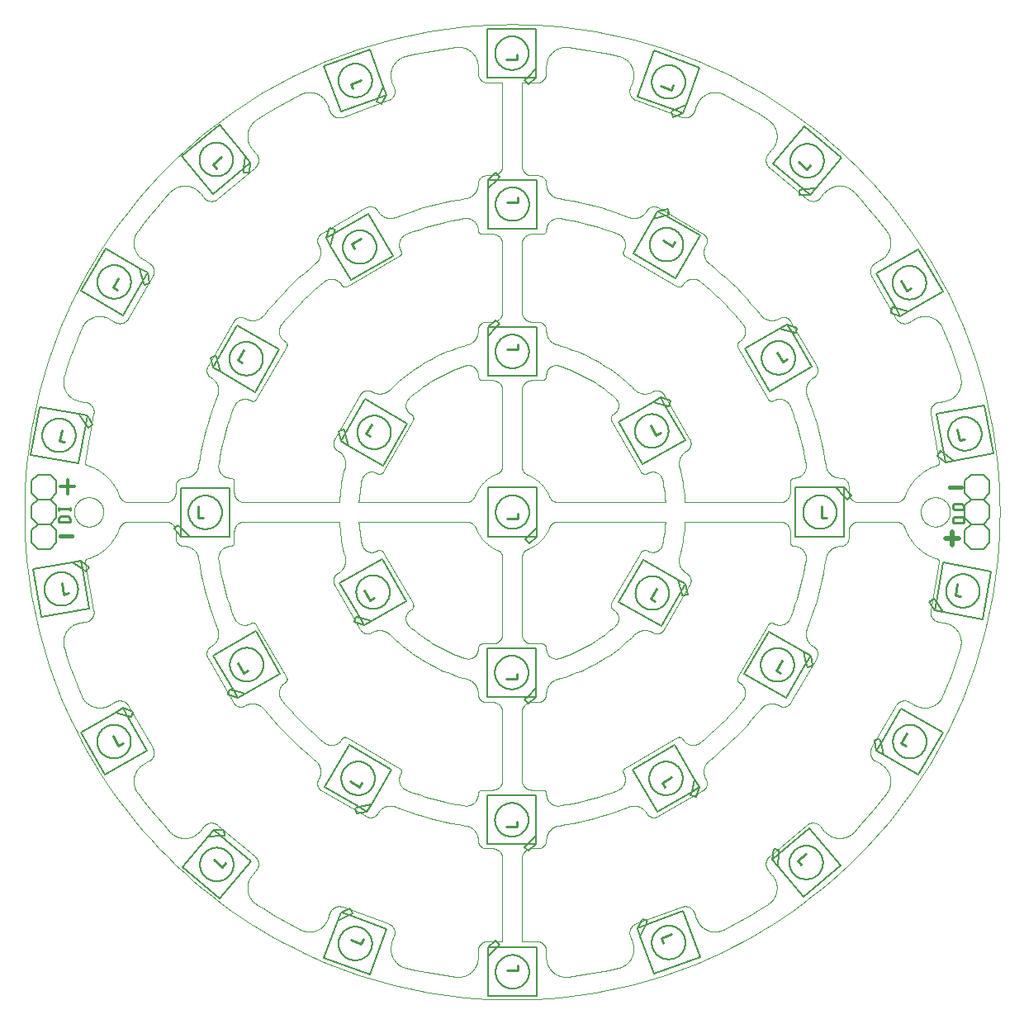
<source format=gto>
G75*
%MOIN*%
%OFA0B0*%
%FSLAX25Y25*%
%IPPOS*%
%LPD*%
%AMOC8*
5,1,8,0,0,1.08239X$1,22.5*
%
%ADD10C,0.00004*%
%ADD11C,0.00000*%
%ADD12C,0.01400*%
%ADD13C,0.01100*%
%ADD14C,0.01700*%
%ADD15C,0.02000*%
%ADD16C,0.00500*%
%ADD17C,0.00600*%
D10*
X0138134Y0128379D02*
X0138212Y0128475D01*
X0138287Y0128574D01*
X0138359Y0128674D01*
X0138427Y0128777D01*
X0138493Y0128882D01*
X0138555Y0128989D01*
X0138613Y0129098D01*
X0138669Y0129209D01*
X0138720Y0129321D01*
X0138768Y0129435D01*
X0138813Y0129551D01*
X0138854Y0129667D01*
X0138891Y0129785D01*
X0138924Y0129904D01*
X0138954Y0130024D01*
X0138980Y0130145D01*
X0139002Y0130267D01*
X0139020Y0130389D01*
X0139035Y0130512D01*
X0139045Y0130635D01*
X0139052Y0130759D01*
X0139055Y0130882D01*
X0139054Y0131006D01*
X0139049Y0131130D01*
X0139040Y0131253D01*
X0139027Y0131376D01*
X0139011Y0131499D01*
X0138990Y0131621D01*
X0138966Y0131742D01*
X0138938Y0131862D01*
X0138906Y0131982D01*
X0138871Y0132100D01*
X0138831Y0132218D01*
X0138789Y0132334D01*
X0138742Y0132448D01*
X0138692Y0132561D01*
X0138638Y0132673D01*
X0138581Y0132783D01*
X0138521Y0132890D01*
X0138457Y0132996D01*
X0138390Y0133100D01*
X0138319Y0133202D01*
X0138246Y0133301D01*
X0138169Y0133398D01*
X0138089Y0133493D01*
X0138007Y0133585D01*
X0137921Y0133674D01*
X0137833Y0133761D01*
X0137742Y0133845D01*
X0137649Y0133926D01*
X0137648Y0133926D02*
X0122569Y0146580D01*
X0122473Y0146658D01*
X0122374Y0146733D01*
X0122274Y0146805D01*
X0122171Y0146873D01*
X0122066Y0146939D01*
X0121959Y0147001D01*
X0121850Y0147059D01*
X0121739Y0147115D01*
X0121627Y0147166D01*
X0121513Y0147214D01*
X0121397Y0147259D01*
X0121281Y0147300D01*
X0121163Y0147337D01*
X0121044Y0147370D01*
X0120924Y0147400D01*
X0120803Y0147426D01*
X0120681Y0147448D01*
X0120559Y0147466D01*
X0120436Y0147481D01*
X0120313Y0147491D01*
X0120189Y0147498D01*
X0120066Y0147501D01*
X0119942Y0147500D01*
X0119818Y0147495D01*
X0119695Y0147486D01*
X0119572Y0147473D01*
X0119449Y0147457D01*
X0119327Y0147436D01*
X0119206Y0147412D01*
X0119086Y0147384D01*
X0118966Y0147352D01*
X0118848Y0147317D01*
X0118730Y0147277D01*
X0118614Y0147235D01*
X0118500Y0147188D01*
X0118387Y0147138D01*
X0118275Y0147084D01*
X0118165Y0147027D01*
X0118058Y0146967D01*
X0117952Y0146903D01*
X0117848Y0146836D01*
X0117746Y0146765D01*
X0117647Y0146692D01*
X0117550Y0146615D01*
X0117455Y0146535D01*
X0117363Y0146453D01*
X0117274Y0146367D01*
X0117187Y0146279D01*
X0117103Y0146188D01*
X0117022Y0146095D01*
X0117022Y0146094D02*
X0115327Y0144074D01*
X0115201Y0143928D01*
X0115072Y0143784D01*
X0114939Y0143645D01*
X0114803Y0143508D01*
X0114663Y0143375D01*
X0114521Y0143245D01*
X0114375Y0143119D01*
X0114226Y0142996D01*
X0114074Y0142877D01*
X0113919Y0142762D01*
X0113762Y0142650D01*
X0113601Y0142543D01*
X0113438Y0142439D01*
X0113273Y0142340D01*
X0113106Y0142244D01*
X0112936Y0142153D01*
X0112763Y0142066D01*
X0112589Y0141983D01*
X0112413Y0141905D01*
X0112235Y0141830D01*
X0112055Y0141761D01*
X0111874Y0141695D01*
X0111690Y0141634D01*
X0111506Y0141578D01*
X0111320Y0141526D01*
X0111133Y0141479D01*
X0110945Y0141436D01*
X0110756Y0141398D01*
X0110566Y0141364D01*
X0110375Y0141335D01*
X0110184Y0141311D01*
X0109992Y0141292D01*
X0109799Y0141277D01*
X0109607Y0141267D01*
X0109414Y0141262D01*
X0109221Y0141261D01*
X0109028Y0141266D01*
X0108835Y0141274D01*
X0108643Y0141288D01*
X0108451Y0141306D01*
X0108259Y0141329D01*
X0108068Y0141357D01*
X0107878Y0141390D01*
X0107689Y0141427D01*
X0107500Y0141468D01*
X0107313Y0141515D01*
X0107127Y0141565D01*
X0106942Y0141621D01*
X0106759Y0141681D01*
X0106577Y0141745D01*
X0106397Y0141814D01*
X0106218Y0141887D01*
X0106041Y0141965D01*
X0105867Y0142046D01*
X0105694Y0142133D01*
X0105524Y0142223D01*
X0105355Y0142317D01*
X0105190Y0142416D01*
X0105026Y0142519D01*
X0104865Y0142625D01*
X0104707Y0142736D01*
X0104552Y0142850D01*
X0104399Y0142968D01*
X0104250Y0143090D01*
X0104103Y0143215D01*
X0103960Y0143344D01*
X0103819Y0143477D01*
X0103682Y0143613D01*
X0103549Y0143752D01*
X0090271Y0159575D02*
X0090157Y0159731D01*
X0090047Y0159889D01*
X0089941Y0160050D01*
X0089839Y0160214D01*
X0089741Y0160380D01*
X0089647Y0160548D01*
X0089557Y0160719D01*
X0089471Y0160892D01*
X0089390Y0161067D01*
X0089313Y0161244D01*
X0089240Y0161423D01*
X0089172Y0161603D01*
X0089108Y0161785D01*
X0089049Y0161969D01*
X0088994Y0162154D01*
X0088944Y0162340D01*
X0088898Y0162527D01*
X0088857Y0162716D01*
X0088820Y0162905D01*
X0088788Y0163096D01*
X0088761Y0163287D01*
X0088739Y0163478D01*
X0088721Y0163670D01*
X0088708Y0163863D01*
X0088700Y0164056D01*
X0088696Y0164249D01*
X0088697Y0164442D01*
X0088703Y0164634D01*
X0088714Y0164827D01*
X0088729Y0165019D01*
X0088749Y0165211D01*
X0088774Y0165403D01*
X0088803Y0165593D01*
X0088837Y0165783D01*
X0088876Y0165972D01*
X0088919Y0166160D01*
X0088967Y0166347D01*
X0089019Y0166533D01*
X0089076Y0166717D01*
X0089138Y0166900D01*
X0089204Y0167081D01*
X0089274Y0167261D01*
X0089349Y0167439D01*
X0089428Y0167615D01*
X0089512Y0167789D01*
X0089599Y0167961D01*
X0089691Y0168130D01*
X0089787Y0168298D01*
X0089887Y0168463D01*
X0089991Y0168625D01*
X0090099Y0168785D01*
X0090211Y0168942D01*
X0090326Y0169097D01*
X0090446Y0169248D01*
X0090569Y0169397D01*
X0090696Y0169542D01*
X0090826Y0169685D01*
X0090959Y0169824D01*
X0091097Y0169959D01*
X0091237Y0170092D01*
X0091380Y0170221D01*
X0091527Y0170346D01*
X0091677Y0170468D01*
X0091829Y0170586D01*
X0091985Y0170700D01*
X0092143Y0170811D01*
X0092304Y0170917D01*
X0092467Y0171020D01*
X0092633Y0171118D01*
X0092633Y0171119D02*
X0094918Y0172437D01*
X0095024Y0172501D01*
X0095128Y0172568D01*
X0095230Y0172638D01*
X0095329Y0172711D01*
X0095427Y0172787D01*
X0095522Y0172867D01*
X0095614Y0172949D01*
X0095704Y0173034D01*
X0095791Y0173122D01*
X0095875Y0173213D01*
X0095956Y0173306D01*
X0096034Y0173402D01*
X0096110Y0173500D01*
X0096182Y0173600D01*
X0096251Y0173703D01*
X0096317Y0173808D01*
X0096379Y0173914D01*
X0096438Y0174023D01*
X0096494Y0174134D01*
X0096546Y0174246D01*
X0096594Y0174359D01*
X0096639Y0174475D01*
X0096680Y0174591D01*
X0096718Y0174709D01*
X0096752Y0174828D01*
X0096782Y0174948D01*
X0096808Y0175069D01*
X0096831Y0175190D01*
X0096850Y0175313D01*
X0096864Y0175435D01*
X0096875Y0175559D01*
X0096883Y0175682D01*
X0096886Y0175806D01*
X0096885Y0175929D01*
X0096881Y0176053D01*
X0096872Y0176176D01*
X0096860Y0176300D01*
X0096844Y0176422D01*
X0096824Y0176544D01*
X0096800Y0176666D01*
X0096772Y0176786D01*
X0096741Y0176906D01*
X0096706Y0177024D01*
X0096667Y0177142D01*
X0096625Y0177258D01*
X0096578Y0177373D01*
X0096529Y0177486D01*
X0096475Y0177598D01*
X0096419Y0177707D01*
X0096359Y0177816D01*
X0086516Y0194863D01*
X0086517Y0194863D02*
X0086453Y0194970D01*
X0086386Y0195074D01*
X0086316Y0195176D01*
X0086243Y0195275D01*
X0086167Y0195373D01*
X0086087Y0195468D01*
X0086005Y0195560D01*
X0085920Y0195650D01*
X0085832Y0195737D01*
X0085741Y0195821D01*
X0085648Y0195902D01*
X0085552Y0195980D01*
X0085454Y0196056D01*
X0085354Y0196128D01*
X0085251Y0196197D01*
X0085146Y0196263D01*
X0085040Y0196325D01*
X0084931Y0196384D01*
X0084821Y0196440D01*
X0084708Y0196492D01*
X0084595Y0196540D01*
X0084479Y0196585D01*
X0084363Y0196626D01*
X0084245Y0196664D01*
X0084126Y0196698D01*
X0084006Y0196728D01*
X0083885Y0196754D01*
X0083764Y0196777D01*
X0083641Y0196796D01*
X0083519Y0196810D01*
X0083395Y0196821D01*
X0083272Y0196829D01*
X0083148Y0196832D01*
X0083025Y0196831D01*
X0082901Y0196827D01*
X0082778Y0196818D01*
X0082655Y0196806D01*
X0082532Y0196790D01*
X0082410Y0196770D01*
X0082288Y0196746D01*
X0082168Y0196718D01*
X0082048Y0196687D01*
X0081930Y0196652D01*
X0081812Y0196613D01*
X0081696Y0196571D01*
X0081581Y0196524D01*
X0081468Y0196475D01*
X0081356Y0196421D01*
X0081247Y0196365D01*
X0081139Y0196305D01*
X0081138Y0196304D02*
X0078854Y0194985D01*
X0078853Y0194985D02*
X0078685Y0194891D01*
X0078514Y0194800D01*
X0078342Y0194714D01*
X0078167Y0194632D01*
X0077990Y0194555D01*
X0077812Y0194482D01*
X0077632Y0194413D01*
X0077450Y0194349D01*
X0077266Y0194289D01*
X0077081Y0194234D01*
X0076895Y0194183D01*
X0076708Y0194137D01*
X0076520Y0194095D01*
X0076330Y0194058D01*
X0076140Y0194026D01*
X0075949Y0193998D01*
X0075757Y0193975D01*
X0075565Y0193957D01*
X0075373Y0193943D01*
X0075180Y0193934D01*
X0074987Y0193930D01*
X0074794Y0193931D01*
X0074602Y0193936D01*
X0074409Y0193946D01*
X0074217Y0193961D01*
X0074025Y0193981D01*
X0073833Y0194005D01*
X0073642Y0194034D01*
X0073452Y0194067D01*
X0073263Y0194105D01*
X0073075Y0194148D01*
X0072888Y0194196D01*
X0072702Y0194248D01*
X0072518Y0194304D01*
X0072335Y0194365D01*
X0072153Y0194431D01*
X0071974Y0194500D01*
X0071796Y0194575D01*
X0071619Y0194653D01*
X0071445Y0194736D01*
X0071273Y0194823D01*
X0071103Y0194915D01*
X0070935Y0195010D01*
X0070770Y0195110D01*
X0070607Y0195213D01*
X0070447Y0195321D01*
X0070290Y0195432D01*
X0070135Y0195548D01*
X0069983Y0195667D01*
X0069834Y0195789D01*
X0069688Y0195916D01*
X0069546Y0196046D01*
X0069406Y0196179D01*
X0069270Y0196315D01*
X0069137Y0196455D01*
X0069008Y0196599D01*
X0068882Y0196745D01*
X0068760Y0196894D01*
X0068642Y0197047D01*
X0068527Y0197202D01*
X0068416Y0197360D01*
X0068309Y0197520D01*
X0068206Y0197683D01*
X0068107Y0197849D01*
X0068012Y0198017D01*
X0067922Y0198187D01*
X0067835Y0198360D01*
X0067753Y0198534D01*
X0067675Y0198711D01*
X0060611Y0218122D02*
X0060557Y0218307D01*
X0060508Y0218494D01*
X0060463Y0218682D01*
X0060423Y0218870D01*
X0060388Y0219060D01*
X0060357Y0219251D01*
X0060331Y0219442D01*
X0060310Y0219634D01*
X0060293Y0219826D01*
X0060282Y0220018D01*
X0060274Y0220211D01*
X0060272Y0220404D01*
X0060274Y0220597D01*
X0060281Y0220790D01*
X0060293Y0220982D01*
X0060310Y0221175D01*
X0060331Y0221366D01*
X0060357Y0221558D01*
X0060387Y0221748D01*
X0060422Y0221938D01*
X0060462Y0222127D01*
X0060506Y0222314D01*
X0060556Y0222501D01*
X0060609Y0222686D01*
X0060667Y0222870D01*
X0060730Y0223053D01*
X0060797Y0223234D01*
X0060868Y0223413D01*
X0060944Y0223590D01*
X0061024Y0223766D01*
X0061109Y0223939D01*
X0061197Y0224111D01*
X0061290Y0224280D01*
X0061387Y0224446D01*
X0061488Y0224611D01*
X0061593Y0224773D01*
X0061702Y0224932D01*
X0061815Y0225088D01*
X0061931Y0225242D01*
X0062052Y0225393D01*
X0062176Y0225541D01*
X0062303Y0225686D01*
X0062434Y0225827D01*
X0062569Y0225965D01*
X0062707Y0226100D01*
X0062848Y0226232D01*
X0062992Y0226360D01*
X0063140Y0226484D01*
X0063290Y0226605D01*
X0063443Y0226722D01*
X0063599Y0226836D01*
X0063758Y0226945D01*
X0063920Y0227051D01*
X0064084Y0227152D01*
X0064250Y0227250D01*
X0064419Y0227343D01*
X0064590Y0227432D01*
X0064763Y0227517D01*
X0064939Y0227598D01*
X0065116Y0227675D01*
X0065295Y0227747D01*
X0065475Y0227814D01*
X0065658Y0227877D01*
X0065842Y0227936D01*
X0066027Y0227990D01*
X0066213Y0228040D01*
X0066401Y0228085D01*
X0066589Y0228126D01*
X0066779Y0228161D01*
X0069376Y0228619D01*
X0069377Y0228619D02*
X0069498Y0228642D01*
X0069619Y0228669D01*
X0069738Y0228700D01*
X0069857Y0228735D01*
X0069975Y0228773D01*
X0070091Y0228816D01*
X0070206Y0228861D01*
X0070319Y0228911D01*
X0070431Y0228963D01*
X0070541Y0229020D01*
X0070650Y0229080D01*
X0070756Y0229143D01*
X0070860Y0229209D01*
X0070962Y0229279D01*
X0071062Y0229352D01*
X0071160Y0229428D01*
X0071255Y0229507D01*
X0071348Y0229589D01*
X0071438Y0229674D01*
X0071525Y0229761D01*
X0071610Y0229851D01*
X0071691Y0229944D01*
X0071770Y0230040D01*
X0071845Y0230138D01*
X0071918Y0230238D01*
X0071987Y0230340D01*
X0072053Y0230445D01*
X0072116Y0230551D01*
X0072176Y0230660D01*
X0072232Y0230770D01*
X0072284Y0230882D01*
X0072333Y0230996D01*
X0072378Y0231111D01*
X0072420Y0231227D01*
X0072458Y0231345D01*
X0072492Y0231464D01*
X0072523Y0231584D01*
X0072550Y0231704D01*
X0072573Y0231826D01*
X0072592Y0231948D01*
X0072607Y0232071D01*
X0072618Y0232194D01*
X0072626Y0232317D01*
X0072630Y0232441D01*
X0072629Y0232565D01*
X0072625Y0232688D01*
X0072617Y0232812D01*
X0072605Y0232935D01*
X0072590Y0233058D01*
X0072570Y0233180D01*
X0069152Y0252566D01*
X0069123Y0252714D02*
X0069110Y0252781D01*
X0069102Y0252848D01*
X0069097Y0252916D01*
X0069096Y0252984D01*
X0069099Y0253051D01*
X0069106Y0253119D01*
X0069117Y0253186D01*
X0069132Y0253252D01*
X0069150Y0253317D01*
X0069172Y0253381D01*
X0069198Y0253444D01*
X0069227Y0253505D01*
X0069260Y0253565D01*
X0069296Y0253622D01*
X0069336Y0253677D01*
X0069378Y0253730D01*
X0069424Y0253780D01*
X0069472Y0253828D01*
X0069523Y0253873D01*
X0069576Y0253914D01*
X0069632Y0253953D01*
X0069690Y0253989D01*
X0069749Y0254021D01*
X0069811Y0254049D01*
X0069874Y0254074D01*
X0069938Y0254095D01*
X0069123Y0252714D02*
X0069138Y0252640D01*
X0069152Y0252565D01*
X0082851Y0266392D02*
X0082894Y0266509D01*
X0082941Y0266624D01*
X0082992Y0266737D01*
X0083046Y0266849D01*
X0083104Y0266959D01*
X0083165Y0267068D01*
X0083229Y0267174D01*
X0083297Y0267278D01*
X0083368Y0267380D01*
X0083442Y0267480D01*
X0083519Y0267577D01*
X0083599Y0267672D01*
X0083683Y0267764D01*
X0083769Y0267854D01*
X0083858Y0267940D01*
X0083949Y0268024D01*
X0084044Y0268105D01*
X0084140Y0268183D01*
X0084240Y0268258D01*
X0084341Y0268330D01*
X0084445Y0268399D01*
X0084550Y0268464D01*
X0084658Y0268526D01*
X0084768Y0268584D01*
X0084879Y0268639D01*
X0084993Y0268690D01*
X0085107Y0268738D01*
X0085223Y0268782D01*
X0085341Y0268823D01*
X0085460Y0268859D01*
X0085579Y0268892D01*
X0085700Y0268921D01*
X0085822Y0268947D01*
X0085944Y0268968D01*
X0086067Y0268986D01*
X0086191Y0268999D01*
X0086315Y0269009D01*
X0086439Y0269015D01*
X0086563Y0269017D01*
X0101694Y0269017D01*
X0101818Y0269015D01*
X0101941Y0269009D01*
X0102065Y0269000D01*
X0102187Y0268986D01*
X0102310Y0268969D01*
X0102432Y0268947D01*
X0102553Y0268922D01*
X0102673Y0268893D01*
X0102792Y0268861D01*
X0102911Y0268824D01*
X0103028Y0268784D01*
X0103143Y0268741D01*
X0103258Y0268693D01*
X0103370Y0268642D01*
X0103481Y0268588D01*
X0103591Y0268530D01*
X0103698Y0268469D01*
X0103804Y0268404D01*
X0103907Y0268336D01*
X0104008Y0268265D01*
X0104107Y0268191D01*
X0104204Y0268114D01*
X0104298Y0268033D01*
X0104389Y0267950D01*
X0104478Y0267864D01*
X0104564Y0267775D01*
X0104647Y0267684D01*
X0104728Y0267590D01*
X0104805Y0267493D01*
X0104879Y0267394D01*
X0104950Y0267293D01*
X0105018Y0267190D01*
X0105083Y0267084D01*
X0105144Y0266977D01*
X0105202Y0266867D01*
X0105256Y0266756D01*
X0105307Y0266644D01*
X0105355Y0266529D01*
X0105398Y0266414D01*
X0105438Y0266297D01*
X0105475Y0266178D01*
X0105507Y0266059D01*
X0105536Y0265939D01*
X0105561Y0265818D01*
X0105583Y0265696D01*
X0105600Y0265573D01*
X0105614Y0265451D01*
X0105623Y0265327D01*
X0105629Y0265204D01*
X0105631Y0265080D01*
X0105631Y0262520D01*
X0105633Y0262406D01*
X0105639Y0262292D01*
X0105649Y0262178D01*
X0105662Y0262064D01*
X0105680Y0261951D01*
X0105701Y0261839D01*
X0105726Y0261728D01*
X0105755Y0261617D01*
X0105788Y0261508D01*
X0105824Y0261399D01*
X0105864Y0261293D01*
X0105908Y0261187D01*
X0105955Y0261083D01*
X0106006Y0260981D01*
X0106060Y0260880D01*
X0106118Y0260781D01*
X0106179Y0260685D01*
X0106243Y0260590D01*
X0106311Y0260498D01*
X0106381Y0260408D01*
X0106455Y0260321D01*
X0106532Y0260236D01*
X0106611Y0260154D01*
X0106693Y0260075D01*
X0106778Y0259998D01*
X0106865Y0259924D01*
X0106955Y0259854D01*
X0107047Y0259786D01*
X0107142Y0259722D01*
X0107238Y0259661D01*
X0107337Y0259603D01*
X0107438Y0259549D01*
X0107540Y0259498D01*
X0107644Y0259451D01*
X0107750Y0259407D01*
X0107856Y0259367D01*
X0107965Y0259331D01*
X0108074Y0259298D01*
X0108185Y0259269D01*
X0108296Y0259244D01*
X0108408Y0259223D01*
X0108521Y0259205D01*
X0108635Y0259192D01*
X0108749Y0259182D01*
X0108863Y0259176D01*
X0108977Y0259174D01*
X0109055Y0259174D01*
X0109054Y0259174D02*
X0109207Y0259172D01*
X0109360Y0259166D01*
X0109512Y0259156D01*
X0109664Y0259142D01*
X0109816Y0259125D01*
X0109967Y0259103D01*
X0110118Y0259077D01*
X0110268Y0259048D01*
X0110417Y0259015D01*
X0110565Y0258977D01*
X0110713Y0258936D01*
X0110859Y0258892D01*
X0111004Y0258843D01*
X0111147Y0258791D01*
X0111289Y0258735D01*
X0111430Y0258675D01*
X0111569Y0258612D01*
X0111707Y0258545D01*
X0111842Y0258474D01*
X0111976Y0258401D01*
X0112108Y0258323D01*
X0112238Y0258243D01*
X0112365Y0258159D01*
X0112491Y0258071D01*
X0112614Y0257981D01*
X0112734Y0257887D01*
X0112853Y0257790D01*
X0112968Y0257690D01*
X0113082Y0257588D01*
X0113192Y0257482D01*
X0113300Y0257374D01*
X0113404Y0257262D01*
X0113506Y0257148D01*
X0113605Y0257032D01*
X0113701Y0256913D01*
X0113794Y0256792D01*
X0113883Y0256668D01*
X0113970Y0256542D01*
X0114053Y0256413D01*
X0114132Y0256283D01*
X0114209Y0256151D01*
X0114282Y0256016D01*
X0114351Y0255880D01*
X0114417Y0255742D01*
X0114479Y0255603D01*
X0114538Y0255461D01*
X0114593Y0255319D01*
X0114644Y0255175D01*
X0114691Y0255030D01*
X0114735Y0254883D01*
X0114775Y0254736D01*
X0114811Y0254587D01*
X0114843Y0254438D01*
X0114871Y0254288D01*
X0114896Y0254137D01*
X0122934Y0253692D02*
X0122914Y0253827D01*
X0122898Y0253963D01*
X0122886Y0254098D01*
X0122878Y0254234D01*
X0122874Y0254371D01*
X0122873Y0254507D01*
X0122877Y0254643D01*
X0122885Y0254780D01*
X0122896Y0254915D01*
X0122911Y0255051D01*
X0122931Y0255186D01*
X0122954Y0255320D01*
X0122981Y0255454D01*
X0123012Y0255587D01*
X0123047Y0255719D01*
X0123085Y0255849D01*
X0123127Y0255979D01*
X0123173Y0256107D01*
X0123223Y0256234D01*
X0123276Y0256360D01*
X0123333Y0256484D01*
X0123394Y0256606D01*
X0123458Y0256726D01*
X0123525Y0256845D01*
X0123596Y0256961D01*
X0123670Y0257076D01*
X0123747Y0257188D01*
X0123828Y0257298D01*
X0123912Y0257406D01*
X0123999Y0257511D01*
X0124089Y0257613D01*
X0124181Y0257713D01*
X0124277Y0257810D01*
X0124375Y0257905D01*
X0124476Y0257996D01*
X0124580Y0258085D01*
X0124686Y0258171D01*
X0124795Y0258253D01*
X0124906Y0258332D01*
X0125019Y0258408D01*
X0125134Y0258481D01*
X0125251Y0258551D01*
X0125371Y0258617D01*
X0125492Y0258679D01*
X0125615Y0258738D01*
X0125740Y0258793D01*
X0125866Y0258845D01*
X0125993Y0258893D01*
X0126122Y0258938D01*
X0126252Y0258979D01*
X0126384Y0259015D01*
X0126516Y0259049D01*
X0126649Y0259078D01*
X0126783Y0259103D01*
X0126918Y0259125D01*
X0127053Y0259143D01*
X0127188Y0259156D01*
X0127324Y0259166D01*
X0127461Y0259172D01*
X0127597Y0259174D01*
X0127678Y0259174D01*
X0127755Y0259176D01*
X0127832Y0259182D01*
X0127909Y0259191D01*
X0127985Y0259204D01*
X0128061Y0259221D01*
X0128135Y0259242D01*
X0128209Y0259266D01*
X0128281Y0259294D01*
X0128351Y0259325D01*
X0128420Y0259360D01*
X0128488Y0259398D01*
X0128553Y0259439D01*
X0128616Y0259484D01*
X0128677Y0259532D01*
X0128736Y0259582D01*
X0128792Y0259635D01*
X0128845Y0259691D01*
X0128895Y0259750D01*
X0128943Y0259811D01*
X0128988Y0259874D01*
X0129029Y0259939D01*
X0129067Y0260007D01*
X0129102Y0260076D01*
X0129133Y0260146D01*
X0129161Y0260218D01*
X0129185Y0260292D01*
X0129206Y0260366D01*
X0129223Y0260442D01*
X0129236Y0260518D01*
X0129245Y0260595D01*
X0129251Y0260672D01*
X0129253Y0260749D01*
X0129253Y0265080D01*
X0129255Y0265204D01*
X0129261Y0265327D01*
X0129270Y0265451D01*
X0129284Y0265573D01*
X0129301Y0265696D01*
X0129323Y0265818D01*
X0129348Y0265939D01*
X0129377Y0266059D01*
X0129409Y0266178D01*
X0129446Y0266297D01*
X0129486Y0266414D01*
X0129529Y0266529D01*
X0129577Y0266644D01*
X0129628Y0266756D01*
X0129682Y0266867D01*
X0129740Y0266977D01*
X0129801Y0267084D01*
X0129866Y0267190D01*
X0129934Y0267293D01*
X0130005Y0267394D01*
X0130079Y0267493D01*
X0130156Y0267590D01*
X0130237Y0267684D01*
X0130320Y0267775D01*
X0130406Y0267864D01*
X0130495Y0267950D01*
X0130586Y0268033D01*
X0130680Y0268114D01*
X0130777Y0268191D01*
X0130876Y0268265D01*
X0130977Y0268336D01*
X0131080Y0268404D01*
X0131186Y0268469D01*
X0131293Y0268530D01*
X0131403Y0268588D01*
X0131514Y0268642D01*
X0131626Y0268693D01*
X0131741Y0268741D01*
X0131856Y0268784D01*
X0131973Y0268824D01*
X0132092Y0268861D01*
X0132211Y0268893D01*
X0132331Y0268922D01*
X0132452Y0268947D01*
X0132574Y0268969D01*
X0132697Y0268986D01*
X0132819Y0269000D01*
X0132943Y0269009D01*
X0133066Y0269015D01*
X0133190Y0269017D01*
X0171687Y0269017D01*
X0171687Y0276891D02*
X0133190Y0276891D01*
X0133066Y0276893D01*
X0132943Y0276899D01*
X0132819Y0276908D01*
X0132697Y0276922D01*
X0132574Y0276939D01*
X0132452Y0276961D01*
X0132331Y0276986D01*
X0132211Y0277015D01*
X0132092Y0277047D01*
X0131973Y0277084D01*
X0131856Y0277124D01*
X0131741Y0277167D01*
X0131626Y0277215D01*
X0131514Y0277266D01*
X0131403Y0277320D01*
X0131293Y0277378D01*
X0131186Y0277439D01*
X0131080Y0277504D01*
X0130977Y0277572D01*
X0130876Y0277643D01*
X0130777Y0277717D01*
X0130680Y0277794D01*
X0130586Y0277875D01*
X0130495Y0277958D01*
X0130406Y0278044D01*
X0130320Y0278133D01*
X0130237Y0278224D01*
X0130156Y0278318D01*
X0130079Y0278415D01*
X0130005Y0278514D01*
X0129934Y0278615D01*
X0129866Y0278718D01*
X0129801Y0278824D01*
X0129740Y0278931D01*
X0129682Y0279041D01*
X0129628Y0279152D01*
X0129577Y0279264D01*
X0129529Y0279379D01*
X0129486Y0279494D01*
X0129446Y0279611D01*
X0129409Y0279730D01*
X0129377Y0279849D01*
X0129348Y0279969D01*
X0129323Y0280090D01*
X0129301Y0280212D01*
X0129284Y0280335D01*
X0129270Y0280457D01*
X0129261Y0280581D01*
X0129255Y0280704D01*
X0129253Y0280828D01*
X0129253Y0285158D01*
X0129251Y0285235D01*
X0129245Y0285312D01*
X0129236Y0285389D01*
X0129223Y0285465D01*
X0129206Y0285541D01*
X0129185Y0285615D01*
X0129161Y0285689D01*
X0129133Y0285761D01*
X0129102Y0285831D01*
X0129067Y0285900D01*
X0129029Y0285968D01*
X0128988Y0286033D01*
X0128943Y0286096D01*
X0128895Y0286157D01*
X0128845Y0286216D01*
X0128792Y0286272D01*
X0128736Y0286325D01*
X0128677Y0286375D01*
X0128616Y0286423D01*
X0128553Y0286468D01*
X0128488Y0286509D01*
X0128420Y0286547D01*
X0128351Y0286582D01*
X0128281Y0286613D01*
X0128209Y0286641D01*
X0128135Y0286665D01*
X0128061Y0286686D01*
X0127985Y0286703D01*
X0127909Y0286716D01*
X0127832Y0286725D01*
X0127755Y0286731D01*
X0127678Y0286733D01*
X0127597Y0286733D01*
X0127461Y0286735D01*
X0127324Y0286741D01*
X0127188Y0286751D01*
X0127053Y0286764D01*
X0126918Y0286782D01*
X0126783Y0286804D01*
X0126649Y0286829D01*
X0126516Y0286858D01*
X0126384Y0286892D01*
X0126252Y0286928D01*
X0126122Y0286969D01*
X0125993Y0287014D01*
X0125866Y0287062D01*
X0125740Y0287114D01*
X0125615Y0287169D01*
X0125492Y0287228D01*
X0125371Y0287290D01*
X0125251Y0287356D01*
X0125134Y0287426D01*
X0125019Y0287499D01*
X0124906Y0287575D01*
X0124795Y0287654D01*
X0124686Y0287736D01*
X0124580Y0287822D01*
X0124476Y0287911D01*
X0124375Y0288002D01*
X0124277Y0288097D01*
X0124181Y0288194D01*
X0124089Y0288294D01*
X0123999Y0288396D01*
X0123912Y0288501D01*
X0123828Y0288609D01*
X0123747Y0288719D01*
X0123670Y0288831D01*
X0123596Y0288946D01*
X0123525Y0289062D01*
X0123458Y0289181D01*
X0123394Y0289301D01*
X0123333Y0289423D01*
X0123276Y0289547D01*
X0123223Y0289673D01*
X0123173Y0289800D01*
X0123127Y0289928D01*
X0123085Y0290058D01*
X0123047Y0290188D01*
X0123012Y0290320D01*
X0122981Y0290453D01*
X0122954Y0290587D01*
X0122931Y0290721D01*
X0122911Y0290856D01*
X0122896Y0290992D01*
X0122885Y0291127D01*
X0122877Y0291264D01*
X0122873Y0291400D01*
X0122874Y0291536D01*
X0122878Y0291673D01*
X0122886Y0291809D01*
X0122898Y0291944D01*
X0122914Y0292080D01*
X0122934Y0292215D01*
X0114896Y0291770D02*
X0114871Y0291619D01*
X0114843Y0291469D01*
X0114811Y0291320D01*
X0114775Y0291171D01*
X0114735Y0291024D01*
X0114691Y0290877D01*
X0114644Y0290732D01*
X0114593Y0290588D01*
X0114538Y0290446D01*
X0114479Y0290304D01*
X0114417Y0290165D01*
X0114351Y0290027D01*
X0114282Y0289891D01*
X0114209Y0289756D01*
X0114132Y0289624D01*
X0114053Y0289494D01*
X0113970Y0289365D01*
X0113883Y0289239D01*
X0113794Y0289115D01*
X0113701Y0288994D01*
X0113605Y0288875D01*
X0113506Y0288759D01*
X0113404Y0288645D01*
X0113300Y0288533D01*
X0113192Y0288425D01*
X0113082Y0288319D01*
X0112968Y0288217D01*
X0112853Y0288117D01*
X0112734Y0288020D01*
X0112614Y0287926D01*
X0112491Y0287836D01*
X0112365Y0287748D01*
X0112238Y0287664D01*
X0112108Y0287584D01*
X0111976Y0287506D01*
X0111842Y0287433D01*
X0111707Y0287362D01*
X0111569Y0287295D01*
X0111430Y0287232D01*
X0111289Y0287172D01*
X0111147Y0287116D01*
X0111004Y0287064D01*
X0110859Y0287015D01*
X0110713Y0286971D01*
X0110565Y0286930D01*
X0110417Y0286892D01*
X0110268Y0286859D01*
X0110118Y0286830D01*
X0109967Y0286804D01*
X0109816Y0286782D01*
X0109664Y0286765D01*
X0109512Y0286751D01*
X0109360Y0286741D01*
X0109207Y0286735D01*
X0109054Y0286733D01*
X0109055Y0286733D02*
X0108977Y0286733D01*
X0108863Y0286731D01*
X0108749Y0286725D01*
X0108635Y0286715D01*
X0108521Y0286702D01*
X0108408Y0286684D01*
X0108296Y0286663D01*
X0108185Y0286638D01*
X0108074Y0286609D01*
X0107965Y0286576D01*
X0107856Y0286540D01*
X0107750Y0286500D01*
X0107644Y0286456D01*
X0107540Y0286409D01*
X0107438Y0286358D01*
X0107337Y0286304D01*
X0107238Y0286246D01*
X0107142Y0286185D01*
X0107047Y0286121D01*
X0106955Y0286053D01*
X0106865Y0285983D01*
X0106778Y0285909D01*
X0106693Y0285832D01*
X0106611Y0285753D01*
X0106532Y0285671D01*
X0106455Y0285586D01*
X0106381Y0285499D01*
X0106311Y0285409D01*
X0106243Y0285317D01*
X0106179Y0285222D01*
X0106118Y0285126D01*
X0106060Y0285027D01*
X0106006Y0284926D01*
X0105955Y0284824D01*
X0105908Y0284720D01*
X0105864Y0284614D01*
X0105824Y0284508D01*
X0105788Y0284399D01*
X0105755Y0284290D01*
X0105726Y0284179D01*
X0105701Y0284068D01*
X0105680Y0283956D01*
X0105662Y0283843D01*
X0105649Y0283729D01*
X0105639Y0283615D01*
X0105633Y0283501D01*
X0105631Y0283387D01*
X0105631Y0280828D01*
X0105629Y0280704D01*
X0105623Y0280581D01*
X0105614Y0280457D01*
X0105600Y0280335D01*
X0105583Y0280212D01*
X0105561Y0280090D01*
X0105536Y0279969D01*
X0105507Y0279849D01*
X0105475Y0279730D01*
X0105438Y0279611D01*
X0105398Y0279494D01*
X0105355Y0279379D01*
X0105307Y0279264D01*
X0105256Y0279152D01*
X0105202Y0279041D01*
X0105144Y0278931D01*
X0105083Y0278824D01*
X0105018Y0278718D01*
X0104950Y0278615D01*
X0104879Y0278514D01*
X0104805Y0278415D01*
X0104728Y0278318D01*
X0104647Y0278224D01*
X0104564Y0278133D01*
X0104478Y0278044D01*
X0104389Y0277958D01*
X0104298Y0277875D01*
X0104204Y0277794D01*
X0104107Y0277717D01*
X0104008Y0277643D01*
X0103907Y0277572D01*
X0103804Y0277504D01*
X0103698Y0277439D01*
X0103591Y0277378D01*
X0103481Y0277320D01*
X0103370Y0277266D01*
X0103258Y0277215D01*
X0103143Y0277167D01*
X0103028Y0277124D01*
X0102911Y0277084D01*
X0102792Y0277047D01*
X0102673Y0277015D01*
X0102553Y0276986D01*
X0102432Y0276961D01*
X0102310Y0276939D01*
X0102187Y0276922D01*
X0102065Y0276908D01*
X0101941Y0276899D01*
X0101818Y0276893D01*
X0101694Y0276891D01*
X0086563Y0276891D01*
X0086563Y0276890D02*
X0086439Y0276892D01*
X0086315Y0276898D01*
X0086191Y0276908D01*
X0086067Y0276921D01*
X0085944Y0276939D01*
X0085822Y0276960D01*
X0085700Y0276986D01*
X0085579Y0277015D01*
X0085460Y0277048D01*
X0085341Y0277084D01*
X0085223Y0277125D01*
X0085107Y0277169D01*
X0084993Y0277217D01*
X0084879Y0277268D01*
X0084768Y0277323D01*
X0084658Y0277381D01*
X0084550Y0277443D01*
X0084445Y0277508D01*
X0084341Y0277577D01*
X0084240Y0277649D01*
X0084140Y0277724D01*
X0084044Y0277802D01*
X0083949Y0277883D01*
X0083858Y0277967D01*
X0083769Y0278053D01*
X0083683Y0278143D01*
X0083599Y0278235D01*
X0083519Y0278330D01*
X0083442Y0278427D01*
X0083368Y0278527D01*
X0083297Y0278629D01*
X0083229Y0278733D01*
X0083165Y0278839D01*
X0083104Y0278948D01*
X0083046Y0279058D01*
X0082992Y0279170D01*
X0082941Y0279283D01*
X0082894Y0279398D01*
X0082851Y0279515D01*
X0069938Y0291812D02*
X0069874Y0291833D01*
X0069811Y0291858D01*
X0069749Y0291886D01*
X0069690Y0291918D01*
X0069632Y0291954D01*
X0069576Y0291993D01*
X0069523Y0292034D01*
X0069472Y0292079D01*
X0069424Y0292127D01*
X0069378Y0292177D01*
X0069336Y0292230D01*
X0069296Y0292285D01*
X0069260Y0292342D01*
X0069227Y0292402D01*
X0069198Y0292463D01*
X0069172Y0292526D01*
X0069150Y0292590D01*
X0069132Y0292655D01*
X0069117Y0292721D01*
X0069106Y0292788D01*
X0069099Y0292856D01*
X0069096Y0292923D01*
X0069097Y0292991D01*
X0069102Y0293059D01*
X0069110Y0293126D01*
X0069123Y0293193D01*
X0069152Y0293341D02*
X0072570Y0312727D01*
X0072590Y0312849D01*
X0072605Y0312972D01*
X0072617Y0313095D01*
X0072625Y0313219D01*
X0072629Y0313342D01*
X0072630Y0313466D01*
X0072626Y0313590D01*
X0072618Y0313713D01*
X0072607Y0313836D01*
X0072592Y0313959D01*
X0072573Y0314081D01*
X0072550Y0314203D01*
X0072523Y0314323D01*
X0072492Y0314443D01*
X0072458Y0314562D01*
X0072420Y0314680D01*
X0072378Y0314796D01*
X0072333Y0314911D01*
X0072284Y0315025D01*
X0072232Y0315137D01*
X0072176Y0315247D01*
X0072116Y0315356D01*
X0072053Y0315462D01*
X0071987Y0315567D01*
X0071918Y0315669D01*
X0071845Y0315769D01*
X0071770Y0315867D01*
X0071691Y0315963D01*
X0071610Y0316056D01*
X0071525Y0316146D01*
X0071438Y0316233D01*
X0071348Y0316318D01*
X0071255Y0316400D01*
X0071160Y0316479D01*
X0071062Y0316555D01*
X0070962Y0316628D01*
X0070860Y0316698D01*
X0070756Y0316764D01*
X0070650Y0316827D01*
X0070541Y0316887D01*
X0070431Y0316944D01*
X0070319Y0316996D01*
X0070206Y0317046D01*
X0070091Y0317091D01*
X0069975Y0317134D01*
X0069857Y0317172D01*
X0069738Y0317207D01*
X0069619Y0317238D01*
X0069498Y0317265D01*
X0069377Y0317288D01*
X0069376Y0317288D02*
X0066779Y0317746D01*
X0066589Y0317781D01*
X0066401Y0317822D01*
X0066213Y0317867D01*
X0066027Y0317917D01*
X0065842Y0317971D01*
X0065658Y0318030D01*
X0065475Y0318093D01*
X0065295Y0318160D01*
X0065116Y0318232D01*
X0064939Y0318309D01*
X0064763Y0318390D01*
X0064590Y0318475D01*
X0064419Y0318564D01*
X0064250Y0318657D01*
X0064084Y0318755D01*
X0063920Y0318856D01*
X0063758Y0318962D01*
X0063599Y0319071D01*
X0063443Y0319185D01*
X0063290Y0319302D01*
X0063140Y0319423D01*
X0062992Y0319547D01*
X0062848Y0319675D01*
X0062707Y0319807D01*
X0062569Y0319942D01*
X0062434Y0320080D01*
X0062303Y0320221D01*
X0062176Y0320366D01*
X0062052Y0320514D01*
X0061931Y0320665D01*
X0061815Y0320819D01*
X0061702Y0320975D01*
X0061593Y0321134D01*
X0061488Y0321296D01*
X0061387Y0321461D01*
X0061290Y0321627D01*
X0061197Y0321796D01*
X0061109Y0321968D01*
X0061024Y0322141D01*
X0060944Y0322317D01*
X0060868Y0322494D01*
X0060797Y0322673D01*
X0060730Y0322854D01*
X0060667Y0323037D01*
X0060609Y0323221D01*
X0060556Y0323406D01*
X0060506Y0323593D01*
X0060462Y0323780D01*
X0060422Y0323969D01*
X0060387Y0324159D01*
X0060357Y0324349D01*
X0060331Y0324541D01*
X0060310Y0324732D01*
X0060293Y0324925D01*
X0060281Y0325117D01*
X0060274Y0325310D01*
X0060272Y0325503D01*
X0060274Y0325696D01*
X0060282Y0325889D01*
X0060293Y0326081D01*
X0060310Y0326273D01*
X0060331Y0326465D01*
X0060357Y0326656D01*
X0060388Y0326847D01*
X0060423Y0327037D01*
X0060463Y0327225D01*
X0060508Y0327413D01*
X0060557Y0327600D01*
X0060611Y0327785D01*
X0067675Y0347196D02*
X0067753Y0347373D01*
X0067835Y0347547D01*
X0067922Y0347720D01*
X0068012Y0347890D01*
X0068107Y0348058D01*
X0068206Y0348224D01*
X0068309Y0348387D01*
X0068416Y0348547D01*
X0068527Y0348705D01*
X0068642Y0348860D01*
X0068760Y0349013D01*
X0068882Y0349162D01*
X0069008Y0349308D01*
X0069137Y0349452D01*
X0069270Y0349592D01*
X0069406Y0349728D01*
X0069546Y0349861D01*
X0069688Y0349991D01*
X0069834Y0350118D01*
X0069983Y0350240D01*
X0070135Y0350359D01*
X0070290Y0350475D01*
X0070447Y0350586D01*
X0070607Y0350694D01*
X0070770Y0350797D01*
X0070935Y0350897D01*
X0071103Y0350992D01*
X0071273Y0351084D01*
X0071445Y0351171D01*
X0071619Y0351254D01*
X0071796Y0351332D01*
X0071974Y0351407D01*
X0072153Y0351476D01*
X0072335Y0351542D01*
X0072518Y0351603D01*
X0072702Y0351659D01*
X0072888Y0351711D01*
X0073075Y0351759D01*
X0073263Y0351802D01*
X0073452Y0351840D01*
X0073642Y0351873D01*
X0073833Y0351902D01*
X0074025Y0351926D01*
X0074217Y0351946D01*
X0074409Y0351961D01*
X0074602Y0351971D01*
X0074794Y0351976D01*
X0074987Y0351977D01*
X0075180Y0351973D01*
X0075373Y0351964D01*
X0075565Y0351950D01*
X0075757Y0351932D01*
X0075949Y0351909D01*
X0076140Y0351881D01*
X0076330Y0351849D01*
X0076520Y0351812D01*
X0076708Y0351770D01*
X0076895Y0351724D01*
X0077081Y0351673D01*
X0077266Y0351618D01*
X0077450Y0351558D01*
X0077632Y0351494D01*
X0077812Y0351425D01*
X0077990Y0351352D01*
X0078167Y0351275D01*
X0078342Y0351193D01*
X0078514Y0351107D01*
X0078685Y0351016D01*
X0078853Y0350922D01*
X0078854Y0350922D02*
X0081138Y0349603D01*
X0081139Y0349602D02*
X0081247Y0349542D01*
X0081356Y0349486D01*
X0081468Y0349432D01*
X0081581Y0349383D01*
X0081696Y0349336D01*
X0081812Y0349294D01*
X0081930Y0349255D01*
X0082048Y0349220D01*
X0082168Y0349189D01*
X0082288Y0349161D01*
X0082410Y0349137D01*
X0082532Y0349117D01*
X0082655Y0349101D01*
X0082778Y0349089D01*
X0082901Y0349080D01*
X0083025Y0349076D01*
X0083148Y0349075D01*
X0083272Y0349078D01*
X0083395Y0349086D01*
X0083519Y0349097D01*
X0083641Y0349111D01*
X0083764Y0349130D01*
X0083885Y0349153D01*
X0084006Y0349179D01*
X0084126Y0349209D01*
X0084245Y0349243D01*
X0084363Y0349281D01*
X0084479Y0349322D01*
X0084595Y0349367D01*
X0084708Y0349415D01*
X0084821Y0349467D01*
X0084931Y0349523D01*
X0085040Y0349582D01*
X0085146Y0349644D01*
X0085251Y0349710D01*
X0085354Y0349779D01*
X0085454Y0349851D01*
X0085552Y0349927D01*
X0085648Y0350005D01*
X0085741Y0350086D01*
X0085832Y0350170D01*
X0085920Y0350257D01*
X0086005Y0350347D01*
X0086087Y0350439D01*
X0086167Y0350534D01*
X0086243Y0350632D01*
X0086316Y0350731D01*
X0086386Y0350833D01*
X0086453Y0350937D01*
X0086517Y0351044D01*
X0086516Y0351044D02*
X0096359Y0368092D01*
X0096359Y0368091D02*
X0096419Y0368200D01*
X0096475Y0368309D01*
X0096529Y0368421D01*
X0096578Y0368534D01*
X0096625Y0368649D01*
X0096667Y0368765D01*
X0096706Y0368883D01*
X0096741Y0369001D01*
X0096772Y0369121D01*
X0096800Y0369241D01*
X0096824Y0369363D01*
X0096844Y0369485D01*
X0096860Y0369607D01*
X0096872Y0369731D01*
X0096881Y0369854D01*
X0096885Y0369978D01*
X0096886Y0370101D01*
X0096883Y0370225D01*
X0096875Y0370348D01*
X0096864Y0370472D01*
X0096850Y0370594D01*
X0096831Y0370717D01*
X0096808Y0370838D01*
X0096782Y0370959D01*
X0096752Y0371079D01*
X0096718Y0371198D01*
X0096680Y0371316D01*
X0096639Y0371432D01*
X0096594Y0371548D01*
X0096546Y0371661D01*
X0096494Y0371773D01*
X0096438Y0371884D01*
X0096379Y0371993D01*
X0096317Y0372099D01*
X0096251Y0372204D01*
X0096182Y0372307D01*
X0096110Y0372407D01*
X0096034Y0372505D01*
X0095956Y0372601D01*
X0095875Y0372694D01*
X0095791Y0372785D01*
X0095704Y0372873D01*
X0095614Y0372958D01*
X0095522Y0373040D01*
X0095427Y0373120D01*
X0095329Y0373196D01*
X0095230Y0373269D01*
X0095128Y0373339D01*
X0095024Y0373406D01*
X0094918Y0373470D01*
X0092633Y0374789D01*
X0092467Y0374887D01*
X0092304Y0374990D01*
X0092143Y0375096D01*
X0091985Y0375207D01*
X0091829Y0375321D01*
X0091677Y0375439D01*
X0091527Y0375561D01*
X0091380Y0375686D01*
X0091237Y0375815D01*
X0091097Y0375948D01*
X0090959Y0376083D01*
X0090826Y0376222D01*
X0090696Y0376365D01*
X0090569Y0376510D01*
X0090446Y0376659D01*
X0090326Y0376810D01*
X0090211Y0376965D01*
X0090099Y0377122D01*
X0089991Y0377282D01*
X0089887Y0377444D01*
X0089787Y0377609D01*
X0089691Y0377777D01*
X0089599Y0377946D01*
X0089512Y0378118D01*
X0089428Y0378292D01*
X0089349Y0378468D01*
X0089274Y0378646D01*
X0089204Y0378826D01*
X0089138Y0379007D01*
X0089076Y0379190D01*
X0089019Y0379374D01*
X0088967Y0379560D01*
X0088919Y0379747D01*
X0088876Y0379935D01*
X0088837Y0380124D01*
X0088803Y0380314D01*
X0088774Y0380504D01*
X0088749Y0380696D01*
X0088729Y0380888D01*
X0088714Y0381080D01*
X0088703Y0381273D01*
X0088697Y0381465D01*
X0088696Y0381658D01*
X0088700Y0381851D01*
X0088708Y0382044D01*
X0088721Y0382237D01*
X0088739Y0382429D01*
X0088761Y0382620D01*
X0088788Y0382811D01*
X0088820Y0383002D01*
X0088857Y0383191D01*
X0088898Y0383380D01*
X0088944Y0383567D01*
X0088994Y0383753D01*
X0089049Y0383938D01*
X0089108Y0384122D01*
X0089172Y0384304D01*
X0089240Y0384484D01*
X0089313Y0384663D01*
X0089390Y0384840D01*
X0089471Y0385015D01*
X0089557Y0385188D01*
X0089647Y0385359D01*
X0089741Y0385527D01*
X0089839Y0385693D01*
X0089941Y0385857D01*
X0090047Y0386018D01*
X0090157Y0386176D01*
X0090271Y0386332D01*
X0103549Y0402155D02*
X0103682Y0402294D01*
X0103819Y0402430D01*
X0103960Y0402563D01*
X0104103Y0402692D01*
X0104250Y0402817D01*
X0104399Y0402939D01*
X0104552Y0403057D01*
X0104707Y0403171D01*
X0104865Y0403282D01*
X0105026Y0403388D01*
X0105190Y0403491D01*
X0105355Y0403590D01*
X0105524Y0403684D01*
X0105694Y0403774D01*
X0105867Y0403861D01*
X0106041Y0403942D01*
X0106218Y0404020D01*
X0106397Y0404093D01*
X0106577Y0404162D01*
X0106759Y0404226D01*
X0106942Y0404286D01*
X0107127Y0404342D01*
X0107313Y0404392D01*
X0107500Y0404439D01*
X0107689Y0404480D01*
X0107878Y0404517D01*
X0108068Y0404550D01*
X0108259Y0404578D01*
X0108451Y0404601D01*
X0108643Y0404619D01*
X0108835Y0404633D01*
X0109028Y0404641D01*
X0109221Y0404646D01*
X0109414Y0404645D01*
X0109607Y0404640D01*
X0109799Y0404630D01*
X0109992Y0404615D01*
X0110184Y0404596D01*
X0110375Y0404572D01*
X0110566Y0404543D01*
X0110756Y0404509D01*
X0110945Y0404471D01*
X0111133Y0404428D01*
X0111320Y0404381D01*
X0111506Y0404329D01*
X0111690Y0404273D01*
X0111874Y0404212D01*
X0112055Y0404146D01*
X0112235Y0404077D01*
X0112413Y0404002D01*
X0112589Y0403924D01*
X0112763Y0403841D01*
X0112936Y0403754D01*
X0113106Y0403663D01*
X0113273Y0403567D01*
X0113438Y0403468D01*
X0113601Y0403364D01*
X0113762Y0403257D01*
X0113919Y0403145D01*
X0114074Y0403030D01*
X0114226Y0402911D01*
X0114375Y0402788D01*
X0114521Y0402662D01*
X0114663Y0402532D01*
X0114803Y0402399D01*
X0114939Y0402262D01*
X0115072Y0402123D01*
X0115201Y0401979D01*
X0115327Y0401833D01*
X0117022Y0399813D01*
X0117022Y0399812D02*
X0117103Y0399719D01*
X0117187Y0399628D01*
X0117274Y0399540D01*
X0117363Y0399454D01*
X0117455Y0399372D01*
X0117550Y0399292D01*
X0117647Y0399215D01*
X0117746Y0399142D01*
X0117848Y0399071D01*
X0117952Y0399004D01*
X0118058Y0398940D01*
X0118165Y0398880D01*
X0118275Y0398823D01*
X0118387Y0398769D01*
X0118500Y0398719D01*
X0118614Y0398672D01*
X0118730Y0398630D01*
X0118848Y0398590D01*
X0118966Y0398555D01*
X0119086Y0398523D01*
X0119206Y0398495D01*
X0119327Y0398471D01*
X0119449Y0398450D01*
X0119572Y0398434D01*
X0119695Y0398421D01*
X0119818Y0398412D01*
X0119942Y0398407D01*
X0120066Y0398406D01*
X0120189Y0398409D01*
X0120313Y0398416D01*
X0120436Y0398426D01*
X0120559Y0398441D01*
X0120681Y0398459D01*
X0120803Y0398481D01*
X0120924Y0398507D01*
X0121044Y0398537D01*
X0121163Y0398570D01*
X0121281Y0398607D01*
X0121397Y0398648D01*
X0121513Y0398693D01*
X0121627Y0398741D01*
X0121739Y0398792D01*
X0121850Y0398848D01*
X0121959Y0398906D01*
X0122066Y0398968D01*
X0122171Y0399034D01*
X0122274Y0399102D01*
X0122374Y0399174D01*
X0122473Y0399249D01*
X0122569Y0399327D01*
X0122569Y0399328D02*
X0137648Y0411981D01*
X0137649Y0411981D02*
X0137742Y0412062D01*
X0137833Y0412146D01*
X0137921Y0412233D01*
X0138007Y0412322D01*
X0138089Y0412414D01*
X0138169Y0412509D01*
X0138246Y0412606D01*
X0138319Y0412705D01*
X0138390Y0412807D01*
X0138457Y0412911D01*
X0138521Y0413017D01*
X0138581Y0413124D01*
X0138638Y0413234D01*
X0138692Y0413346D01*
X0138742Y0413459D01*
X0138789Y0413573D01*
X0138831Y0413689D01*
X0138871Y0413807D01*
X0138906Y0413925D01*
X0138938Y0414045D01*
X0138966Y0414165D01*
X0138990Y0414286D01*
X0139011Y0414408D01*
X0139027Y0414531D01*
X0139040Y0414654D01*
X0139049Y0414777D01*
X0139054Y0414901D01*
X0139055Y0415025D01*
X0139052Y0415148D01*
X0139045Y0415272D01*
X0139035Y0415395D01*
X0139020Y0415518D01*
X0139002Y0415640D01*
X0138980Y0415762D01*
X0138954Y0415883D01*
X0138924Y0416003D01*
X0138891Y0416122D01*
X0138854Y0416240D01*
X0138813Y0416356D01*
X0138768Y0416472D01*
X0138720Y0416586D01*
X0138669Y0416698D01*
X0138613Y0416809D01*
X0138555Y0416918D01*
X0138493Y0417025D01*
X0138427Y0417130D01*
X0138359Y0417233D01*
X0138287Y0417333D01*
X0138212Y0417432D01*
X0138134Y0417528D01*
X0138134Y0417527D02*
X0136438Y0419548D01*
X0136316Y0419697D01*
X0136198Y0419849D01*
X0136083Y0420004D01*
X0135972Y0420162D01*
X0135865Y0420323D01*
X0135762Y0420486D01*
X0135663Y0420651D01*
X0135568Y0420819D01*
X0135477Y0420989D01*
X0135391Y0421162D01*
X0135308Y0421336D01*
X0135230Y0421513D01*
X0135157Y0421691D01*
X0135087Y0421871D01*
X0135022Y0422053D01*
X0134962Y0422236D01*
X0134906Y0422421D01*
X0134855Y0422607D01*
X0134808Y0422794D01*
X0134766Y0422982D01*
X0134728Y0423171D01*
X0134695Y0423362D01*
X0134667Y0423552D01*
X0134644Y0423744D01*
X0134625Y0423936D01*
X0134611Y0424128D01*
X0134601Y0424321D01*
X0134597Y0424514D01*
X0134597Y0424707D01*
X0134601Y0424900D01*
X0134611Y0425092D01*
X0134625Y0425285D01*
X0134644Y0425477D01*
X0134668Y0425668D01*
X0134696Y0425859D01*
X0134729Y0426049D01*
X0134766Y0426238D01*
X0134809Y0426427D01*
X0134856Y0426614D01*
X0134907Y0426800D01*
X0134963Y0426984D01*
X0135023Y0427168D01*
X0135088Y0427349D01*
X0135158Y0427529D01*
X0135231Y0427708D01*
X0135309Y0427884D01*
X0135392Y0428059D01*
X0135478Y0428231D01*
X0135569Y0428401D01*
X0135664Y0428569D01*
X0135763Y0428735D01*
X0135866Y0428898D01*
X0135974Y0429058D01*
X0136084Y0429216D01*
X0136199Y0429371D01*
X0136318Y0429523D01*
X0136440Y0429673D01*
X0136566Y0429819D01*
X0136695Y0429962D01*
X0136828Y0430102D01*
X0136965Y0430238D01*
X0137104Y0430372D01*
X0137247Y0430501D01*
X0137393Y0430627D01*
X0137542Y0430750D01*
X0137694Y0430869D01*
X0137849Y0430984D01*
X0138006Y0431095D01*
X0138166Y0431203D01*
X0156055Y0441532D02*
X0156229Y0441617D01*
X0156404Y0441698D01*
X0156581Y0441774D01*
X0156760Y0441846D01*
X0156940Y0441914D01*
X0157123Y0441977D01*
X0157306Y0442036D01*
X0157492Y0442091D01*
X0157678Y0442140D01*
X0157866Y0442185D01*
X0158054Y0442226D01*
X0158244Y0442262D01*
X0158434Y0442293D01*
X0158625Y0442320D01*
X0158817Y0442342D01*
X0159009Y0442359D01*
X0159202Y0442371D01*
X0159394Y0442379D01*
X0159587Y0442382D01*
X0159780Y0442380D01*
X0159973Y0442374D01*
X0160166Y0442363D01*
X0160358Y0442347D01*
X0160550Y0442326D01*
X0160741Y0442301D01*
X0160932Y0442271D01*
X0161121Y0442236D01*
X0161310Y0442197D01*
X0161498Y0442153D01*
X0161685Y0442105D01*
X0161870Y0442052D01*
X0162055Y0441994D01*
X0162237Y0441932D01*
X0162418Y0441866D01*
X0162598Y0441795D01*
X0162775Y0441719D01*
X0162951Y0441640D01*
X0163125Y0441556D01*
X0163297Y0441468D01*
X0163466Y0441375D01*
X0163633Y0441279D01*
X0163798Y0441179D01*
X0163960Y0441074D01*
X0164120Y0440966D01*
X0164276Y0440853D01*
X0164430Y0440737D01*
X0164582Y0440617D01*
X0164730Y0440494D01*
X0164875Y0440367D01*
X0165017Y0440236D01*
X0165156Y0440102D01*
X0165291Y0439964D01*
X0165423Y0439824D01*
X0165551Y0439680D01*
X0165676Y0439533D01*
X0165798Y0439383D01*
X0165915Y0439230D01*
X0166029Y0439074D01*
X0166139Y0438915D01*
X0166245Y0438754D01*
X0166347Y0438590D01*
X0166445Y0438424D01*
X0166539Y0438256D01*
X0166629Y0438085D01*
X0166714Y0437912D01*
X0166795Y0437737D01*
X0166872Y0437560D01*
X0166945Y0437381D01*
X0167013Y0437201D01*
X0167013Y0437200D02*
X0167915Y0434722D01*
X0167914Y0434721D02*
X0167959Y0434606D01*
X0168006Y0434492D01*
X0168058Y0434379D01*
X0168112Y0434268D01*
X0168171Y0434159D01*
X0168232Y0434052D01*
X0168297Y0433947D01*
X0168366Y0433844D01*
X0168437Y0433743D01*
X0168512Y0433644D01*
X0168589Y0433548D01*
X0168670Y0433454D01*
X0168753Y0433363D01*
X0168840Y0433274D01*
X0168929Y0433189D01*
X0169021Y0433106D01*
X0169115Y0433026D01*
X0169212Y0432949D01*
X0169311Y0432875D01*
X0169412Y0432804D01*
X0169516Y0432737D01*
X0169622Y0432672D01*
X0169729Y0432611D01*
X0169839Y0432554D01*
X0169950Y0432500D01*
X0170063Y0432449D01*
X0170177Y0432402D01*
X0170293Y0432359D01*
X0170410Y0432319D01*
X0170529Y0432284D01*
X0170648Y0432251D01*
X0170769Y0432223D01*
X0170890Y0432198D01*
X0171012Y0432177D01*
X0171134Y0432160D01*
X0171257Y0432147D01*
X0171380Y0432138D01*
X0171504Y0432133D01*
X0171628Y0432131D01*
X0171751Y0432133D01*
X0171875Y0432140D01*
X0171998Y0432150D01*
X0172121Y0432164D01*
X0172243Y0432182D01*
X0172365Y0432203D01*
X0172486Y0432229D01*
X0172606Y0432258D01*
X0172726Y0432291D01*
X0172844Y0432328D01*
X0172961Y0432368D01*
X0172961Y0432369D02*
X0191459Y0439101D01*
X0191574Y0439146D01*
X0191688Y0439193D01*
X0191801Y0439245D01*
X0191912Y0439299D01*
X0192021Y0439358D01*
X0192128Y0439419D01*
X0192233Y0439484D01*
X0192336Y0439553D01*
X0192437Y0439624D01*
X0192536Y0439699D01*
X0192632Y0439776D01*
X0192726Y0439857D01*
X0192817Y0439940D01*
X0192906Y0440027D01*
X0192991Y0440116D01*
X0193074Y0440208D01*
X0193154Y0440302D01*
X0193231Y0440399D01*
X0193305Y0440498D01*
X0193376Y0440599D01*
X0193443Y0440703D01*
X0193508Y0440809D01*
X0193569Y0440916D01*
X0193626Y0441026D01*
X0193680Y0441137D01*
X0193731Y0441250D01*
X0193778Y0441364D01*
X0193821Y0441480D01*
X0193861Y0441597D01*
X0193896Y0441716D01*
X0193929Y0441835D01*
X0193957Y0441956D01*
X0193982Y0442077D01*
X0194003Y0442199D01*
X0194020Y0442321D01*
X0194033Y0442444D01*
X0194042Y0442568D01*
X0194047Y0442691D01*
X0194049Y0442815D01*
X0194047Y0442938D01*
X0194040Y0443062D01*
X0194030Y0443185D01*
X0194016Y0443308D01*
X0193998Y0443430D01*
X0193977Y0443552D01*
X0193951Y0443673D01*
X0193922Y0443793D01*
X0193889Y0443913D01*
X0193852Y0444031D01*
X0193812Y0444148D01*
X0193812Y0444147D02*
X0192910Y0446626D01*
X0192846Y0446808D01*
X0192787Y0446991D01*
X0192732Y0447176D01*
X0192682Y0447363D01*
X0192636Y0447550D01*
X0192595Y0447739D01*
X0192559Y0447928D01*
X0192527Y0448118D01*
X0192500Y0448309D01*
X0192478Y0448501D01*
X0192460Y0448693D01*
X0192447Y0448886D01*
X0192439Y0449078D01*
X0192435Y0449271D01*
X0192436Y0449464D01*
X0192442Y0449657D01*
X0192453Y0449850D01*
X0192468Y0450042D01*
X0192488Y0450234D01*
X0192513Y0450425D01*
X0192543Y0450616D01*
X0192577Y0450806D01*
X0192615Y0450995D01*
X0192659Y0451183D01*
X0192707Y0451370D01*
X0192759Y0451555D01*
X0192816Y0451740D01*
X0192878Y0451923D01*
X0192944Y0452104D01*
X0193014Y0452283D01*
X0193089Y0452461D01*
X0193168Y0452637D01*
X0193252Y0452811D01*
X0193339Y0452983D01*
X0193431Y0453153D01*
X0193527Y0453320D01*
X0193627Y0453485D01*
X0193731Y0453647D01*
X0193839Y0453807D01*
X0193951Y0453964D01*
X0194067Y0454119D01*
X0194187Y0454270D01*
X0194310Y0454419D01*
X0194436Y0454564D01*
X0194567Y0454707D01*
X0194700Y0454846D01*
X0194838Y0454981D01*
X0194978Y0455114D01*
X0195121Y0455243D01*
X0195268Y0455368D01*
X0195418Y0455490D01*
X0195571Y0455608D01*
X0195726Y0455722D01*
X0195884Y0455832D01*
X0196045Y0455939D01*
X0196209Y0456041D01*
X0196375Y0456140D01*
X0196543Y0456234D01*
X0196713Y0456324D01*
X0196886Y0456410D01*
X0197061Y0456492D01*
X0197238Y0456569D01*
X0197416Y0456642D01*
X0197596Y0456711D01*
X0197778Y0456775D01*
X0197962Y0456835D01*
X0198147Y0456890D01*
X0198333Y0456941D01*
X0198520Y0456987D01*
X0218862Y0460574D02*
X0219054Y0460595D01*
X0219246Y0460611D01*
X0219439Y0460623D01*
X0219632Y0460629D01*
X0219825Y0460631D01*
X0220018Y0460628D01*
X0220210Y0460621D01*
X0220403Y0460608D01*
X0220595Y0460591D01*
X0220787Y0460569D01*
X0220978Y0460543D01*
X0221168Y0460512D01*
X0221358Y0460476D01*
X0221547Y0460436D01*
X0221734Y0460391D01*
X0221921Y0460341D01*
X0222106Y0460287D01*
X0222290Y0460228D01*
X0222472Y0460165D01*
X0222653Y0460098D01*
X0222832Y0460026D01*
X0223009Y0459949D01*
X0223184Y0459869D01*
X0223357Y0459784D01*
X0223528Y0459694D01*
X0223697Y0459601D01*
X0223864Y0459504D01*
X0224028Y0459402D01*
X0224189Y0459297D01*
X0224348Y0459187D01*
X0224504Y0459074D01*
X0224658Y0458957D01*
X0224808Y0458836D01*
X0224956Y0458712D01*
X0225100Y0458584D01*
X0225241Y0458452D01*
X0225379Y0458317D01*
X0225514Y0458179D01*
X0225645Y0458038D01*
X0225772Y0457893D01*
X0225897Y0457745D01*
X0226017Y0457594D01*
X0226134Y0457441D01*
X0226246Y0457284D01*
X0226355Y0457125D01*
X0226460Y0456963D01*
X0226561Y0456799D01*
X0226658Y0456632D01*
X0226751Y0456463D01*
X0226840Y0456292D01*
X0226925Y0456118D01*
X0227005Y0455943D01*
X0227081Y0455765D01*
X0227152Y0455586D01*
X0227219Y0455405D01*
X0227282Y0455223D01*
X0227340Y0455039D01*
X0227394Y0454853D01*
X0227443Y0454667D01*
X0227487Y0454479D01*
X0227527Y0454290D01*
X0227562Y0454101D01*
X0227593Y0453910D01*
X0227619Y0453719D01*
X0227640Y0453527D01*
X0227657Y0453335D01*
X0227669Y0453143D01*
X0227676Y0452950D01*
X0227678Y0452757D01*
X0227678Y0450119D01*
X0227680Y0449995D01*
X0227686Y0449872D01*
X0227695Y0449748D01*
X0227709Y0449626D01*
X0227726Y0449503D01*
X0227748Y0449381D01*
X0227773Y0449260D01*
X0227802Y0449140D01*
X0227834Y0449021D01*
X0227871Y0448902D01*
X0227911Y0448785D01*
X0227954Y0448670D01*
X0228002Y0448555D01*
X0228053Y0448443D01*
X0228107Y0448332D01*
X0228165Y0448222D01*
X0228226Y0448115D01*
X0228291Y0448009D01*
X0228359Y0447906D01*
X0228430Y0447805D01*
X0228504Y0447706D01*
X0228581Y0447609D01*
X0228662Y0447515D01*
X0228745Y0447424D01*
X0228831Y0447335D01*
X0228920Y0447249D01*
X0229011Y0447166D01*
X0229105Y0447085D01*
X0229202Y0447008D01*
X0229301Y0446934D01*
X0229402Y0446863D01*
X0229505Y0446795D01*
X0229611Y0446730D01*
X0229718Y0446669D01*
X0229828Y0446611D01*
X0229939Y0446557D01*
X0230051Y0446506D01*
X0230166Y0446458D01*
X0230281Y0446415D01*
X0230398Y0446375D01*
X0230517Y0446338D01*
X0230636Y0446306D01*
X0230756Y0446277D01*
X0230877Y0446252D01*
X0230999Y0446230D01*
X0231122Y0446213D01*
X0231244Y0446199D01*
X0231368Y0446190D01*
X0231491Y0446184D01*
X0231615Y0446182D01*
X0237520Y0446182D01*
X0237520Y0412717D01*
X0237518Y0412593D01*
X0237512Y0412470D01*
X0237503Y0412346D01*
X0237489Y0412224D01*
X0237472Y0412101D01*
X0237450Y0411979D01*
X0237425Y0411858D01*
X0237396Y0411738D01*
X0237364Y0411619D01*
X0237327Y0411500D01*
X0237287Y0411383D01*
X0237244Y0411268D01*
X0237196Y0411153D01*
X0237145Y0411041D01*
X0237091Y0410930D01*
X0237033Y0410820D01*
X0236972Y0410713D01*
X0236907Y0410607D01*
X0236839Y0410504D01*
X0236768Y0410403D01*
X0236694Y0410304D01*
X0236617Y0410207D01*
X0236536Y0410113D01*
X0236453Y0410022D01*
X0236367Y0409933D01*
X0236278Y0409847D01*
X0236187Y0409764D01*
X0236093Y0409683D01*
X0235996Y0409606D01*
X0235897Y0409532D01*
X0235796Y0409461D01*
X0235693Y0409393D01*
X0235587Y0409328D01*
X0235480Y0409267D01*
X0235370Y0409209D01*
X0235259Y0409155D01*
X0235147Y0409104D01*
X0235032Y0409056D01*
X0234917Y0409013D01*
X0234800Y0408973D01*
X0234681Y0408936D01*
X0234562Y0408904D01*
X0234442Y0408875D01*
X0234321Y0408850D01*
X0234199Y0408828D01*
X0234076Y0408811D01*
X0233954Y0408797D01*
X0233830Y0408788D01*
X0233707Y0408782D01*
X0233583Y0408780D01*
X0231024Y0408780D01*
X0230910Y0408778D01*
X0230796Y0408772D01*
X0230682Y0408762D01*
X0230568Y0408749D01*
X0230455Y0408731D01*
X0230343Y0408710D01*
X0230232Y0408685D01*
X0230121Y0408656D01*
X0230012Y0408623D01*
X0229903Y0408587D01*
X0229797Y0408547D01*
X0229691Y0408503D01*
X0229587Y0408456D01*
X0229485Y0408405D01*
X0229384Y0408351D01*
X0229285Y0408293D01*
X0229189Y0408232D01*
X0229094Y0408168D01*
X0229002Y0408100D01*
X0228912Y0408030D01*
X0228825Y0407956D01*
X0228740Y0407879D01*
X0228658Y0407800D01*
X0228579Y0407718D01*
X0228502Y0407633D01*
X0228428Y0407546D01*
X0228358Y0407456D01*
X0228290Y0407364D01*
X0228226Y0407269D01*
X0228165Y0407173D01*
X0228107Y0407074D01*
X0228053Y0406973D01*
X0228002Y0406871D01*
X0227955Y0406767D01*
X0227911Y0406661D01*
X0227871Y0406555D01*
X0227835Y0406446D01*
X0227802Y0406337D01*
X0227773Y0406226D01*
X0227748Y0406115D01*
X0227727Y0406003D01*
X0227709Y0405890D01*
X0227696Y0405776D01*
X0227686Y0405662D01*
X0227680Y0405548D01*
X0227678Y0405434D01*
X0227678Y0405356D01*
X0227678Y0405357D02*
X0227676Y0405204D01*
X0227670Y0405051D01*
X0227660Y0404899D01*
X0227646Y0404747D01*
X0227629Y0404595D01*
X0227607Y0404444D01*
X0227581Y0404293D01*
X0227552Y0404143D01*
X0227519Y0403994D01*
X0227481Y0403846D01*
X0227440Y0403698D01*
X0227396Y0403552D01*
X0227347Y0403407D01*
X0227295Y0403264D01*
X0227239Y0403122D01*
X0227179Y0402981D01*
X0227116Y0402842D01*
X0227049Y0402704D01*
X0226978Y0402569D01*
X0226905Y0402435D01*
X0226827Y0402303D01*
X0226747Y0402173D01*
X0226663Y0402046D01*
X0226575Y0401920D01*
X0226485Y0401797D01*
X0226391Y0401677D01*
X0226294Y0401558D01*
X0226194Y0401443D01*
X0226092Y0401329D01*
X0225986Y0401219D01*
X0225878Y0401111D01*
X0225766Y0401007D01*
X0225652Y0400905D01*
X0225536Y0400806D01*
X0225417Y0400710D01*
X0225296Y0400617D01*
X0225172Y0400528D01*
X0225046Y0400441D01*
X0224917Y0400358D01*
X0224787Y0400279D01*
X0224655Y0400202D01*
X0224520Y0400129D01*
X0224384Y0400060D01*
X0224246Y0399994D01*
X0224107Y0399932D01*
X0223965Y0399873D01*
X0223823Y0399818D01*
X0223679Y0399767D01*
X0223534Y0399720D01*
X0223387Y0399676D01*
X0223240Y0399636D01*
X0223091Y0399600D01*
X0222942Y0399568D01*
X0222792Y0399540D01*
X0222641Y0399515D01*
X0222196Y0391477D02*
X0222331Y0391497D01*
X0222467Y0391513D01*
X0222602Y0391525D01*
X0222738Y0391533D01*
X0222875Y0391537D01*
X0223011Y0391538D01*
X0223147Y0391534D01*
X0223284Y0391526D01*
X0223419Y0391515D01*
X0223555Y0391500D01*
X0223690Y0391480D01*
X0223824Y0391457D01*
X0223958Y0391430D01*
X0224091Y0391399D01*
X0224223Y0391364D01*
X0224353Y0391326D01*
X0224483Y0391284D01*
X0224611Y0391238D01*
X0224738Y0391188D01*
X0224864Y0391135D01*
X0224988Y0391078D01*
X0225110Y0391017D01*
X0225230Y0390953D01*
X0225349Y0390886D01*
X0225465Y0390815D01*
X0225580Y0390741D01*
X0225692Y0390664D01*
X0225802Y0390583D01*
X0225910Y0390499D01*
X0226015Y0390412D01*
X0226117Y0390322D01*
X0226217Y0390230D01*
X0226314Y0390134D01*
X0226409Y0390036D01*
X0226500Y0389935D01*
X0226589Y0389831D01*
X0226675Y0389725D01*
X0226757Y0389616D01*
X0226836Y0389505D01*
X0226912Y0389392D01*
X0226985Y0389277D01*
X0227055Y0389160D01*
X0227121Y0389040D01*
X0227183Y0388919D01*
X0227242Y0388796D01*
X0227297Y0388671D01*
X0227349Y0388545D01*
X0227397Y0388418D01*
X0227442Y0388289D01*
X0227483Y0388159D01*
X0227519Y0388027D01*
X0227553Y0387895D01*
X0227582Y0387762D01*
X0227607Y0387628D01*
X0227629Y0387493D01*
X0227647Y0387358D01*
X0227660Y0387223D01*
X0227670Y0387087D01*
X0227676Y0386950D01*
X0227678Y0386814D01*
X0227678Y0386733D01*
X0227680Y0386656D01*
X0227686Y0386579D01*
X0227695Y0386502D01*
X0227708Y0386426D01*
X0227725Y0386350D01*
X0227746Y0386276D01*
X0227770Y0386202D01*
X0227798Y0386130D01*
X0227829Y0386060D01*
X0227864Y0385991D01*
X0227902Y0385923D01*
X0227943Y0385858D01*
X0227988Y0385795D01*
X0228036Y0385734D01*
X0228086Y0385675D01*
X0228139Y0385619D01*
X0228195Y0385566D01*
X0228254Y0385516D01*
X0228315Y0385468D01*
X0228378Y0385423D01*
X0228443Y0385382D01*
X0228511Y0385344D01*
X0228580Y0385309D01*
X0228650Y0385278D01*
X0228722Y0385250D01*
X0228796Y0385226D01*
X0228870Y0385205D01*
X0228946Y0385188D01*
X0229022Y0385175D01*
X0229099Y0385166D01*
X0229176Y0385160D01*
X0229253Y0385158D01*
X0233583Y0385158D01*
X0233707Y0385156D01*
X0233830Y0385150D01*
X0233954Y0385141D01*
X0234076Y0385127D01*
X0234199Y0385110D01*
X0234321Y0385088D01*
X0234442Y0385063D01*
X0234562Y0385034D01*
X0234681Y0385002D01*
X0234800Y0384965D01*
X0234917Y0384925D01*
X0235032Y0384882D01*
X0235147Y0384834D01*
X0235259Y0384783D01*
X0235370Y0384729D01*
X0235480Y0384671D01*
X0235587Y0384610D01*
X0235693Y0384545D01*
X0235796Y0384477D01*
X0235897Y0384406D01*
X0235996Y0384332D01*
X0236093Y0384255D01*
X0236187Y0384174D01*
X0236278Y0384091D01*
X0236367Y0384005D01*
X0236453Y0383916D01*
X0236536Y0383825D01*
X0236617Y0383731D01*
X0236694Y0383634D01*
X0236768Y0383535D01*
X0236839Y0383434D01*
X0236907Y0383331D01*
X0236972Y0383225D01*
X0237033Y0383118D01*
X0237091Y0383008D01*
X0237145Y0382897D01*
X0237196Y0382785D01*
X0237244Y0382670D01*
X0237287Y0382555D01*
X0237327Y0382438D01*
X0237364Y0382319D01*
X0237396Y0382200D01*
X0237425Y0382080D01*
X0237450Y0381959D01*
X0237472Y0381837D01*
X0237489Y0381714D01*
X0237503Y0381592D01*
X0237512Y0381468D01*
X0237518Y0381345D01*
X0237520Y0381221D01*
X0237520Y0353662D01*
X0237518Y0353538D01*
X0237512Y0353415D01*
X0237503Y0353291D01*
X0237489Y0353169D01*
X0237472Y0353046D01*
X0237450Y0352924D01*
X0237425Y0352803D01*
X0237396Y0352683D01*
X0237364Y0352564D01*
X0237327Y0352445D01*
X0237287Y0352328D01*
X0237244Y0352213D01*
X0237196Y0352098D01*
X0237145Y0351986D01*
X0237091Y0351875D01*
X0237033Y0351765D01*
X0236972Y0351658D01*
X0236907Y0351552D01*
X0236839Y0351449D01*
X0236768Y0351348D01*
X0236694Y0351249D01*
X0236617Y0351152D01*
X0236536Y0351058D01*
X0236453Y0350967D01*
X0236367Y0350878D01*
X0236278Y0350792D01*
X0236187Y0350709D01*
X0236093Y0350628D01*
X0235996Y0350551D01*
X0235897Y0350477D01*
X0235796Y0350406D01*
X0235693Y0350338D01*
X0235587Y0350273D01*
X0235480Y0350212D01*
X0235370Y0350154D01*
X0235259Y0350100D01*
X0235147Y0350049D01*
X0235032Y0350001D01*
X0234917Y0349958D01*
X0234800Y0349918D01*
X0234681Y0349881D01*
X0234562Y0349849D01*
X0234442Y0349820D01*
X0234321Y0349795D01*
X0234199Y0349773D01*
X0234076Y0349756D01*
X0233954Y0349742D01*
X0233830Y0349733D01*
X0233707Y0349727D01*
X0233583Y0349725D01*
X0231024Y0349725D01*
X0230910Y0349723D01*
X0230796Y0349717D01*
X0230682Y0349707D01*
X0230568Y0349694D01*
X0230455Y0349676D01*
X0230343Y0349655D01*
X0230232Y0349630D01*
X0230121Y0349601D01*
X0230012Y0349568D01*
X0229903Y0349532D01*
X0229797Y0349492D01*
X0229691Y0349448D01*
X0229587Y0349401D01*
X0229485Y0349350D01*
X0229384Y0349296D01*
X0229285Y0349238D01*
X0229189Y0349177D01*
X0229094Y0349113D01*
X0229002Y0349045D01*
X0228912Y0348975D01*
X0228825Y0348901D01*
X0228740Y0348824D01*
X0228658Y0348745D01*
X0228579Y0348663D01*
X0228502Y0348578D01*
X0228428Y0348491D01*
X0228358Y0348401D01*
X0228290Y0348309D01*
X0228226Y0348214D01*
X0228165Y0348118D01*
X0228107Y0348019D01*
X0228053Y0347918D01*
X0228002Y0347816D01*
X0227955Y0347712D01*
X0227911Y0347606D01*
X0227871Y0347500D01*
X0227835Y0347391D01*
X0227802Y0347282D01*
X0227773Y0347171D01*
X0227748Y0347060D01*
X0227727Y0346948D01*
X0227709Y0346835D01*
X0227696Y0346721D01*
X0227686Y0346607D01*
X0227680Y0346493D01*
X0227678Y0346379D01*
X0227678Y0346140D01*
X0227676Y0345989D01*
X0227670Y0345837D01*
X0227661Y0345686D01*
X0227647Y0345535D01*
X0227630Y0345385D01*
X0227608Y0345235D01*
X0227583Y0345086D01*
X0227554Y0344937D01*
X0227521Y0344789D01*
X0227485Y0344642D01*
X0227445Y0344496D01*
X0227401Y0344351D01*
X0227353Y0344208D01*
X0227301Y0344065D01*
X0227246Y0343924D01*
X0227188Y0343784D01*
X0227126Y0343646D01*
X0227060Y0343510D01*
X0226991Y0343375D01*
X0226918Y0343242D01*
X0226842Y0343111D01*
X0226763Y0342982D01*
X0226680Y0342855D01*
X0226594Y0342730D01*
X0226505Y0342608D01*
X0226413Y0342488D01*
X0226318Y0342370D01*
X0226220Y0342255D01*
X0226119Y0342142D01*
X0226015Y0342032D01*
X0225908Y0341924D01*
X0225798Y0341820D01*
X0225686Y0341718D01*
X0225571Y0341619D01*
X0225454Y0341523D01*
X0225335Y0341430D01*
X0225213Y0341340D01*
X0225088Y0341254D01*
X0224962Y0341170D01*
X0224834Y0341090D01*
X0224703Y0341013D01*
X0224571Y0340940D01*
X0224436Y0340870D01*
X0224300Y0340803D01*
X0224163Y0340740D01*
X0224023Y0340681D01*
X0223882Y0340625D01*
X0223740Y0340572D01*
X0223597Y0340524D01*
X0223452Y0340479D01*
X0223307Y0340438D01*
X0222540Y0332005D02*
X0222658Y0332041D01*
X0222777Y0332073D01*
X0222897Y0332102D01*
X0223018Y0332126D01*
X0223140Y0332147D01*
X0223262Y0332164D01*
X0223385Y0332177D01*
X0223508Y0332186D01*
X0223631Y0332191D01*
X0223755Y0332193D01*
X0223878Y0332191D01*
X0224001Y0332184D01*
X0224124Y0332174D01*
X0224247Y0332160D01*
X0224369Y0332143D01*
X0224490Y0332121D01*
X0224611Y0332096D01*
X0224731Y0332066D01*
X0224850Y0332034D01*
X0224968Y0331997D01*
X0225085Y0331957D01*
X0225200Y0331913D01*
X0225314Y0331865D01*
X0225426Y0331814D01*
X0225537Y0331760D01*
X0225646Y0331702D01*
X0225753Y0331640D01*
X0225858Y0331575D01*
X0225961Y0331507D01*
X0226062Y0331436D01*
X0226160Y0331362D01*
X0226256Y0331285D01*
X0226350Y0331204D01*
X0226441Y0331121D01*
X0226530Y0331035D01*
X0226615Y0330946D01*
X0226698Y0330855D01*
X0226778Y0330761D01*
X0226855Y0330665D01*
X0226929Y0330566D01*
X0227000Y0330465D01*
X0227068Y0330361D01*
X0227132Y0330256D01*
X0227193Y0330149D01*
X0227251Y0330040D01*
X0227305Y0329929D01*
X0227356Y0329816D01*
X0227403Y0329702D01*
X0227446Y0329587D01*
X0227486Y0329470D01*
X0227522Y0329352D01*
X0227555Y0329233D01*
X0227584Y0329113D01*
X0227609Y0328992D01*
X0227630Y0328871D01*
X0227647Y0328748D01*
X0227661Y0328626D01*
X0227670Y0328503D01*
X0227676Y0328380D01*
X0227678Y0328256D01*
X0227678Y0328072D01*
X0227677Y0328072D02*
X0227679Y0327986D01*
X0227684Y0327900D01*
X0227694Y0327815D01*
X0227707Y0327730D01*
X0227724Y0327646D01*
X0227744Y0327562D01*
X0227768Y0327480D01*
X0227796Y0327399D01*
X0227827Y0327318D01*
X0227861Y0327240D01*
X0227899Y0327163D01*
X0227941Y0327088D01*
X0227985Y0327014D01*
X0228033Y0326943D01*
X0228084Y0326873D01*
X0228138Y0326806D01*
X0228194Y0326742D01*
X0228254Y0326680D01*
X0228316Y0326620D01*
X0228380Y0326564D01*
X0228447Y0326510D01*
X0228517Y0326459D01*
X0228588Y0326411D01*
X0228662Y0326367D01*
X0228737Y0326325D01*
X0228814Y0326287D01*
X0228892Y0326253D01*
X0228973Y0326222D01*
X0229054Y0326194D01*
X0229136Y0326170D01*
X0229220Y0326150D01*
X0229304Y0326133D01*
X0229389Y0326120D01*
X0229474Y0326110D01*
X0229560Y0326105D01*
X0229646Y0326103D01*
X0233583Y0326103D01*
X0233707Y0326101D01*
X0233830Y0326095D01*
X0233954Y0326086D01*
X0234076Y0326072D01*
X0234199Y0326055D01*
X0234321Y0326033D01*
X0234442Y0326008D01*
X0234562Y0325979D01*
X0234681Y0325947D01*
X0234800Y0325910D01*
X0234917Y0325870D01*
X0235032Y0325827D01*
X0235147Y0325779D01*
X0235259Y0325728D01*
X0235370Y0325674D01*
X0235480Y0325616D01*
X0235587Y0325555D01*
X0235693Y0325490D01*
X0235796Y0325422D01*
X0235897Y0325351D01*
X0235996Y0325277D01*
X0236093Y0325200D01*
X0236187Y0325119D01*
X0236278Y0325036D01*
X0236367Y0324950D01*
X0236453Y0324861D01*
X0236536Y0324770D01*
X0236617Y0324676D01*
X0236694Y0324579D01*
X0236768Y0324480D01*
X0236839Y0324379D01*
X0236907Y0324276D01*
X0236972Y0324170D01*
X0237033Y0324063D01*
X0237091Y0323953D01*
X0237145Y0323842D01*
X0237196Y0323730D01*
X0237244Y0323615D01*
X0237287Y0323500D01*
X0237327Y0323383D01*
X0237364Y0323264D01*
X0237396Y0323145D01*
X0237425Y0323025D01*
X0237450Y0322904D01*
X0237472Y0322782D01*
X0237489Y0322659D01*
X0237503Y0322537D01*
X0237512Y0322413D01*
X0237518Y0322290D01*
X0237520Y0322166D01*
X0237520Y0290995D01*
X0237520Y0290996D02*
X0237495Y0290879D01*
X0237467Y0290763D01*
X0237434Y0290649D01*
X0237398Y0290535D01*
X0237358Y0290423D01*
X0237314Y0290312D01*
X0237266Y0290202D01*
X0237215Y0290095D01*
X0237161Y0289989D01*
X0237103Y0289885D01*
X0237041Y0289782D01*
X0236976Y0289682D01*
X0236908Y0289585D01*
X0236837Y0289489D01*
X0236762Y0289396D01*
X0236685Y0289305D01*
X0236604Y0289217D01*
X0236521Y0289132D01*
X0236435Y0289049D01*
X0236346Y0288970D01*
X0236255Y0288893D01*
X0236161Y0288820D01*
X0236065Y0288749D01*
X0235966Y0288682D01*
X0235866Y0288618D01*
X0235763Y0288558D01*
X0235658Y0288501D01*
X0235552Y0288447D01*
X0235443Y0288397D01*
X0235333Y0288351D01*
X0235222Y0288308D01*
X0235110Y0288269D01*
X0234996Y0288234D01*
X0234881Y0288202D01*
X0234765Y0288175D01*
X0245394Y0290995D02*
X0245394Y0322166D01*
X0245396Y0322290D01*
X0245402Y0322413D01*
X0245411Y0322537D01*
X0245425Y0322659D01*
X0245442Y0322782D01*
X0245464Y0322904D01*
X0245489Y0323025D01*
X0245518Y0323145D01*
X0245550Y0323264D01*
X0245587Y0323383D01*
X0245627Y0323500D01*
X0245670Y0323615D01*
X0245718Y0323730D01*
X0245769Y0323842D01*
X0245823Y0323953D01*
X0245881Y0324063D01*
X0245942Y0324170D01*
X0246007Y0324276D01*
X0246075Y0324379D01*
X0246146Y0324480D01*
X0246220Y0324579D01*
X0246297Y0324676D01*
X0246378Y0324770D01*
X0246461Y0324861D01*
X0246547Y0324950D01*
X0246636Y0325036D01*
X0246727Y0325119D01*
X0246821Y0325200D01*
X0246918Y0325277D01*
X0247017Y0325351D01*
X0247118Y0325422D01*
X0247221Y0325490D01*
X0247327Y0325555D01*
X0247434Y0325616D01*
X0247544Y0325674D01*
X0247655Y0325728D01*
X0247767Y0325779D01*
X0247882Y0325827D01*
X0247997Y0325870D01*
X0248114Y0325910D01*
X0248233Y0325947D01*
X0248352Y0325979D01*
X0248472Y0326008D01*
X0248593Y0326033D01*
X0248715Y0326055D01*
X0248838Y0326072D01*
X0248960Y0326086D01*
X0249084Y0326095D01*
X0249207Y0326101D01*
X0249331Y0326103D01*
X0253269Y0326103D01*
X0253355Y0326105D01*
X0253441Y0326110D01*
X0253526Y0326120D01*
X0253611Y0326133D01*
X0253695Y0326150D01*
X0253779Y0326170D01*
X0253861Y0326194D01*
X0253942Y0326222D01*
X0254023Y0326253D01*
X0254101Y0326287D01*
X0254178Y0326325D01*
X0254254Y0326367D01*
X0254327Y0326411D01*
X0254398Y0326459D01*
X0254468Y0326510D01*
X0254535Y0326564D01*
X0254599Y0326620D01*
X0254661Y0326680D01*
X0254721Y0326742D01*
X0254777Y0326806D01*
X0254831Y0326873D01*
X0254882Y0326943D01*
X0254930Y0327014D01*
X0254974Y0327088D01*
X0255016Y0327163D01*
X0255054Y0327240D01*
X0255088Y0327318D01*
X0255119Y0327399D01*
X0255147Y0327480D01*
X0255171Y0327562D01*
X0255191Y0327646D01*
X0255208Y0327730D01*
X0255221Y0327815D01*
X0255231Y0327900D01*
X0255236Y0327986D01*
X0255238Y0328072D01*
X0255237Y0328072D02*
X0255237Y0328256D01*
X0255239Y0328380D01*
X0255245Y0328503D01*
X0255254Y0328626D01*
X0255268Y0328748D01*
X0255285Y0328871D01*
X0255306Y0328992D01*
X0255331Y0329113D01*
X0255360Y0329233D01*
X0255393Y0329352D01*
X0255429Y0329470D01*
X0255469Y0329587D01*
X0255512Y0329702D01*
X0255559Y0329816D01*
X0255610Y0329929D01*
X0255664Y0330040D01*
X0255722Y0330149D01*
X0255783Y0330256D01*
X0255847Y0330361D01*
X0255915Y0330465D01*
X0255986Y0330566D01*
X0256060Y0330665D01*
X0256137Y0330761D01*
X0256217Y0330855D01*
X0256300Y0330946D01*
X0256385Y0331035D01*
X0256474Y0331121D01*
X0256565Y0331204D01*
X0256659Y0331285D01*
X0256755Y0331362D01*
X0256853Y0331436D01*
X0256954Y0331507D01*
X0257057Y0331575D01*
X0257162Y0331640D01*
X0257269Y0331702D01*
X0257378Y0331760D01*
X0257489Y0331814D01*
X0257601Y0331865D01*
X0257715Y0331913D01*
X0257830Y0331957D01*
X0257947Y0331997D01*
X0258065Y0332034D01*
X0258184Y0332066D01*
X0258304Y0332096D01*
X0258425Y0332121D01*
X0258546Y0332143D01*
X0258668Y0332160D01*
X0258791Y0332174D01*
X0258914Y0332184D01*
X0259037Y0332191D01*
X0259160Y0332193D01*
X0259284Y0332191D01*
X0259407Y0332186D01*
X0259530Y0332177D01*
X0259653Y0332164D01*
X0259775Y0332147D01*
X0259897Y0332126D01*
X0260018Y0332102D01*
X0260138Y0332073D01*
X0260257Y0332041D01*
X0260375Y0332005D01*
X0259608Y0340438D02*
X0259463Y0340479D01*
X0259318Y0340524D01*
X0259175Y0340572D01*
X0259033Y0340625D01*
X0258892Y0340681D01*
X0258752Y0340740D01*
X0258615Y0340803D01*
X0258479Y0340870D01*
X0258344Y0340940D01*
X0258212Y0341013D01*
X0258081Y0341090D01*
X0257953Y0341170D01*
X0257827Y0341254D01*
X0257702Y0341340D01*
X0257580Y0341430D01*
X0257461Y0341523D01*
X0257344Y0341619D01*
X0257229Y0341718D01*
X0257117Y0341820D01*
X0257007Y0341924D01*
X0256900Y0342032D01*
X0256796Y0342142D01*
X0256695Y0342255D01*
X0256597Y0342370D01*
X0256502Y0342488D01*
X0256410Y0342608D01*
X0256321Y0342730D01*
X0256235Y0342855D01*
X0256152Y0342982D01*
X0256073Y0343111D01*
X0255997Y0343242D01*
X0255924Y0343375D01*
X0255855Y0343510D01*
X0255789Y0343646D01*
X0255727Y0343784D01*
X0255669Y0343924D01*
X0255614Y0344065D01*
X0255562Y0344208D01*
X0255514Y0344351D01*
X0255470Y0344496D01*
X0255430Y0344642D01*
X0255394Y0344789D01*
X0255361Y0344937D01*
X0255332Y0345086D01*
X0255307Y0345235D01*
X0255285Y0345385D01*
X0255268Y0345535D01*
X0255254Y0345686D01*
X0255245Y0345837D01*
X0255239Y0345989D01*
X0255237Y0346140D01*
X0255237Y0346379D01*
X0255235Y0346493D01*
X0255229Y0346607D01*
X0255219Y0346721D01*
X0255206Y0346835D01*
X0255188Y0346948D01*
X0255167Y0347060D01*
X0255142Y0347171D01*
X0255113Y0347282D01*
X0255080Y0347391D01*
X0255044Y0347500D01*
X0255004Y0347606D01*
X0254960Y0347712D01*
X0254913Y0347816D01*
X0254862Y0347918D01*
X0254808Y0348019D01*
X0254750Y0348118D01*
X0254689Y0348214D01*
X0254625Y0348309D01*
X0254557Y0348401D01*
X0254487Y0348491D01*
X0254413Y0348578D01*
X0254336Y0348663D01*
X0254257Y0348745D01*
X0254175Y0348824D01*
X0254090Y0348901D01*
X0254003Y0348975D01*
X0253913Y0349045D01*
X0253821Y0349113D01*
X0253726Y0349177D01*
X0253630Y0349238D01*
X0253531Y0349296D01*
X0253430Y0349350D01*
X0253328Y0349401D01*
X0253224Y0349448D01*
X0253118Y0349492D01*
X0253012Y0349532D01*
X0252903Y0349568D01*
X0252794Y0349601D01*
X0252683Y0349630D01*
X0252572Y0349655D01*
X0252460Y0349676D01*
X0252347Y0349694D01*
X0252233Y0349707D01*
X0252119Y0349717D01*
X0252005Y0349723D01*
X0251891Y0349725D01*
X0249331Y0349725D01*
X0249207Y0349727D01*
X0249084Y0349733D01*
X0248960Y0349742D01*
X0248838Y0349756D01*
X0248715Y0349773D01*
X0248593Y0349795D01*
X0248472Y0349820D01*
X0248352Y0349849D01*
X0248233Y0349881D01*
X0248114Y0349918D01*
X0247997Y0349958D01*
X0247882Y0350001D01*
X0247767Y0350049D01*
X0247655Y0350100D01*
X0247544Y0350154D01*
X0247434Y0350212D01*
X0247327Y0350273D01*
X0247221Y0350338D01*
X0247118Y0350406D01*
X0247017Y0350477D01*
X0246918Y0350551D01*
X0246821Y0350628D01*
X0246727Y0350709D01*
X0246636Y0350792D01*
X0246547Y0350878D01*
X0246461Y0350967D01*
X0246378Y0351058D01*
X0246297Y0351152D01*
X0246220Y0351249D01*
X0246146Y0351348D01*
X0246075Y0351449D01*
X0246007Y0351552D01*
X0245942Y0351658D01*
X0245881Y0351765D01*
X0245823Y0351875D01*
X0245769Y0351986D01*
X0245718Y0352098D01*
X0245670Y0352213D01*
X0245627Y0352328D01*
X0245587Y0352445D01*
X0245550Y0352564D01*
X0245518Y0352683D01*
X0245489Y0352803D01*
X0245464Y0352924D01*
X0245442Y0353046D01*
X0245425Y0353169D01*
X0245411Y0353291D01*
X0245402Y0353415D01*
X0245396Y0353538D01*
X0245394Y0353662D01*
X0245394Y0381221D01*
X0245396Y0381345D01*
X0245402Y0381468D01*
X0245411Y0381592D01*
X0245425Y0381714D01*
X0245442Y0381837D01*
X0245464Y0381959D01*
X0245489Y0382080D01*
X0245518Y0382200D01*
X0245550Y0382319D01*
X0245587Y0382438D01*
X0245627Y0382555D01*
X0245670Y0382670D01*
X0245718Y0382785D01*
X0245769Y0382897D01*
X0245823Y0383008D01*
X0245881Y0383118D01*
X0245942Y0383225D01*
X0246007Y0383331D01*
X0246075Y0383434D01*
X0246146Y0383535D01*
X0246220Y0383634D01*
X0246297Y0383731D01*
X0246378Y0383825D01*
X0246461Y0383916D01*
X0246547Y0384005D01*
X0246636Y0384091D01*
X0246727Y0384174D01*
X0246821Y0384255D01*
X0246918Y0384332D01*
X0247017Y0384406D01*
X0247118Y0384477D01*
X0247221Y0384545D01*
X0247327Y0384610D01*
X0247434Y0384671D01*
X0247544Y0384729D01*
X0247655Y0384783D01*
X0247767Y0384834D01*
X0247882Y0384882D01*
X0247997Y0384925D01*
X0248114Y0384965D01*
X0248233Y0385002D01*
X0248352Y0385034D01*
X0248472Y0385063D01*
X0248593Y0385088D01*
X0248715Y0385110D01*
X0248838Y0385127D01*
X0248960Y0385141D01*
X0249084Y0385150D01*
X0249207Y0385156D01*
X0249331Y0385158D01*
X0253662Y0385158D01*
X0253739Y0385160D01*
X0253816Y0385166D01*
X0253893Y0385175D01*
X0253969Y0385188D01*
X0254045Y0385205D01*
X0254119Y0385226D01*
X0254193Y0385250D01*
X0254265Y0385278D01*
X0254335Y0385309D01*
X0254404Y0385344D01*
X0254472Y0385382D01*
X0254537Y0385423D01*
X0254600Y0385468D01*
X0254661Y0385516D01*
X0254720Y0385566D01*
X0254776Y0385619D01*
X0254829Y0385675D01*
X0254879Y0385734D01*
X0254927Y0385795D01*
X0254972Y0385858D01*
X0255013Y0385923D01*
X0255051Y0385991D01*
X0255086Y0386060D01*
X0255117Y0386130D01*
X0255145Y0386202D01*
X0255169Y0386276D01*
X0255190Y0386350D01*
X0255207Y0386426D01*
X0255220Y0386502D01*
X0255229Y0386579D01*
X0255235Y0386656D01*
X0255237Y0386733D01*
X0255237Y0386814D01*
X0255239Y0386950D01*
X0255245Y0387087D01*
X0255255Y0387223D01*
X0255268Y0387358D01*
X0255286Y0387493D01*
X0255308Y0387628D01*
X0255333Y0387762D01*
X0255362Y0387895D01*
X0255396Y0388027D01*
X0255432Y0388159D01*
X0255473Y0388289D01*
X0255518Y0388418D01*
X0255566Y0388545D01*
X0255618Y0388671D01*
X0255673Y0388796D01*
X0255732Y0388919D01*
X0255794Y0389040D01*
X0255860Y0389160D01*
X0255930Y0389277D01*
X0256003Y0389392D01*
X0256079Y0389505D01*
X0256158Y0389616D01*
X0256240Y0389725D01*
X0256326Y0389831D01*
X0256415Y0389935D01*
X0256506Y0390036D01*
X0256601Y0390134D01*
X0256698Y0390230D01*
X0256798Y0390322D01*
X0256900Y0390412D01*
X0257005Y0390499D01*
X0257113Y0390583D01*
X0257223Y0390664D01*
X0257335Y0390741D01*
X0257450Y0390815D01*
X0257566Y0390886D01*
X0257685Y0390953D01*
X0257805Y0391017D01*
X0257927Y0391078D01*
X0258051Y0391135D01*
X0258177Y0391188D01*
X0258304Y0391238D01*
X0258432Y0391284D01*
X0258562Y0391326D01*
X0258692Y0391364D01*
X0258824Y0391399D01*
X0258957Y0391430D01*
X0259091Y0391457D01*
X0259225Y0391480D01*
X0259360Y0391500D01*
X0259496Y0391515D01*
X0259631Y0391526D01*
X0259768Y0391534D01*
X0259904Y0391538D01*
X0260040Y0391537D01*
X0260177Y0391533D01*
X0260313Y0391525D01*
X0260448Y0391513D01*
X0260584Y0391497D01*
X0260719Y0391477D01*
X0260274Y0399515D02*
X0260123Y0399540D01*
X0259973Y0399568D01*
X0259824Y0399600D01*
X0259675Y0399636D01*
X0259528Y0399676D01*
X0259381Y0399720D01*
X0259236Y0399767D01*
X0259092Y0399818D01*
X0258950Y0399873D01*
X0258808Y0399932D01*
X0258669Y0399994D01*
X0258531Y0400060D01*
X0258395Y0400129D01*
X0258260Y0400202D01*
X0258128Y0400279D01*
X0257998Y0400358D01*
X0257869Y0400441D01*
X0257743Y0400528D01*
X0257619Y0400617D01*
X0257498Y0400710D01*
X0257379Y0400806D01*
X0257263Y0400905D01*
X0257149Y0401007D01*
X0257037Y0401111D01*
X0256929Y0401219D01*
X0256823Y0401329D01*
X0256721Y0401443D01*
X0256621Y0401558D01*
X0256524Y0401677D01*
X0256430Y0401797D01*
X0256340Y0401920D01*
X0256252Y0402046D01*
X0256168Y0402173D01*
X0256088Y0402303D01*
X0256010Y0402435D01*
X0255937Y0402569D01*
X0255866Y0402704D01*
X0255799Y0402842D01*
X0255736Y0402981D01*
X0255676Y0403122D01*
X0255620Y0403264D01*
X0255568Y0403407D01*
X0255519Y0403552D01*
X0255475Y0403698D01*
X0255434Y0403846D01*
X0255396Y0403994D01*
X0255363Y0404143D01*
X0255334Y0404293D01*
X0255308Y0404444D01*
X0255286Y0404595D01*
X0255269Y0404747D01*
X0255255Y0404899D01*
X0255245Y0405051D01*
X0255239Y0405204D01*
X0255237Y0405357D01*
X0255237Y0405356D02*
X0255237Y0405434D01*
X0255235Y0405548D01*
X0255229Y0405662D01*
X0255219Y0405776D01*
X0255206Y0405890D01*
X0255188Y0406003D01*
X0255167Y0406115D01*
X0255142Y0406226D01*
X0255113Y0406337D01*
X0255080Y0406446D01*
X0255044Y0406555D01*
X0255004Y0406661D01*
X0254960Y0406767D01*
X0254913Y0406871D01*
X0254862Y0406973D01*
X0254808Y0407074D01*
X0254750Y0407173D01*
X0254689Y0407269D01*
X0254625Y0407364D01*
X0254557Y0407456D01*
X0254487Y0407546D01*
X0254413Y0407633D01*
X0254336Y0407718D01*
X0254257Y0407800D01*
X0254175Y0407879D01*
X0254090Y0407956D01*
X0254003Y0408030D01*
X0253913Y0408100D01*
X0253821Y0408168D01*
X0253726Y0408232D01*
X0253630Y0408293D01*
X0253531Y0408351D01*
X0253430Y0408405D01*
X0253328Y0408456D01*
X0253224Y0408503D01*
X0253118Y0408547D01*
X0253012Y0408587D01*
X0252903Y0408623D01*
X0252794Y0408656D01*
X0252683Y0408685D01*
X0252572Y0408710D01*
X0252460Y0408731D01*
X0252347Y0408749D01*
X0252233Y0408762D01*
X0252119Y0408772D01*
X0252005Y0408778D01*
X0251891Y0408780D01*
X0249331Y0408780D01*
X0249207Y0408782D01*
X0249084Y0408788D01*
X0248960Y0408797D01*
X0248838Y0408811D01*
X0248715Y0408828D01*
X0248593Y0408850D01*
X0248472Y0408875D01*
X0248352Y0408904D01*
X0248233Y0408936D01*
X0248114Y0408973D01*
X0247997Y0409013D01*
X0247882Y0409056D01*
X0247767Y0409104D01*
X0247655Y0409155D01*
X0247544Y0409209D01*
X0247434Y0409267D01*
X0247327Y0409328D01*
X0247221Y0409393D01*
X0247118Y0409461D01*
X0247017Y0409532D01*
X0246918Y0409606D01*
X0246821Y0409683D01*
X0246727Y0409764D01*
X0246636Y0409847D01*
X0246547Y0409933D01*
X0246461Y0410022D01*
X0246378Y0410113D01*
X0246297Y0410207D01*
X0246220Y0410304D01*
X0246146Y0410403D01*
X0246075Y0410504D01*
X0246007Y0410607D01*
X0245942Y0410713D01*
X0245881Y0410820D01*
X0245823Y0410930D01*
X0245769Y0411041D01*
X0245718Y0411153D01*
X0245670Y0411268D01*
X0245627Y0411383D01*
X0245587Y0411500D01*
X0245550Y0411619D01*
X0245518Y0411738D01*
X0245489Y0411858D01*
X0245464Y0411979D01*
X0245442Y0412101D01*
X0245425Y0412224D01*
X0245411Y0412346D01*
X0245402Y0412470D01*
X0245396Y0412593D01*
X0245394Y0412717D01*
X0245394Y0446182D01*
X0251300Y0446182D01*
X0251424Y0446184D01*
X0251547Y0446190D01*
X0251671Y0446199D01*
X0251793Y0446213D01*
X0251916Y0446230D01*
X0252038Y0446252D01*
X0252159Y0446277D01*
X0252279Y0446306D01*
X0252398Y0446338D01*
X0252517Y0446375D01*
X0252634Y0446415D01*
X0252749Y0446458D01*
X0252864Y0446506D01*
X0252976Y0446557D01*
X0253087Y0446611D01*
X0253197Y0446669D01*
X0253304Y0446730D01*
X0253410Y0446795D01*
X0253513Y0446863D01*
X0253614Y0446934D01*
X0253713Y0447008D01*
X0253810Y0447085D01*
X0253904Y0447166D01*
X0253995Y0447249D01*
X0254084Y0447335D01*
X0254170Y0447424D01*
X0254253Y0447515D01*
X0254334Y0447609D01*
X0254411Y0447706D01*
X0254485Y0447805D01*
X0254556Y0447906D01*
X0254624Y0448009D01*
X0254689Y0448115D01*
X0254750Y0448222D01*
X0254808Y0448332D01*
X0254862Y0448443D01*
X0254913Y0448555D01*
X0254961Y0448670D01*
X0255004Y0448785D01*
X0255044Y0448902D01*
X0255081Y0449021D01*
X0255113Y0449140D01*
X0255142Y0449260D01*
X0255167Y0449381D01*
X0255189Y0449503D01*
X0255206Y0449626D01*
X0255220Y0449748D01*
X0255229Y0449872D01*
X0255235Y0449995D01*
X0255237Y0450119D01*
X0255237Y0452757D01*
X0255239Y0452950D01*
X0255246Y0453143D01*
X0255258Y0453335D01*
X0255275Y0453527D01*
X0255296Y0453719D01*
X0255322Y0453910D01*
X0255353Y0454101D01*
X0255388Y0454290D01*
X0255428Y0454479D01*
X0255472Y0454667D01*
X0255521Y0454853D01*
X0255575Y0455039D01*
X0255633Y0455223D01*
X0255696Y0455405D01*
X0255763Y0455586D01*
X0255834Y0455765D01*
X0255910Y0455943D01*
X0255990Y0456118D01*
X0256075Y0456292D01*
X0256164Y0456463D01*
X0256257Y0456632D01*
X0256354Y0456799D01*
X0256455Y0456963D01*
X0256560Y0457125D01*
X0256669Y0457284D01*
X0256781Y0457441D01*
X0256898Y0457594D01*
X0257018Y0457745D01*
X0257143Y0457893D01*
X0257270Y0458038D01*
X0257401Y0458179D01*
X0257536Y0458317D01*
X0257674Y0458452D01*
X0257815Y0458584D01*
X0257959Y0458712D01*
X0258107Y0458836D01*
X0258257Y0458957D01*
X0258411Y0459074D01*
X0258567Y0459187D01*
X0258726Y0459297D01*
X0258887Y0459402D01*
X0259051Y0459504D01*
X0259218Y0459601D01*
X0259387Y0459694D01*
X0259558Y0459784D01*
X0259731Y0459869D01*
X0259906Y0459949D01*
X0260083Y0460026D01*
X0260262Y0460098D01*
X0260443Y0460165D01*
X0260625Y0460228D01*
X0260809Y0460287D01*
X0260994Y0460341D01*
X0261181Y0460391D01*
X0261368Y0460436D01*
X0261557Y0460476D01*
X0261747Y0460512D01*
X0261937Y0460543D01*
X0262128Y0460569D01*
X0262320Y0460591D01*
X0262512Y0460608D01*
X0262705Y0460621D01*
X0262897Y0460628D01*
X0263090Y0460631D01*
X0263283Y0460629D01*
X0263476Y0460623D01*
X0263669Y0460611D01*
X0263861Y0460595D01*
X0264053Y0460574D01*
X0284395Y0456987D02*
X0284582Y0456941D01*
X0284768Y0456890D01*
X0284953Y0456835D01*
X0285137Y0456775D01*
X0285319Y0456711D01*
X0285499Y0456642D01*
X0285677Y0456569D01*
X0285854Y0456492D01*
X0286029Y0456410D01*
X0286202Y0456324D01*
X0286372Y0456234D01*
X0286540Y0456140D01*
X0286706Y0456041D01*
X0286870Y0455939D01*
X0287031Y0455832D01*
X0287189Y0455722D01*
X0287344Y0455608D01*
X0287497Y0455490D01*
X0287647Y0455368D01*
X0287794Y0455243D01*
X0287937Y0455114D01*
X0288077Y0454981D01*
X0288215Y0454846D01*
X0288348Y0454707D01*
X0288479Y0454564D01*
X0288605Y0454419D01*
X0288728Y0454270D01*
X0288848Y0454119D01*
X0288964Y0453964D01*
X0289076Y0453807D01*
X0289184Y0453647D01*
X0289288Y0453485D01*
X0289388Y0453320D01*
X0289484Y0453153D01*
X0289576Y0452983D01*
X0289663Y0452811D01*
X0289747Y0452637D01*
X0289826Y0452461D01*
X0289901Y0452283D01*
X0289971Y0452104D01*
X0290037Y0451923D01*
X0290099Y0451740D01*
X0290156Y0451555D01*
X0290208Y0451370D01*
X0290256Y0451183D01*
X0290300Y0450995D01*
X0290338Y0450806D01*
X0290372Y0450616D01*
X0290402Y0450425D01*
X0290427Y0450234D01*
X0290447Y0450042D01*
X0290462Y0449850D01*
X0290473Y0449657D01*
X0290479Y0449464D01*
X0290480Y0449271D01*
X0290476Y0449078D01*
X0290468Y0448886D01*
X0290455Y0448693D01*
X0290437Y0448501D01*
X0290415Y0448309D01*
X0290388Y0448118D01*
X0290356Y0447928D01*
X0290320Y0447739D01*
X0290279Y0447550D01*
X0290233Y0447363D01*
X0290183Y0447176D01*
X0290128Y0446991D01*
X0290069Y0446808D01*
X0290005Y0446626D01*
X0289103Y0444147D01*
X0289103Y0444148D02*
X0289063Y0444031D01*
X0289026Y0443913D01*
X0288993Y0443793D01*
X0288964Y0443673D01*
X0288938Y0443552D01*
X0288917Y0443430D01*
X0288899Y0443308D01*
X0288885Y0443185D01*
X0288875Y0443062D01*
X0288868Y0442938D01*
X0288866Y0442815D01*
X0288868Y0442691D01*
X0288873Y0442568D01*
X0288882Y0442444D01*
X0288895Y0442321D01*
X0288912Y0442199D01*
X0288933Y0442077D01*
X0288958Y0441956D01*
X0288986Y0441835D01*
X0289019Y0441716D01*
X0289054Y0441597D01*
X0289094Y0441480D01*
X0289137Y0441364D01*
X0289184Y0441250D01*
X0289235Y0441137D01*
X0289289Y0441026D01*
X0289346Y0440916D01*
X0289407Y0440809D01*
X0289472Y0440703D01*
X0289539Y0440599D01*
X0289610Y0440498D01*
X0289684Y0440399D01*
X0289761Y0440302D01*
X0289841Y0440208D01*
X0289924Y0440116D01*
X0290009Y0440027D01*
X0290098Y0439940D01*
X0290189Y0439857D01*
X0290283Y0439776D01*
X0290379Y0439699D01*
X0290478Y0439624D01*
X0290579Y0439553D01*
X0290682Y0439484D01*
X0290787Y0439419D01*
X0290894Y0439358D01*
X0291003Y0439299D01*
X0291114Y0439245D01*
X0291227Y0439193D01*
X0291341Y0439146D01*
X0291456Y0439101D01*
X0309954Y0432369D01*
X0309954Y0432368D02*
X0310071Y0432328D01*
X0310189Y0432291D01*
X0310309Y0432258D01*
X0310429Y0432229D01*
X0310550Y0432203D01*
X0310672Y0432182D01*
X0310794Y0432164D01*
X0310917Y0432150D01*
X0311040Y0432140D01*
X0311164Y0432133D01*
X0311287Y0432131D01*
X0311411Y0432133D01*
X0311535Y0432138D01*
X0311658Y0432147D01*
X0311781Y0432160D01*
X0311903Y0432177D01*
X0312025Y0432198D01*
X0312146Y0432223D01*
X0312267Y0432251D01*
X0312386Y0432284D01*
X0312505Y0432319D01*
X0312622Y0432359D01*
X0312738Y0432402D01*
X0312852Y0432449D01*
X0312965Y0432500D01*
X0313076Y0432554D01*
X0313186Y0432611D01*
X0313293Y0432672D01*
X0313399Y0432737D01*
X0313503Y0432804D01*
X0313604Y0432875D01*
X0313703Y0432949D01*
X0313800Y0433026D01*
X0313894Y0433106D01*
X0313986Y0433189D01*
X0314075Y0433274D01*
X0314162Y0433363D01*
X0314245Y0433454D01*
X0314326Y0433548D01*
X0314403Y0433644D01*
X0314478Y0433743D01*
X0314549Y0433844D01*
X0314618Y0433947D01*
X0314683Y0434052D01*
X0314744Y0434159D01*
X0314803Y0434268D01*
X0314857Y0434379D01*
X0314909Y0434492D01*
X0314956Y0434606D01*
X0315001Y0434721D01*
X0315000Y0434722D02*
X0315902Y0437200D01*
X0315902Y0437201D02*
X0315970Y0437381D01*
X0316043Y0437560D01*
X0316120Y0437737D01*
X0316201Y0437912D01*
X0316286Y0438085D01*
X0316376Y0438256D01*
X0316470Y0438424D01*
X0316568Y0438590D01*
X0316670Y0438754D01*
X0316776Y0438915D01*
X0316886Y0439074D01*
X0317000Y0439230D01*
X0317117Y0439383D01*
X0317239Y0439533D01*
X0317364Y0439680D01*
X0317492Y0439824D01*
X0317624Y0439964D01*
X0317759Y0440102D01*
X0317898Y0440236D01*
X0318040Y0440367D01*
X0318185Y0440494D01*
X0318333Y0440617D01*
X0318485Y0440737D01*
X0318639Y0440853D01*
X0318795Y0440966D01*
X0318955Y0441074D01*
X0319117Y0441179D01*
X0319282Y0441279D01*
X0319449Y0441375D01*
X0319618Y0441468D01*
X0319790Y0441556D01*
X0319964Y0441640D01*
X0320140Y0441719D01*
X0320317Y0441795D01*
X0320497Y0441866D01*
X0320678Y0441932D01*
X0320860Y0441994D01*
X0321045Y0442052D01*
X0321230Y0442105D01*
X0321417Y0442153D01*
X0321605Y0442197D01*
X0321794Y0442236D01*
X0321983Y0442271D01*
X0322174Y0442301D01*
X0322365Y0442326D01*
X0322557Y0442347D01*
X0322749Y0442363D01*
X0322942Y0442374D01*
X0323135Y0442380D01*
X0323328Y0442382D01*
X0323521Y0442379D01*
X0323713Y0442371D01*
X0323906Y0442359D01*
X0324098Y0442342D01*
X0324290Y0442320D01*
X0324481Y0442293D01*
X0324671Y0442262D01*
X0324861Y0442226D01*
X0325049Y0442185D01*
X0325237Y0442140D01*
X0325423Y0442091D01*
X0325609Y0442036D01*
X0325792Y0441977D01*
X0325975Y0441914D01*
X0326155Y0441846D01*
X0326334Y0441774D01*
X0326511Y0441698D01*
X0326686Y0441617D01*
X0326860Y0441532D01*
X0344749Y0431203D02*
X0344909Y0431095D01*
X0345066Y0430984D01*
X0345221Y0430869D01*
X0345373Y0430750D01*
X0345522Y0430627D01*
X0345668Y0430501D01*
X0345811Y0430372D01*
X0345950Y0430238D01*
X0346087Y0430102D01*
X0346220Y0429962D01*
X0346349Y0429819D01*
X0346475Y0429673D01*
X0346597Y0429523D01*
X0346716Y0429371D01*
X0346831Y0429216D01*
X0346941Y0429058D01*
X0347049Y0428898D01*
X0347152Y0428735D01*
X0347251Y0428569D01*
X0347346Y0428401D01*
X0347437Y0428231D01*
X0347523Y0428059D01*
X0347606Y0427884D01*
X0347684Y0427708D01*
X0347757Y0427529D01*
X0347827Y0427349D01*
X0347892Y0427168D01*
X0347952Y0426984D01*
X0348008Y0426800D01*
X0348059Y0426614D01*
X0348106Y0426427D01*
X0348149Y0426238D01*
X0348186Y0426049D01*
X0348219Y0425859D01*
X0348247Y0425668D01*
X0348271Y0425477D01*
X0348290Y0425285D01*
X0348304Y0425092D01*
X0348314Y0424900D01*
X0348318Y0424707D01*
X0348318Y0424514D01*
X0348314Y0424321D01*
X0348304Y0424128D01*
X0348290Y0423936D01*
X0348271Y0423744D01*
X0348248Y0423552D01*
X0348220Y0423362D01*
X0348187Y0423171D01*
X0348149Y0422982D01*
X0348107Y0422794D01*
X0348060Y0422607D01*
X0348009Y0422421D01*
X0347953Y0422236D01*
X0347893Y0422053D01*
X0347828Y0421871D01*
X0347758Y0421691D01*
X0347685Y0421513D01*
X0347607Y0421336D01*
X0347524Y0421162D01*
X0347438Y0420989D01*
X0347347Y0420819D01*
X0347252Y0420651D01*
X0347153Y0420486D01*
X0347050Y0420323D01*
X0346943Y0420162D01*
X0346832Y0420004D01*
X0346717Y0419849D01*
X0346599Y0419697D01*
X0346477Y0419548D01*
X0344781Y0417527D01*
X0344781Y0417528D02*
X0344703Y0417432D01*
X0344628Y0417333D01*
X0344556Y0417233D01*
X0344488Y0417130D01*
X0344422Y0417025D01*
X0344360Y0416918D01*
X0344302Y0416809D01*
X0344246Y0416698D01*
X0344195Y0416586D01*
X0344147Y0416472D01*
X0344102Y0416356D01*
X0344061Y0416240D01*
X0344024Y0416122D01*
X0343991Y0416003D01*
X0343961Y0415883D01*
X0343935Y0415762D01*
X0343913Y0415640D01*
X0343895Y0415518D01*
X0343880Y0415395D01*
X0343870Y0415272D01*
X0343863Y0415148D01*
X0343860Y0415025D01*
X0343861Y0414901D01*
X0343866Y0414777D01*
X0343875Y0414654D01*
X0343888Y0414531D01*
X0343904Y0414408D01*
X0343925Y0414286D01*
X0343949Y0414165D01*
X0343977Y0414045D01*
X0344009Y0413925D01*
X0344044Y0413807D01*
X0344084Y0413689D01*
X0344126Y0413573D01*
X0344173Y0413459D01*
X0344223Y0413346D01*
X0344277Y0413234D01*
X0344334Y0413124D01*
X0344394Y0413017D01*
X0344458Y0412911D01*
X0344525Y0412807D01*
X0344596Y0412705D01*
X0344669Y0412606D01*
X0344746Y0412509D01*
X0344826Y0412414D01*
X0344908Y0412322D01*
X0344994Y0412233D01*
X0345082Y0412146D01*
X0345173Y0412062D01*
X0345266Y0411981D01*
X0345267Y0411981D02*
X0360346Y0399328D01*
X0360346Y0399327D02*
X0360442Y0399249D01*
X0360541Y0399174D01*
X0360641Y0399102D01*
X0360744Y0399034D01*
X0360849Y0398968D01*
X0360956Y0398906D01*
X0361065Y0398848D01*
X0361176Y0398792D01*
X0361288Y0398741D01*
X0361402Y0398693D01*
X0361518Y0398648D01*
X0361634Y0398607D01*
X0361752Y0398570D01*
X0361871Y0398537D01*
X0361991Y0398507D01*
X0362112Y0398481D01*
X0362234Y0398459D01*
X0362356Y0398441D01*
X0362479Y0398426D01*
X0362602Y0398416D01*
X0362726Y0398409D01*
X0362849Y0398406D01*
X0362973Y0398407D01*
X0363097Y0398412D01*
X0363220Y0398421D01*
X0363343Y0398434D01*
X0363466Y0398450D01*
X0363588Y0398471D01*
X0363709Y0398495D01*
X0363829Y0398523D01*
X0363949Y0398555D01*
X0364067Y0398590D01*
X0364185Y0398630D01*
X0364301Y0398672D01*
X0364415Y0398719D01*
X0364528Y0398769D01*
X0364640Y0398823D01*
X0364750Y0398880D01*
X0364857Y0398940D01*
X0364963Y0399004D01*
X0365067Y0399071D01*
X0365169Y0399142D01*
X0365268Y0399215D01*
X0365365Y0399292D01*
X0365460Y0399372D01*
X0365552Y0399454D01*
X0365641Y0399540D01*
X0365728Y0399628D01*
X0365812Y0399719D01*
X0365893Y0399812D01*
X0365893Y0399813D02*
X0367588Y0401833D01*
X0367714Y0401979D01*
X0367843Y0402123D01*
X0367976Y0402262D01*
X0368112Y0402399D01*
X0368252Y0402532D01*
X0368394Y0402662D01*
X0368540Y0402788D01*
X0368689Y0402911D01*
X0368841Y0403030D01*
X0368996Y0403145D01*
X0369153Y0403257D01*
X0369314Y0403364D01*
X0369477Y0403468D01*
X0369642Y0403567D01*
X0369809Y0403663D01*
X0369979Y0403754D01*
X0370152Y0403841D01*
X0370326Y0403924D01*
X0370502Y0404002D01*
X0370680Y0404077D01*
X0370860Y0404146D01*
X0371041Y0404212D01*
X0371225Y0404273D01*
X0371409Y0404329D01*
X0371595Y0404381D01*
X0371782Y0404428D01*
X0371970Y0404471D01*
X0372159Y0404509D01*
X0372349Y0404543D01*
X0372540Y0404572D01*
X0372731Y0404596D01*
X0372923Y0404615D01*
X0373116Y0404630D01*
X0373308Y0404640D01*
X0373501Y0404645D01*
X0373694Y0404646D01*
X0373887Y0404641D01*
X0374080Y0404633D01*
X0374272Y0404619D01*
X0374464Y0404601D01*
X0374656Y0404578D01*
X0374847Y0404550D01*
X0375037Y0404517D01*
X0375226Y0404480D01*
X0375415Y0404439D01*
X0375602Y0404392D01*
X0375788Y0404342D01*
X0375973Y0404286D01*
X0376156Y0404226D01*
X0376338Y0404162D01*
X0376518Y0404093D01*
X0376697Y0404020D01*
X0376874Y0403942D01*
X0377048Y0403861D01*
X0377221Y0403774D01*
X0377391Y0403684D01*
X0377560Y0403590D01*
X0377725Y0403491D01*
X0377889Y0403388D01*
X0378050Y0403282D01*
X0378208Y0403171D01*
X0378363Y0403057D01*
X0378516Y0402939D01*
X0378665Y0402817D01*
X0378812Y0402692D01*
X0378955Y0402563D01*
X0379096Y0402430D01*
X0379233Y0402294D01*
X0379366Y0402155D01*
X0392644Y0386332D02*
X0392758Y0386176D01*
X0392868Y0386018D01*
X0392974Y0385857D01*
X0393076Y0385693D01*
X0393174Y0385527D01*
X0393268Y0385359D01*
X0393358Y0385188D01*
X0393444Y0385015D01*
X0393525Y0384840D01*
X0393602Y0384663D01*
X0393675Y0384484D01*
X0393743Y0384304D01*
X0393807Y0384122D01*
X0393866Y0383938D01*
X0393921Y0383753D01*
X0393971Y0383567D01*
X0394017Y0383380D01*
X0394058Y0383191D01*
X0394095Y0383002D01*
X0394127Y0382811D01*
X0394154Y0382620D01*
X0394176Y0382429D01*
X0394194Y0382237D01*
X0394207Y0382044D01*
X0394215Y0381851D01*
X0394219Y0381658D01*
X0394218Y0381465D01*
X0394212Y0381273D01*
X0394201Y0381080D01*
X0394186Y0380888D01*
X0394166Y0380696D01*
X0394141Y0380504D01*
X0394112Y0380314D01*
X0394078Y0380124D01*
X0394039Y0379935D01*
X0393996Y0379747D01*
X0393948Y0379560D01*
X0393896Y0379374D01*
X0393839Y0379190D01*
X0393777Y0379007D01*
X0393711Y0378826D01*
X0393641Y0378646D01*
X0393566Y0378468D01*
X0393487Y0378292D01*
X0393403Y0378118D01*
X0393316Y0377946D01*
X0393224Y0377777D01*
X0393128Y0377609D01*
X0393028Y0377444D01*
X0392924Y0377282D01*
X0392816Y0377122D01*
X0392704Y0376965D01*
X0392589Y0376810D01*
X0392469Y0376659D01*
X0392346Y0376510D01*
X0392219Y0376365D01*
X0392089Y0376222D01*
X0391956Y0376083D01*
X0391818Y0375948D01*
X0391678Y0375815D01*
X0391535Y0375686D01*
X0391388Y0375561D01*
X0391238Y0375439D01*
X0391086Y0375321D01*
X0390930Y0375207D01*
X0390772Y0375096D01*
X0390611Y0374990D01*
X0390448Y0374887D01*
X0390282Y0374789D01*
X0387997Y0373470D01*
X0387891Y0373406D01*
X0387787Y0373339D01*
X0387685Y0373269D01*
X0387586Y0373196D01*
X0387488Y0373120D01*
X0387393Y0373040D01*
X0387301Y0372958D01*
X0387211Y0372873D01*
X0387124Y0372785D01*
X0387040Y0372694D01*
X0386959Y0372601D01*
X0386881Y0372505D01*
X0386805Y0372407D01*
X0386733Y0372307D01*
X0386664Y0372204D01*
X0386598Y0372099D01*
X0386536Y0371993D01*
X0386477Y0371884D01*
X0386421Y0371773D01*
X0386369Y0371661D01*
X0386321Y0371548D01*
X0386276Y0371432D01*
X0386235Y0371316D01*
X0386197Y0371198D01*
X0386163Y0371079D01*
X0386133Y0370959D01*
X0386107Y0370838D01*
X0386084Y0370717D01*
X0386065Y0370594D01*
X0386051Y0370472D01*
X0386040Y0370348D01*
X0386032Y0370225D01*
X0386029Y0370101D01*
X0386030Y0369978D01*
X0386034Y0369854D01*
X0386043Y0369731D01*
X0386055Y0369607D01*
X0386071Y0369485D01*
X0386091Y0369363D01*
X0386115Y0369241D01*
X0386143Y0369121D01*
X0386174Y0369001D01*
X0386209Y0368883D01*
X0386248Y0368765D01*
X0386290Y0368649D01*
X0386337Y0368534D01*
X0386386Y0368421D01*
X0386440Y0368309D01*
X0386496Y0368200D01*
X0386556Y0368091D01*
X0386556Y0368092D02*
X0396399Y0351044D01*
X0396398Y0351044D02*
X0396462Y0350937D01*
X0396529Y0350833D01*
X0396599Y0350731D01*
X0396672Y0350632D01*
X0396748Y0350534D01*
X0396828Y0350439D01*
X0396910Y0350347D01*
X0396995Y0350257D01*
X0397083Y0350170D01*
X0397174Y0350086D01*
X0397267Y0350005D01*
X0397363Y0349927D01*
X0397461Y0349851D01*
X0397561Y0349779D01*
X0397664Y0349710D01*
X0397769Y0349644D01*
X0397875Y0349582D01*
X0397984Y0349523D01*
X0398094Y0349467D01*
X0398207Y0349415D01*
X0398320Y0349367D01*
X0398436Y0349322D01*
X0398552Y0349281D01*
X0398670Y0349243D01*
X0398789Y0349209D01*
X0398909Y0349179D01*
X0399030Y0349153D01*
X0399151Y0349130D01*
X0399274Y0349111D01*
X0399396Y0349097D01*
X0399520Y0349086D01*
X0399643Y0349078D01*
X0399767Y0349075D01*
X0399890Y0349076D01*
X0400014Y0349080D01*
X0400137Y0349089D01*
X0400260Y0349101D01*
X0400383Y0349117D01*
X0400505Y0349137D01*
X0400627Y0349161D01*
X0400747Y0349189D01*
X0400867Y0349220D01*
X0400985Y0349255D01*
X0401103Y0349294D01*
X0401219Y0349336D01*
X0401334Y0349383D01*
X0401447Y0349432D01*
X0401559Y0349486D01*
X0401668Y0349542D01*
X0401776Y0349602D01*
X0401777Y0349603D02*
X0404061Y0350922D01*
X0404229Y0351016D01*
X0404400Y0351107D01*
X0404572Y0351193D01*
X0404747Y0351275D01*
X0404924Y0351352D01*
X0405102Y0351425D01*
X0405282Y0351494D01*
X0405464Y0351558D01*
X0405648Y0351618D01*
X0405833Y0351673D01*
X0406019Y0351724D01*
X0406206Y0351770D01*
X0406394Y0351812D01*
X0406584Y0351849D01*
X0406774Y0351881D01*
X0406965Y0351909D01*
X0407157Y0351932D01*
X0407349Y0351950D01*
X0407541Y0351964D01*
X0407734Y0351973D01*
X0407927Y0351977D01*
X0408120Y0351976D01*
X0408312Y0351971D01*
X0408505Y0351961D01*
X0408697Y0351946D01*
X0408889Y0351926D01*
X0409081Y0351902D01*
X0409272Y0351873D01*
X0409462Y0351840D01*
X0409651Y0351802D01*
X0409839Y0351759D01*
X0410026Y0351711D01*
X0410212Y0351659D01*
X0410396Y0351603D01*
X0410579Y0351542D01*
X0410761Y0351476D01*
X0410940Y0351407D01*
X0411118Y0351332D01*
X0411295Y0351254D01*
X0411469Y0351171D01*
X0411641Y0351084D01*
X0411811Y0350992D01*
X0411979Y0350897D01*
X0412144Y0350797D01*
X0412307Y0350694D01*
X0412467Y0350586D01*
X0412624Y0350475D01*
X0412779Y0350359D01*
X0412931Y0350240D01*
X0413080Y0350118D01*
X0413226Y0349991D01*
X0413368Y0349861D01*
X0413508Y0349728D01*
X0413644Y0349592D01*
X0413777Y0349452D01*
X0413906Y0349308D01*
X0414032Y0349162D01*
X0414154Y0349013D01*
X0414272Y0348860D01*
X0414387Y0348705D01*
X0414498Y0348547D01*
X0414605Y0348387D01*
X0414708Y0348224D01*
X0414807Y0348058D01*
X0414902Y0347890D01*
X0414992Y0347720D01*
X0415079Y0347547D01*
X0415161Y0347373D01*
X0415239Y0347196D01*
X0422304Y0327785D02*
X0422358Y0327600D01*
X0422407Y0327413D01*
X0422452Y0327225D01*
X0422492Y0327037D01*
X0422527Y0326847D01*
X0422558Y0326656D01*
X0422584Y0326465D01*
X0422605Y0326273D01*
X0422622Y0326081D01*
X0422633Y0325889D01*
X0422641Y0325696D01*
X0422643Y0325503D01*
X0422641Y0325310D01*
X0422634Y0325117D01*
X0422622Y0324925D01*
X0422605Y0324732D01*
X0422584Y0324541D01*
X0422558Y0324349D01*
X0422528Y0324159D01*
X0422493Y0323969D01*
X0422453Y0323780D01*
X0422409Y0323593D01*
X0422359Y0323406D01*
X0422306Y0323221D01*
X0422248Y0323037D01*
X0422185Y0322854D01*
X0422118Y0322673D01*
X0422047Y0322494D01*
X0421971Y0322317D01*
X0421891Y0322141D01*
X0421806Y0321968D01*
X0421718Y0321796D01*
X0421625Y0321627D01*
X0421528Y0321461D01*
X0421427Y0321296D01*
X0421322Y0321134D01*
X0421213Y0320975D01*
X0421100Y0320819D01*
X0420984Y0320665D01*
X0420863Y0320514D01*
X0420739Y0320366D01*
X0420612Y0320221D01*
X0420481Y0320080D01*
X0420346Y0319942D01*
X0420208Y0319807D01*
X0420067Y0319675D01*
X0419923Y0319547D01*
X0419775Y0319423D01*
X0419625Y0319302D01*
X0419472Y0319185D01*
X0419316Y0319071D01*
X0419157Y0318962D01*
X0418995Y0318856D01*
X0418831Y0318755D01*
X0418665Y0318657D01*
X0418496Y0318564D01*
X0418325Y0318475D01*
X0418152Y0318390D01*
X0417976Y0318309D01*
X0417799Y0318232D01*
X0417620Y0318160D01*
X0417440Y0318093D01*
X0417257Y0318030D01*
X0417073Y0317971D01*
X0416888Y0317917D01*
X0416702Y0317867D01*
X0416514Y0317822D01*
X0416326Y0317781D01*
X0416136Y0317746D01*
X0413539Y0317288D01*
X0413538Y0317288D02*
X0413417Y0317265D01*
X0413296Y0317238D01*
X0413177Y0317207D01*
X0413058Y0317172D01*
X0412940Y0317134D01*
X0412824Y0317091D01*
X0412709Y0317046D01*
X0412596Y0316996D01*
X0412484Y0316944D01*
X0412374Y0316887D01*
X0412265Y0316827D01*
X0412159Y0316764D01*
X0412055Y0316698D01*
X0411953Y0316628D01*
X0411853Y0316555D01*
X0411755Y0316479D01*
X0411660Y0316400D01*
X0411567Y0316318D01*
X0411477Y0316233D01*
X0411390Y0316146D01*
X0411305Y0316056D01*
X0411224Y0315963D01*
X0411145Y0315867D01*
X0411070Y0315769D01*
X0410997Y0315669D01*
X0410928Y0315567D01*
X0410862Y0315462D01*
X0410799Y0315356D01*
X0410739Y0315247D01*
X0410683Y0315137D01*
X0410631Y0315025D01*
X0410582Y0314911D01*
X0410537Y0314796D01*
X0410495Y0314680D01*
X0410457Y0314562D01*
X0410423Y0314443D01*
X0410392Y0314323D01*
X0410365Y0314203D01*
X0410342Y0314081D01*
X0410323Y0313959D01*
X0410308Y0313836D01*
X0410297Y0313713D01*
X0410289Y0313590D01*
X0410285Y0313466D01*
X0410286Y0313342D01*
X0410290Y0313219D01*
X0410298Y0313095D01*
X0410310Y0312972D01*
X0410325Y0312849D01*
X0410345Y0312727D01*
X0413763Y0293341D01*
X0413792Y0293193D02*
X0413805Y0293126D01*
X0413813Y0293059D01*
X0413818Y0292991D01*
X0413819Y0292923D01*
X0413816Y0292856D01*
X0413809Y0292788D01*
X0413798Y0292721D01*
X0413783Y0292655D01*
X0413765Y0292590D01*
X0413743Y0292526D01*
X0413717Y0292463D01*
X0413688Y0292402D01*
X0413655Y0292342D01*
X0413619Y0292285D01*
X0413579Y0292230D01*
X0413537Y0292177D01*
X0413491Y0292127D01*
X0413443Y0292079D01*
X0413392Y0292034D01*
X0413339Y0291993D01*
X0413283Y0291954D01*
X0413225Y0291918D01*
X0413166Y0291886D01*
X0413104Y0291858D01*
X0413041Y0291833D01*
X0412977Y0291812D01*
X0413792Y0293193D02*
X0413777Y0293267D01*
X0413763Y0293342D01*
X0400064Y0266392D02*
X0400227Y0265947D01*
X0400402Y0265505D01*
X0400586Y0265068D01*
X0400782Y0264636D01*
X0400987Y0264208D01*
X0401203Y0263786D01*
X0401429Y0263369D01*
X0401665Y0262957D01*
X0401911Y0262551D01*
X0402167Y0262152D01*
X0402432Y0261758D01*
X0402706Y0261371D01*
X0402990Y0260991D01*
X0403283Y0260618D01*
X0403585Y0260252D01*
X0403895Y0259893D01*
X0404214Y0259542D01*
X0404542Y0259198D01*
X0404877Y0258863D01*
X0405221Y0258536D01*
X0405572Y0258217D01*
X0405931Y0257907D01*
X0406298Y0257605D01*
X0406671Y0257313D01*
X0407052Y0257029D01*
X0407439Y0256755D01*
X0407833Y0256490D01*
X0408233Y0256235D01*
X0408638Y0255989D01*
X0409050Y0255753D01*
X0409468Y0255528D01*
X0409890Y0255312D01*
X0410318Y0255107D01*
X0410751Y0254912D01*
X0411188Y0254727D01*
X0411629Y0254553D01*
X0412075Y0254390D01*
X0412524Y0254238D01*
X0412977Y0254096D01*
X0412977Y0254095D02*
X0413041Y0254074D01*
X0413104Y0254049D01*
X0413166Y0254021D01*
X0413225Y0253989D01*
X0413283Y0253953D01*
X0413339Y0253914D01*
X0413392Y0253873D01*
X0413443Y0253828D01*
X0413491Y0253780D01*
X0413537Y0253730D01*
X0413579Y0253677D01*
X0413619Y0253622D01*
X0413655Y0253565D01*
X0413688Y0253505D01*
X0413717Y0253444D01*
X0413743Y0253381D01*
X0413765Y0253317D01*
X0413783Y0253252D01*
X0413798Y0253186D01*
X0413809Y0253119D01*
X0413816Y0253051D01*
X0413819Y0252984D01*
X0413818Y0252916D01*
X0413813Y0252848D01*
X0413805Y0252781D01*
X0413792Y0252714D01*
X0413763Y0252566D02*
X0410345Y0233180D01*
X0410325Y0233058D01*
X0410310Y0232935D01*
X0410298Y0232812D01*
X0410290Y0232688D01*
X0410286Y0232565D01*
X0410285Y0232441D01*
X0410289Y0232317D01*
X0410297Y0232194D01*
X0410308Y0232071D01*
X0410323Y0231948D01*
X0410342Y0231826D01*
X0410365Y0231704D01*
X0410392Y0231584D01*
X0410423Y0231464D01*
X0410457Y0231345D01*
X0410495Y0231227D01*
X0410537Y0231111D01*
X0410582Y0230996D01*
X0410631Y0230882D01*
X0410683Y0230770D01*
X0410739Y0230660D01*
X0410799Y0230551D01*
X0410862Y0230445D01*
X0410928Y0230340D01*
X0410997Y0230238D01*
X0411070Y0230138D01*
X0411145Y0230040D01*
X0411224Y0229944D01*
X0411305Y0229851D01*
X0411390Y0229761D01*
X0411477Y0229674D01*
X0411567Y0229589D01*
X0411660Y0229507D01*
X0411755Y0229428D01*
X0411853Y0229352D01*
X0411953Y0229279D01*
X0412055Y0229209D01*
X0412159Y0229143D01*
X0412265Y0229080D01*
X0412374Y0229020D01*
X0412484Y0228963D01*
X0412596Y0228911D01*
X0412709Y0228861D01*
X0412824Y0228816D01*
X0412940Y0228773D01*
X0413058Y0228735D01*
X0413177Y0228700D01*
X0413296Y0228669D01*
X0413417Y0228642D01*
X0413538Y0228619D01*
X0413539Y0228619D02*
X0416136Y0228161D01*
X0416326Y0228126D01*
X0416514Y0228085D01*
X0416702Y0228040D01*
X0416888Y0227990D01*
X0417073Y0227936D01*
X0417257Y0227877D01*
X0417440Y0227814D01*
X0417620Y0227747D01*
X0417799Y0227675D01*
X0417976Y0227598D01*
X0418152Y0227517D01*
X0418325Y0227432D01*
X0418496Y0227343D01*
X0418665Y0227250D01*
X0418831Y0227152D01*
X0418995Y0227051D01*
X0419157Y0226945D01*
X0419316Y0226836D01*
X0419472Y0226722D01*
X0419625Y0226605D01*
X0419775Y0226484D01*
X0419923Y0226360D01*
X0420067Y0226232D01*
X0420208Y0226100D01*
X0420346Y0225965D01*
X0420481Y0225827D01*
X0420612Y0225686D01*
X0420739Y0225541D01*
X0420863Y0225393D01*
X0420984Y0225242D01*
X0421100Y0225088D01*
X0421213Y0224932D01*
X0421322Y0224773D01*
X0421427Y0224611D01*
X0421528Y0224446D01*
X0421625Y0224280D01*
X0421718Y0224111D01*
X0421806Y0223939D01*
X0421891Y0223766D01*
X0421971Y0223590D01*
X0422047Y0223413D01*
X0422118Y0223234D01*
X0422185Y0223053D01*
X0422248Y0222870D01*
X0422306Y0222686D01*
X0422359Y0222501D01*
X0422409Y0222314D01*
X0422453Y0222127D01*
X0422493Y0221938D01*
X0422528Y0221748D01*
X0422558Y0221558D01*
X0422584Y0221366D01*
X0422605Y0221175D01*
X0422622Y0220982D01*
X0422634Y0220790D01*
X0422641Y0220597D01*
X0422643Y0220404D01*
X0422641Y0220211D01*
X0422633Y0220018D01*
X0422622Y0219826D01*
X0422605Y0219634D01*
X0422584Y0219442D01*
X0422558Y0219251D01*
X0422527Y0219060D01*
X0422492Y0218870D01*
X0422452Y0218682D01*
X0422407Y0218494D01*
X0422358Y0218307D01*
X0422304Y0218122D01*
X0415239Y0198711D02*
X0415161Y0198534D01*
X0415079Y0198360D01*
X0414992Y0198187D01*
X0414902Y0198017D01*
X0414807Y0197849D01*
X0414708Y0197683D01*
X0414605Y0197520D01*
X0414498Y0197360D01*
X0414387Y0197202D01*
X0414272Y0197047D01*
X0414154Y0196894D01*
X0414032Y0196745D01*
X0413906Y0196599D01*
X0413777Y0196455D01*
X0413644Y0196315D01*
X0413508Y0196179D01*
X0413368Y0196046D01*
X0413226Y0195916D01*
X0413080Y0195789D01*
X0412931Y0195667D01*
X0412779Y0195548D01*
X0412624Y0195432D01*
X0412467Y0195321D01*
X0412307Y0195213D01*
X0412144Y0195110D01*
X0411979Y0195010D01*
X0411811Y0194915D01*
X0411641Y0194823D01*
X0411469Y0194736D01*
X0411295Y0194653D01*
X0411118Y0194575D01*
X0410940Y0194500D01*
X0410761Y0194431D01*
X0410579Y0194365D01*
X0410396Y0194304D01*
X0410212Y0194248D01*
X0410026Y0194196D01*
X0409839Y0194148D01*
X0409651Y0194105D01*
X0409462Y0194067D01*
X0409272Y0194034D01*
X0409081Y0194005D01*
X0408889Y0193981D01*
X0408697Y0193961D01*
X0408505Y0193946D01*
X0408312Y0193936D01*
X0408120Y0193931D01*
X0407927Y0193930D01*
X0407734Y0193934D01*
X0407541Y0193943D01*
X0407349Y0193957D01*
X0407157Y0193975D01*
X0406965Y0193998D01*
X0406774Y0194026D01*
X0406584Y0194058D01*
X0406394Y0194095D01*
X0406206Y0194137D01*
X0406019Y0194183D01*
X0405833Y0194234D01*
X0405648Y0194289D01*
X0405464Y0194349D01*
X0405282Y0194413D01*
X0405102Y0194482D01*
X0404924Y0194555D01*
X0404747Y0194632D01*
X0404572Y0194714D01*
X0404400Y0194800D01*
X0404229Y0194891D01*
X0404061Y0194985D01*
X0401777Y0196304D01*
X0401776Y0196305D02*
X0401668Y0196365D01*
X0401559Y0196421D01*
X0401447Y0196475D01*
X0401334Y0196524D01*
X0401219Y0196571D01*
X0401103Y0196613D01*
X0400985Y0196652D01*
X0400867Y0196687D01*
X0400747Y0196718D01*
X0400627Y0196746D01*
X0400505Y0196770D01*
X0400383Y0196790D01*
X0400260Y0196806D01*
X0400137Y0196818D01*
X0400014Y0196827D01*
X0399890Y0196831D01*
X0399767Y0196832D01*
X0399643Y0196829D01*
X0399520Y0196821D01*
X0399396Y0196810D01*
X0399274Y0196796D01*
X0399151Y0196777D01*
X0399030Y0196754D01*
X0398909Y0196728D01*
X0398789Y0196698D01*
X0398670Y0196664D01*
X0398552Y0196626D01*
X0398436Y0196585D01*
X0398320Y0196540D01*
X0398207Y0196492D01*
X0398094Y0196440D01*
X0397984Y0196384D01*
X0397875Y0196325D01*
X0397769Y0196263D01*
X0397664Y0196197D01*
X0397561Y0196128D01*
X0397461Y0196056D01*
X0397363Y0195980D01*
X0397267Y0195902D01*
X0397174Y0195821D01*
X0397083Y0195737D01*
X0396995Y0195650D01*
X0396910Y0195560D01*
X0396828Y0195468D01*
X0396748Y0195373D01*
X0396672Y0195275D01*
X0396599Y0195176D01*
X0396529Y0195074D01*
X0396462Y0194970D01*
X0396398Y0194863D01*
X0396399Y0194863D02*
X0386556Y0177816D01*
X0386496Y0177707D01*
X0386440Y0177598D01*
X0386386Y0177486D01*
X0386337Y0177373D01*
X0386290Y0177258D01*
X0386248Y0177142D01*
X0386209Y0177024D01*
X0386174Y0176906D01*
X0386143Y0176786D01*
X0386115Y0176666D01*
X0386091Y0176544D01*
X0386071Y0176422D01*
X0386055Y0176300D01*
X0386043Y0176176D01*
X0386034Y0176053D01*
X0386030Y0175929D01*
X0386029Y0175806D01*
X0386032Y0175682D01*
X0386040Y0175559D01*
X0386051Y0175435D01*
X0386065Y0175313D01*
X0386084Y0175190D01*
X0386107Y0175069D01*
X0386133Y0174948D01*
X0386163Y0174828D01*
X0386197Y0174709D01*
X0386235Y0174591D01*
X0386276Y0174475D01*
X0386321Y0174359D01*
X0386369Y0174246D01*
X0386421Y0174134D01*
X0386477Y0174023D01*
X0386536Y0173914D01*
X0386598Y0173808D01*
X0386664Y0173703D01*
X0386733Y0173600D01*
X0386805Y0173500D01*
X0386881Y0173402D01*
X0386959Y0173306D01*
X0387040Y0173213D01*
X0387124Y0173122D01*
X0387211Y0173034D01*
X0387301Y0172949D01*
X0387393Y0172867D01*
X0387488Y0172787D01*
X0387586Y0172711D01*
X0387685Y0172638D01*
X0387787Y0172568D01*
X0387891Y0172501D01*
X0387997Y0172437D01*
X0390282Y0171119D01*
X0390282Y0171118D02*
X0390448Y0171020D01*
X0390611Y0170917D01*
X0390772Y0170811D01*
X0390930Y0170700D01*
X0391086Y0170586D01*
X0391238Y0170468D01*
X0391388Y0170346D01*
X0391535Y0170221D01*
X0391678Y0170092D01*
X0391818Y0169959D01*
X0391956Y0169824D01*
X0392089Y0169685D01*
X0392219Y0169542D01*
X0392346Y0169397D01*
X0392469Y0169248D01*
X0392589Y0169097D01*
X0392704Y0168942D01*
X0392816Y0168785D01*
X0392924Y0168625D01*
X0393028Y0168463D01*
X0393128Y0168298D01*
X0393224Y0168130D01*
X0393316Y0167961D01*
X0393403Y0167789D01*
X0393487Y0167615D01*
X0393566Y0167439D01*
X0393641Y0167261D01*
X0393711Y0167081D01*
X0393777Y0166900D01*
X0393839Y0166717D01*
X0393896Y0166533D01*
X0393948Y0166347D01*
X0393996Y0166160D01*
X0394039Y0165972D01*
X0394078Y0165783D01*
X0394112Y0165593D01*
X0394141Y0165403D01*
X0394166Y0165211D01*
X0394186Y0165019D01*
X0394201Y0164827D01*
X0394212Y0164634D01*
X0394218Y0164442D01*
X0394219Y0164249D01*
X0394215Y0164056D01*
X0394207Y0163863D01*
X0394194Y0163670D01*
X0394176Y0163478D01*
X0394154Y0163287D01*
X0394127Y0163096D01*
X0394095Y0162905D01*
X0394058Y0162716D01*
X0394017Y0162527D01*
X0393971Y0162340D01*
X0393921Y0162154D01*
X0393866Y0161969D01*
X0393807Y0161785D01*
X0393743Y0161603D01*
X0393675Y0161423D01*
X0393602Y0161244D01*
X0393525Y0161067D01*
X0393444Y0160892D01*
X0393358Y0160719D01*
X0393268Y0160548D01*
X0393174Y0160380D01*
X0393076Y0160214D01*
X0392974Y0160050D01*
X0392868Y0159889D01*
X0392758Y0159731D01*
X0392644Y0159575D01*
X0379366Y0143752D02*
X0379233Y0143613D01*
X0379096Y0143477D01*
X0378955Y0143344D01*
X0378812Y0143215D01*
X0378665Y0143090D01*
X0378516Y0142968D01*
X0378363Y0142850D01*
X0378208Y0142736D01*
X0378050Y0142625D01*
X0377889Y0142519D01*
X0377725Y0142416D01*
X0377560Y0142317D01*
X0377391Y0142223D01*
X0377221Y0142133D01*
X0377048Y0142046D01*
X0376874Y0141965D01*
X0376697Y0141887D01*
X0376518Y0141814D01*
X0376338Y0141745D01*
X0376156Y0141681D01*
X0375973Y0141621D01*
X0375788Y0141565D01*
X0375602Y0141515D01*
X0375415Y0141468D01*
X0375226Y0141427D01*
X0375037Y0141390D01*
X0374847Y0141357D01*
X0374656Y0141329D01*
X0374464Y0141306D01*
X0374272Y0141288D01*
X0374080Y0141274D01*
X0373887Y0141266D01*
X0373694Y0141261D01*
X0373501Y0141262D01*
X0373308Y0141267D01*
X0373116Y0141277D01*
X0372923Y0141292D01*
X0372731Y0141311D01*
X0372540Y0141335D01*
X0372349Y0141364D01*
X0372159Y0141398D01*
X0371970Y0141436D01*
X0371782Y0141479D01*
X0371595Y0141526D01*
X0371409Y0141578D01*
X0371225Y0141634D01*
X0371041Y0141695D01*
X0370860Y0141761D01*
X0370680Y0141830D01*
X0370502Y0141905D01*
X0370326Y0141983D01*
X0370152Y0142066D01*
X0369979Y0142153D01*
X0369809Y0142244D01*
X0369642Y0142340D01*
X0369477Y0142439D01*
X0369314Y0142543D01*
X0369153Y0142650D01*
X0368996Y0142762D01*
X0368841Y0142877D01*
X0368689Y0142996D01*
X0368540Y0143119D01*
X0368394Y0143245D01*
X0368252Y0143375D01*
X0368112Y0143508D01*
X0367976Y0143645D01*
X0367843Y0143784D01*
X0367714Y0143928D01*
X0367588Y0144074D01*
X0365893Y0146094D01*
X0365893Y0146095D02*
X0365812Y0146188D01*
X0365728Y0146279D01*
X0365641Y0146367D01*
X0365552Y0146453D01*
X0365460Y0146535D01*
X0365365Y0146615D01*
X0365268Y0146692D01*
X0365169Y0146765D01*
X0365067Y0146836D01*
X0364963Y0146903D01*
X0364857Y0146967D01*
X0364750Y0147027D01*
X0364640Y0147084D01*
X0364528Y0147138D01*
X0364415Y0147188D01*
X0364301Y0147235D01*
X0364185Y0147277D01*
X0364067Y0147317D01*
X0363949Y0147352D01*
X0363829Y0147384D01*
X0363709Y0147412D01*
X0363588Y0147436D01*
X0363466Y0147457D01*
X0363343Y0147473D01*
X0363220Y0147486D01*
X0363097Y0147495D01*
X0362973Y0147500D01*
X0362849Y0147501D01*
X0362726Y0147498D01*
X0362602Y0147491D01*
X0362479Y0147481D01*
X0362356Y0147466D01*
X0362234Y0147448D01*
X0362112Y0147426D01*
X0361991Y0147400D01*
X0361871Y0147370D01*
X0361752Y0147337D01*
X0361634Y0147300D01*
X0361518Y0147259D01*
X0361402Y0147214D01*
X0361288Y0147166D01*
X0361176Y0147115D01*
X0361065Y0147059D01*
X0360956Y0147001D01*
X0360849Y0146939D01*
X0360744Y0146873D01*
X0360641Y0146805D01*
X0360541Y0146733D01*
X0360442Y0146658D01*
X0360346Y0146580D01*
X0345267Y0133926D01*
X0345266Y0133926D02*
X0345173Y0133845D01*
X0345082Y0133761D01*
X0344994Y0133674D01*
X0344908Y0133585D01*
X0344826Y0133493D01*
X0344746Y0133398D01*
X0344669Y0133301D01*
X0344596Y0133202D01*
X0344525Y0133100D01*
X0344458Y0132996D01*
X0344394Y0132890D01*
X0344334Y0132783D01*
X0344277Y0132673D01*
X0344223Y0132561D01*
X0344173Y0132448D01*
X0344126Y0132334D01*
X0344084Y0132218D01*
X0344044Y0132100D01*
X0344009Y0131982D01*
X0343977Y0131862D01*
X0343949Y0131742D01*
X0343925Y0131621D01*
X0343904Y0131499D01*
X0343888Y0131376D01*
X0343875Y0131253D01*
X0343866Y0131130D01*
X0343861Y0131006D01*
X0343860Y0130882D01*
X0343863Y0130759D01*
X0343870Y0130635D01*
X0343880Y0130512D01*
X0343895Y0130389D01*
X0343913Y0130267D01*
X0343935Y0130145D01*
X0343961Y0130024D01*
X0343991Y0129904D01*
X0344024Y0129785D01*
X0344061Y0129667D01*
X0344102Y0129551D01*
X0344147Y0129435D01*
X0344195Y0129321D01*
X0344246Y0129209D01*
X0344302Y0129098D01*
X0344360Y0128989D01*
X0344422Y0128882D01*
X0344488Y0128777D01*
X0344556Y0128674D01*
X0344628Y0128574D01*
X0344703Y0128475D01*
X0344781Y0128379D01*
X0344781Y0128380D02*
X0346477Y0126359D01*
X0346599Y0126210D01*
X0346717Y0126058D01*
X0346832Y0125903D01*
X0346943Y0125745D01*
X0347050Y0125584D01*
X0347153Y0125421D01*
X0347252Y0125256D01*
X0347347Y0125088D01*
X0347438Y0124918D01*
X0347524Y0124745D01*
X0347607Y0124571D01*
X0347685Y0124394D01*
X0347758Y0124216D01*
X0347828Y0124036D01*
X0347893Y0123854D01*
X0347953Y0123671D01*
X0348009Y0123486D01*
X0348060Y0123300D01*
X0348107Y0123113D01*
X0348149Y0122925D01*
X0348187Y0122736D01*
X0348220Y0122545D01*
X0348248Y0122355D01*
X0348271Y0122163D01*
X0348290Y0121971D01*
X0348304Y0121779D01*
X0348314Y0121586D01*
X0348318Y0121393D01*
X0348318Y0121200D01*
X0348314Y0121007D01*
X0348304Y0120815D01*
X0348290Y0120622D01*
X0348271Y0120430D01*
X0348247Y0120239D01*
X0348219Y0120048D01*
X0348186Y0119858D01*
X0348149Y0119669D01*
X0348106Y0119480D01*
X0348059Y0119293D01*
X0348008Y0119107D01*
X0347952Y0118923D01*
X0347892Y0118739D01*
X0347827Y0118558D01*
X0347757Y0118378D01*
X0347684Y0118199D01*
X0347606Y0118023D01*
X0347523Y0117848D01*
X0347437Y0117676D01*
X0347346Y0117506D01*
X0347251Y0117338D01*
X0347152Y0117172D01*
X0347049Y0117009D01*
X0346941Y0116849D01*
X0346831Y0116691D01*
X0346716Y0116536D01*
X0346597Y0116384D01*
X0346475Y0116234D01*
X0346349Y0116088D01*
X0346220Y0115945D01*
X0346087Y0115805D01*
X0345950Y0115669D01*
X0345811Y0115535D01*
X0345668Y0115406D01*
X0345522Y0115280D01*
X0345373Y0115157D01*
X0345221Y0115038D01*
X0345066Y0114923D01*
X0344909Y0114812D01*
X0344749Y0114704D01*
X0326860Y0104375D02*
X0326686Y0104290D01*
X0326511Y0104209D01*
X0326334Y0104133D01*
X0326155Y0104061D01*
X0325975Y0103993D01*
X0325792Y0103930D01*
X0325609Y0103871D01*
X0325423Y0103816D01*
X0325237Y0103767D01*
X0325049Y0103722D01*
X0324861Y0103681D01*
X0324671Y0103645D01*
X0324481Y0103614D01*
X0324290Y0103587D01*
X0324098Y0103565D01*
X0323906Y0103548D01*
X0323713Y0103536D01*
X0323521Y0103528D01*
X0323328Y0103525D01*
X0323135Y0103527D01*
X0322942Y0103533D01*
X0322749Y0103544D01*
X0322557Y0103560D01*
X0322365Y0103581D01*
X0322174Y0103606D01*
X0321983Y0103636D01*
X0321794Y0103671D01*
X0321605Y0103710D01*
X0321417Y0103754D01*
X0321230Y0103802D01*
X0321045Y0103855D01*
X0320860Y0103913D01*
X0320678Y0103975D01*
X0320497Y0104041D01*
X0320317Y0104112D01*
X0320140Y0104188D01*
X0319964Y0104267D01*
X0319790Y0104351D01*
X0319618Y0104439D01*
X0319449Y0104532D01*
X0319282Y0104628D01*
X0319117Y0104728D01*
X0318955Y0104833D01*
X0318795Y0104941D01*
X0318639Y0105054D01*
X0318485Y0105170D01*
X0318333Y0105290D01*
X0318185Y0105413D01*
X0318040Y0105540D01*
X0317898Y0105671D01*
X0317759Y0105805D01*
X0317624Y0105943D01*
X0317492Y0106083D01*
X0317364Y0106227D01*
X0317239Y0106374D01*
X0317117Y0106524D01*
X0317000Y0106677D01*
X0316886Y0106833D01*
X0316776Y0106992D01*
X0316670Y0107153D01*
X0316568Y0107317D01*
X0316470Y0107483D01*
X0316376Y0107651D01*
X0316286Y0107822D01*
X0316201Y0107995D01*
X0316120Y0108170D01*
X0316043Y0108347D01*
X0315970Y0108526D01*
X0315902Y0108706D01*
X0315902Y0108707D02*
X0315000Y0111185D01*
X0315001Y0111186D02*
X0314956Y0111301D01*
X0314909Y0111415D01*
X0314857Y0111528D01*
X0314803Y0111639D01*
X0314744Y0111748D01*
X0314683Y0111855D01*
X0314618Y0111960D01*
X0314549Y0112063D01*
X0314478Y0112164D01*
X0314403Y0112263D01*
X0314326Y0112359D01*
X0314245Y0112453D01*
X0314162Y0112544D01*
X0314075Y0112633D01*
X0313986Y0112718D01*
X0313894Y0112801D01*
X0313800Y0112881D01*
X0313703Y0112958D01*
X0313604Y0113032D01*
X0313503Y0113103D01*
X0313399Y0113170D01*
X0313293Y0113235D01*
X0313186Y0113296D01*
X0313076Y0113353D01*
X0312965Y0113407D01*
X0312852Y0113458D01*
X0312738Y0113505D01*
X0312622Y0113548D01*
X0312505Y0113588D01*
X0312386Y0113623D01*
X0312267Y0113656D01*
X0312146Y0113684D01*
X0312025Y0113709D01*
X0311903Y0113730D01*
X0311781Y0113747D01*
X0311658Y0113760D01*
X0311535Y0113769D01*
X0311411Y0113774D01*
X0311287Y0113776D01*
X0311164Y0113774D01*
X0311040Y0113767D01*
X0310917Y0113757D01*
X0310794Y0113743D01*
X0310672Y0113725D01*
X0310550Y0113704D01*
X0310429Y0113678D01*
X0310309Y0113649D01*
X0310189Y0113616D01*
X0310071Y0113579D01*
X0309954Y0113539D01*
X0291456Y0106806D01*
X0291341Y0106761D01*
X0291227Y0106714D01*
X0291114Y0106662D01*
X0291003Y0106608D01*
X0290894Y0106549D01*
X0290787Y0106488D01*
X0290682Y0106423D01*
X0290579Y0106354D01*
X0290478Y0106283D01*
X0290379Y0106208D01*
X0290283Y0106131D01*
X0290189Y0106050D01*
X0290098Y0105967D01*
X0290009Y0105880D01*
X0289924Y0105791D01*
X0289841Y0105699D01*
X0289761Y0105605D01*
X0289684Y0105508D01*
X0289610Y0105409D01*
X0289539Y0105308D01*
X0289472Y0105204D01*
X0289407Y0105098D01*
X0289346Y0104991D01*
X0289289Y0104881D01*
X0289235Y0104770D01*
X0289184Y0104657D01*
X0289137Y0104543D01*
X0289094Y0104427D01*
X0289054Y0104310D01*
X0289019Y0104191D01*
X0288986Y0104072D01*
X0288958Y0103951D01*
X0288933Y0103830D01*
X0288912Y0103708D01*
X0288895Y0103586D01*
X0288882Y0103463D01*
X0288873Y0103339D01*
X0288868Y0103216D01*
X0288866Y0103092D01*
X0288868Y0102969D01*
X0288875Y0102845D01*
X0288885Y0102722D01*
X0288899Y0102599D01*
X0288917Y0102477D01*
X0288938Y0102355D01*
X0288964Y0102234D01*
X0288993Y0102114D01*
X0289026Y0101994D01*
X0289063Y0101876D01*
X0289103Y0101759D01*
X0289103Y0101760D02*
X0290005Y0099281D01*
X0290069Y0099099D01*
X0290128Y0098916D01*
X0290183Y0098731D01*
X0290233Y0098544D01*
X0290279Y0098357D01*
X0290320Y0098168D01*
X0290356Y0097979D01*
X0290388Y0097789D01*
X0290415Y0097598D01*
X0290437Y0097406D01*
X0290455Y0097214D01*
X0290468Y0097021D01*
X0290476Y0096829D01*
X0290480Y0096636D01*
X0290479Y0096443D01*
X0290473Y0096250D01*
X0290462Y0096057D01*
X0290447Y0095865D01*
X0290427Y0095673D01*
X0290402Y0095482D01*
X0290372Y0095291D01*
X0290338Y0095101D01*
X0290300Y0094912D01*
X0290256Y0094724D01*
X0290208Y0094537D01*
X0290156Y0094352D01*
X0290099Y0094167D01*
X0290037Y0093984D01*
X0289971Y0093803D01*
X0289901Y0093624D01*
X0289826Y0093446D01*
X0289747Y0093270D01*
X0289663Y0093096D01*
X0289576Y0092924D01*
X0289484Y0092754D01*
X0289388Y0092587D01*
X0289288Y0092422D01*
X0289184Y0092260D01*
X0289076Y0092100D01*
X0288964Y0091943D01*
X0288848Y0091788D01*
X0288728Y0091637D01*
X0288605Y0091488D01*
X0288479Y0091343D01*
X0288348Y0091200D01*
X0288215Y0091061D01*
X0288077Y0090926D01*
X0287937Y0090793D01*
X0287794Y0090664D01*
X0287647Y0090539D01*
X0287497Y0090417D01*
X0287344Y0090299D01*
X0287189Y0090185D01*
X0287031Y0090075D01*
X0286870Y0089968D01*
X0286706Y0089866D01*
X0286540Y0089767D01*
X0286372Y0089673D01*
X0286202Y0089583D01*
X0286029Y0089497D01*
X0285854Y0089415D01*
X0285677Y0089338D01*
X0285499Y0089265D01*
X0285319Y0089196D01*
X0285137Y0089132D01*
X0284953Y0089072D01*
X0284768Y0089017D01*
X0284582Y0088966D01*
X0284395Y0088920D01*
X0264053Y0085333D02*
X0263861Y0085312D01*
X0263669Y0085296D01*
X0263476Y0085284D01*
X0263283Y0085278D01*
X0263090Y0085276D01*
X0262897Y0085279D01*
X0262705Y0085286D01*
X0262512Y0085299D01*
X0262320Y0085316D01*
X0262128Y0085338D01*
X0261937Y0085364D01*
X0261747Y0085395D01*
X0261557Y0085431D01*
X0261368Y0085471D01*
X0261181Y0085516D01*
X0260994Y0085566D01*
X0260809Y0085620D01*
X0260625Y0085679D01*
X0260443Y0085742D01*
X0260262Y0085809D01*
X0260083Y0085881D01*
X0259906Y0085958D01*
X0259731Y0086038D01*
X0259558Y0086123D01*
X0259387Y0086213D01*
X0259218Y0086306D01*
X0259051Y0086403D01*
X0258887Y0086505D01*
X0258726Y0086610D01*
X0258567Y0086720D01*
X0258411Y0086833D01*
X0258257Y0086950D01*
X0258107Y0087071D01*
X0257959Y0087195D01*
X0257815Y0087323D01*
X0257674Y0087455D01*
X0257536Y0087590D01*
X0257401Y0087728D01*
X0257270Y0087869D01*
X0257143Y0088014D01*
X0257018Y0088162D01*
X0256898Y0088313D01*
X0256781Y0088466D01*
X0256669Y0088623D01*
X0256560Y0088782D01*
X0256455Y0088944D01*
X0256354Y0089108D01*
X0256257Y0089275D01*
X0256164Y0089444D01*
X0256075Y0089615D01*
X0255990Y0089789D01*
X0255910Y0089964D01*
X0255834Y0090142D01*
X0255763Y0090321D01*
X0255696Y0090502D01*
X0255633Y0090684D01*
X0255575Y0090868D01*
X0255521Y0091054D01*
X0255472Y0091240D01*
X0255428Y0091428D01*
X0255388Y0091617D01*
X0255353Y0091806D01*
X0255322Y0091997D01*
X0255296Y0092188D01*
X0255275Y0092380D01*
X0255258Y0092572D01*
X0255246Y0092764D01*
X0255239Y0092957D01*
X0255237Y0093150D01*
X0255237Y0095788D01*
X0255235Y0095912D01*
X0255229Y0096035D01*
X0255220Y0096159D01*
X0255206Y0096281D01*
X0255189Y0096404D01*
X0255167Y0096526D01*
X0255142Y0096647D01*
X0255113Y0096767D01*
X0255081Y0096886D01*
X0255044Y0097005D01*
X0255004Y0097122D01*
X0254961Y0097237D01*
X0254913Y0097352D01*
X0254862Y0097464D01*
X0254808Y0097575D01*
X0254750Y0097685D01*
X0254689Y0097792D01*
X0254624Y0097898D01*
X0254556Y0098001D01*
X0254485Y0098102D01*
X0254411Y0098201D01*
X0254334Y0098298D01*
X0254253Y0098392D01*
X0254170Y0098483D01*
X0254084Y0098572D01*
X0253995Y0098658D01*
X0253904Y0098741D01*
X0253810Y0098822D01*
X0253713Y0098899D01*
X0253614Y0098973D01*
X0253513Y0099044D01*
X0253410Y0099112D01*
X0253304Y0099177D01*
X0253197Y0099238D01*
X0253087Y0099296D01*
X0252976Y0099350D01*
X0252864Y0099401D01*
X0252749Y0099449D01*
X0252634Y0099492D01*
X0252517Y0099532D01*
X0252398Y0099569D01*
X0252279Y0099601D01*
X0252159Y0099630D01*
X0252038Y0099655D01*
X0251916Y0099677D01*
X0251793Y0099694D01*
X0251671Y0099708D01*
X0251547Y0099717D01*
X0251424Y0099723D01*
X0251300Y0099725D01*
X0245394Y0099725D01*
X0245394Y0133190D01*
X0245396Y0133314D01*
X0245402Y0133437D01*
X0245411Y0133561D01*
X0245425Y0133683D01*
X0245442Y0133806D01*
X0245464Y0133928D01*
X0245489Y0134049D01*
X0245518Y0134169D01*
X0245550Y0134288D01*
X0245587Y0134407D01*
X0245627Y0134524D01*
X0245670Y0134639D01*
X0245718Y0134754D01*
X0245769Y0134866D01*
X0245823Y0134977D01*
X0245881Y0135087D01*
X0245942Y0135194D01*
X0246007Y0135300D01*
X0246075Y0135403D01*
X0246146Y0135504D01*
X0246220Y0135603D01*
X0246297Y0135700D01*
X0246378Y0135794D01*
X0246461Y0135885D01*
X0246547Y0135974D01*
X0246636Y0136060D01*
X0246727Y0136143D01*
X0246821Y0136224D01*
X0246918Y0136301D01*
X0247017Y0136375D01*
X0247118Y0136446D01*
X0247221Y0136514D01*
X0247327Y0136579D01*
X0247434Y0136640D01*
X0247544Y0136698D01*
X0247655Y0136752D01*
X0247767Y0136803D01*
X0247882Y0136851D01*
X0247997Y0136894D01*
X0248114Y0136934D01*
X0248233Y0136971D01*
X0248352Y0137003D01*
X0248472Y0137032D01*
X0248593Y0137057D01*
X0248715Y0137079D01*
X0248838Y0137096D01*
X0248960Y0137110D01*
X0249084Y0137119D01*
X0249207Y0137125D01*
X0249331Y0137127D01*
X0251891Y0137127D01*
X0252005Y0137129D01*
X0252119Y0137135D01*
X0252233Y0137145D01*
X0252347Y0137158D01*
X0252460Y0137176D01*
X0252572Y0137197D01*
X0252683Y0137222D01*
X0252794Y0137251D01*
X0252903Y0137284D01*
X0253012Y0137320D01*
X0253118Y0137360D01*
X0253224Y0137404D01*
X0253328Y0137451D01*
X0253430Y0137502D01*
X0253531Y0137556D01*
X0253630Y0137614D01*
X0253726Y0137675D01*
X0253821Y0137739D01*
X0253913Y0137807D01*
X0254003Y0137877D01*
X0254090Y0137951D01*
X0254175Y0138028D01*
X0254257Y0138107D01*
X0254336Y0138189D01*
X0254413Y0138274D01*
X0254487Y0138361D01*
X0254557Y0138451D01*
X0254625Y0138543D01*
X0254689Y0138638D01*
X0254750Y0138734D01*
X0254808Y0138833D01*
X0254862Y0138934D01*
X0254913Y0139036D01*
X0254960Y0139140D01*
X0255004Y0139246D01*
X0255044Y0139352D01*
X0255080Y0139461D01*
X0255113Y0139570D01*
X0255142Y0139681D01*
X0255167Y0139792D01*
X0255188Y0139904D01*
X0255206Y0140017D01*
X0255219Y0140131D01*
X0255229Y0140245D01*
X0255235Y0140359D01*
X0255237Y0140473D01*
X0255237Y0140551D01*
X0255237Y0140550D02*
X0255239Y0140703D01*
X0255245Y0140856D01*
X0255255Y0141008D01*
X0255269Y0141160D01*
X0255286Y0141312D01*
X0255308Y0141463D01*
X0255334Y0141614D01*
X0255363Y0141764D01*
X0255396Y0141913D01*
X0255434Y0142061D01*
X0255475Y0142209D01*
X0255519Y0142355D01*
X0255568Y0142500D01*
X0255620Y0142643D01*
X0255676Y0142785D01*
X0255736Y0142926D01*
X0255799Y0143065D01*
X0255866Y0143203D01*
X0255937Y0143338D01*
X0256010Y0143472D01*
X0256088Y0143604D01*
X0256168Y0143734D01*
X0256252Y0143861D01*
X0256340Y0143987D01*
X0256430Y0144110D01*
X0256524Y0144230D01*
X0256621Y0144349D01*
X0256721Y0144464D01*
X0256823Y0144578D01*
X0256929Y0144688D01*
X0257037Y0144796D01*
X0257149Y0144900D01*
X0257263Y0145002D01*
X0257379Y0145101D01*
X0257498Y0145197D01*
X0257619Y0145290D01*
X0257743Y0145379D01*
X0257869Y0145466D01*
X0257998Y0145549D01*
X0258128Y0145628D01*
X0258260Y0145705D01*
X0258395Y0145778D01*
X0258531Y0145847D01*
X0258669Y0145913D01*
X0258808Y0145975D01*
X0258950Y0146034D01*
X0259092Y0146089D01*
X0259236Y0146140D01*
X0259381Y0146187D01*
X0259528Y0146231D01*
X0259675Y0146271D01*
X0259824Y0146307D01*
X0259973Y0146339D01*
X0260123Y0146367D01*
X0260274Y0146392D01*
X0260719Y0154430D02*
X0260584Y0154410D01*
X0260448Y0154394D01*
X0260313Y0154382D01*
X0260177Y0154374D01*
X0260040Y0154370D01*
X0259904Y0154369D01*
X0259768Y0154373D01*
X0259631Y0154381D01*
X0259496Y0154392D01*
X0259360Y0154407D01*
X0259225Y0154427D01*
X0259091Y0154450D01*
X0258957Y0154477D01*
X0258824Y0154508D01*
X0258692Y0154543D01*
X0258562Y0154581D01*
X0258432Y0154623D01*
X0258304Y0154669D01*
X0258177Y0154719D01*
X0258051Y0154772D01*
X0257927Y0154829D01*
X0257805Y0154890D01*
X0257685Y0154954D01*
X0257566Y0155021D01*
X0257450Y0155092D01*
X0257335Y0155166D01*
X0257223Y0155243D01*
X0257113Y0155324D01*
X0257005Y0155408D01*
X0256900Y0155495D01*
X0256798Y0155585D01*
X0256698Y0155677D01*
X0256601Y0155773D01*
X0256506Y0155871D01*
X0256415Y0155972D01*
X0256326Y0156076D01*
X0256240Y0156182D01*
X0256158Y0156291D01*
X0256079Y0156402D01*
X0256003Y0156515D01*
X0255930Y0156630D01*
X0255860Y0156747D01*
X0255794Y0156867D01*
X0255732Y0156988D01*
X0255673Y0157111D01*
X0255618Y0157236D01*
X0255566Y0157362D01*
X0255518Y0157489D01*
X0255473Y0157618D01*
X0255432Y0157748D01*
X0255396Y0157880D01*
X0255362Y0158012D01*
X0255333Y0158145D01*
X0255308Y0158279D01*
X0255286Y0158414D01*
X0255268Y0158549D01*
X0255255Y0158684D01*
X0255245Y0158820D01*
X0255239Y0158957D01*
X0255237Y0159093D01*
X0255237Y0159174D01*
X0255235Y0159251D01*
X0255229Y0159328D01*
X0255220Y0159405D01*
X0255207Y0159481D01*
X0255190Y0159557D01*
X0255169Y0159631D01*
X0255145Y0159705D01*
X0255117Y0159777D01*
X0255086Y0159847D01*
X0255051Y0159916D01*
X0255013Y0159984D01*
X0254972Y0160049D01*
X0254927Y0160112D01*
X0254879Y0160173D01*
X0254829Y0160232D01*
X0254776Y0160288D01*
X0254720Y0160341D01*
X0254661Y0160391D01*
X0254600Y0160439D01*
X0254537Y0160484D01*
X0254472Y0160525D01*
X0254404Y0160563D01*
X0254335Y0160598D01*
X0254265Y0160629D01*
X0254193Y0160657D01*
X0254119Y0160681D01*
X0254045Y0160702D01*
X0253969Y0160719D01*
X0253893Y0160732D01*
X0253816Y0160741D01*
X0253739Y0160747D01*
X0253662Y0160749D01*
X0249331Y0160749D01*
X0249207Y0160751D01*
X0249084Y0160757D01*
X0248960Y0160766D01*
X0248838Y0160780D01*
X0248715Y0160797D01*
X0248593Y0160819D01*
X0248472Y0160844D01*
X0248352Y0160873D01*
X0248233Y0160905D01*
X0248114Y0160942D01*
X0247997Y0160982D01*
X0247882Y0161025D01*
X0247767Y0161073D01*
X0247655Y0161124D01*
X0247544Y0161178D01*
X0247434Y0161236D01*
X0247327Y0161297D01*
X0247221Y0161362D01*
X0247118Y0161430D01*
X0247017Y0161501D01*
X0246918Y0161575D01*
X0246821Y0161652D01*
X0246727Y0161733D01*
X0246636Y0161816D01*
X0246547Y0161902D01*
X0246461Y0161991D01*
X0246378Y0162082D01*
X0246297Y0162176D01*
X0246220Y0162273D01*
X0246146Y0162372D01*
X0246075Y0162473D01*
X0246007Y0162576D01*
X0245942Y0162682D01*
X0245881Y0162789D01*
X0245823Y0162899D01*
X0245769Y0163010D01*
X0245718Y0163122D01*
X0245670Y0163237D01*
X0245627Y0163352D01*
X0245587Y0163469D01*
X0245550Y0163588D01*
X0245518Y0163707D01*
X0245489Y0163827D01*
X0245464Y0163948D01*
X0245442Y0164070D01*
X0245425Y0164193D01*
X0245411Y0164315D01*
X0245402Y0164439D01*
X0245396Y0164562D01*
X0245394Y0164686D01*
X0245394Y0192245D01*
X0245396Y0192369D01*
X0245402Y0192492D01*
X0245411Y0192616D01*
X0245425Y0192738D01*
X0245442Y0192861D01*
X0245464Y0192983D01*
X0245489Y0193104D01*
X0245518Y0193224D01*
X0245550Y0193343D01*
X0245587Y0193462D01*
X0245627Y0193579D01*
X0245670Y0193694D01*
X0245718Y0193809D01*
X0245769Y0193921D01*
X0245823Y0194032D01*
X0245881Y0194142D01*
X0245942Y0194249D01*
X0246007Y0194355D01*
X0246075Y0194458D01*
X0246146Y0194559D01*
X0246220Y0194658D01*
X0246297Y0194755D01*
X0246378Y0194849D01*
X0246461Y0194940D01*
X0246547Y0195029D01*
X0246636Y0195115D01*
X0246727Y0195198D01*
X0246821Y0195279D01*
X0246918Y0195356D01*
X0247017Y0195430D01*
X0247118Y0195501D01*
X0247221Y0195569D01*
X0247327Y0195634D01*
X0247434Y0195695D01*
X0247544Y0195753D01*
X0247655Y0195807D01*
X0247767Y0195858D01*
X0247882Y0195906D01*
X0247997Y0195949D01*
X0248114Y0195989D01*
X0248233Y0196026D01*
X0248352Y0196058D01*
X0248472Y0196087D01*
X0248593Y0196112D01*
X0248715Y0196134D01*
X0248838Y0196151D01*
X0248960Y0196165D01*
X0249084Y0196174D01*
X0249207Y0196180D01*
X0249331Y0196182D01*
X0251891Y0196182D01*
X0252005Y0196184D01*
X0252119Y0196190D01*
X0252233Y0196200D01*
X0252347Y0196213D01*
X0252460Y0196231D01*
X0252572Y0196252D01*
X0252683Y0196277D01*
X0252794Y0196306D01*
X0252903Y0196339D01*
X0253012Y0196375D01*
X0253118Y0196415D01*
X0253224Y0196459D01*
X0253328Y0196506D01*
X0253430Y0196557D01*
X0253531Y0196611D01*
X0253630Y0196669D01*
X0253726Y0196730D01*
X0253821Y0196794D01*
X0253913Y0196862D01*
X0254003Y0196932D01*
X0254090Y0197006D01*
X0254175Y0197083D01*
X0254257Y0197162D01*
X0254336Y0197244D01*
X0254413Y0197329D01*
X0254487Y0197416D01*
X0254557Y0197506D01*
X0254625Y0197598D01*
X0254689Y0197693D01*
X0254750Y0197789D01*
X0254808Y0197888D01*
X0254862Y0197989D01*
X0254913Y0198091D01*
X0254960Y0198195D01*
X0255004Y0198301D01*
X0255044Y0198407D01*
X0255080Y0198516D01*
X0255113Y0198625D01*
X0255142Y0198736D01*
X0255167Y0198847D01*
X0255188Y0198959D01*
X0255206Y0199072D01*
X0255219Y0199186D01*
X0255229Y0199300D01*
X0255235Y0199414D01*
X0255237Y0199528D01*
X0255237Y0199767D01*
X0255237Y0199768D02*
X0255239Y0199919D01*
X0255245Y0200071D01*
X0255254Y0200222D01*
X0255268Y0200373D01*
X0255285Y0200523D01*
X0255307Y0200673D01*
X0255332Y0200822D01*
X0255361Y0200971D01*
X0255394Y0201119D01*
X0255430Y0201266D01*
X0255470Y0201412D01*
X0255514Y0201557D01*
X0255562Y0201700D01*
X0255614Y0201843D01*
X0255669Y0201984D01*
X0255727Y0202124D01*
X0255789Y0202262D01*
X0255855Y0202398D01*
X0255924Y0202533D01*
X0255997Y0202666D01*
X0256073Y0202797D01*
X0256152Y0202926D01*
X0256235Y0203053D01*
X0256321Y0203178D01*
X0256410Y0203300D01*
X0256502Y0203420D01*
X0256597Y0203538D01*
X0256695Y0203653D01*
X0256796Y0203766D01*
X0256900Y0203876D01*
X0257007Y0203984D01*
X0257117Y0204088D01*
X0257229Y0204190D01*
X0257344Y0204289D01*
X0257461Y0204385D01*
X0257580Y0204478D01*
X0257702Y0204568D01*
X0257827Y0204654D01*
X0257953Y0204738D01*
X0258081Y0204818D01*
X0258212Y0204895D01*
X0258344Y0204968D01*
X0258479Y0205038D01*
X0258615Y0205105D01*
X0258752Y0205168D01*
X0258892Y0205227D01*
X0259033Y0205283D01*
X0259175Y0205336D01*
X0259318Y0205384D01*
X0259463Y0205429D01*
X0259608Y0205470D01*
X0260375Y0213902D02*
X0260257Y0213866D01*
X0260138Y0213834D01*
X0260018Y0213805D01*
X0259897Y0213781D01*
X0259775Y0213760D01*
X0259653Y0213743D01*
X0259530Y0213730D01*
X0259407Y0213721D01*
X0259284Y0213716D01*
X0259160Y0213714D01*
X0259037Y0213716D01*
X0258914Y0213723D01*
X0258791Y0213733D01*
X0258668Y0213747D01*
X0258546Y0213764D01*
X0258425Y0213786D01*
X0258304Y0213811D01*
X0258184Y0213841D01*
X0258065Y0213873D01*
X0257947Y0213910D01*
X0257830Y0213950D01*
X0257715Y0213994D01*
X0257601Y0214042D01*
X0257489Y0214093D01*
X0257378Y0214147D01*
X0257269Y0214205D01*
X0257162Y0214267D01*
X0257057Y0214332D01*
X0256954Y0214400D01*
X0256853Y0214471D01*
X0256755Y0214545D01*
X0256659Y0214622D01*
X0256565Y0214703D01*
X0256474Y0214786D01*
X0256385Y0214872D01*
X0256300Y0214961D01*
X0256217Y0215052D01*
X0256137Y0215146D01*
X0256060Y0215242D01*
X0255986Y0215341D01*
X0255915Y0215442D01*
X0255847Y0215546D01*
X0255783Y0215651D01*
X0255722Y0215758D01*
X0255664Y0215867D01*
X0255610Y0215978D01*
X0255559Y0216091D01*
X0255512Y0216205D01*
X0255469Y0216320D01*
X0255429Y0216437D01*
X0255393Y0216555D01*
X0255360Y0216674D01*
X0255331Y0216794D01*
X0255306Y0216915D01*
X0255285Y0217036D01*
X0255268Y0217159D01*
X0255254Y0217281D01*
X0255245Y0217404D01*
X0255239Y0217527D01*
X0255237Y0217651D01*
X0255237Y0217835D01*
X0255238Y0217835D02*
X0255236Y0217921D01*
X0255231Y0218007D01*
X0255221Y0218092D01*
X0255208Y0218177D01*
X0255191Y0218261D01*
X0255171Y0218345D01*
X0255147Y0218427D01*
X0255119Y0218508D01*
X0255088Y0218589D01*
X0255054Y0218667D01*
X0255016Y0218744D01*
X0254974Y0218820D01*
X0254930Y0218893D01*
X0254882Y0218964D01*
X0254831Y0219034D01*
X0254777Y0219101D01*
X0254721Y0219165D01*
X0254661Y0219227D01*
X0254599Y0219287D01*
X0254535Y0219343D01*
X0254468Y0219397D01*
X0254398Y0219448D01*
X0254327Y0219496D01*
X0254254Y0219540D01*
X0254178Y0219582D01*
X0254101Y0219620D01*
X0254023Y0219654D01*
X0253942Y0219685D01*
X0253861Y0219713D01*
X0253779Y0219737D01*
X0253695Y0219757D01*
X0253611Y0219774D01*
X0253526Y0219787D01*
X0253441Y0219797D01*
X0253355Y0219802D01*
X0253269Y0219804D01*
X0249331Y0219804D01*
X0249207Y0219806D01*
X0249084Y0219812D01*
X0248960Y0219821D01*
X0248838Y0219835D01*
X0248715Y0219852D01*
X0248593Y0219874D01*
X0248472Y0219899D01*
X0248352Y0219928D01*
X0248233Y0219960D01*
X0248114Y0219997D01*
X0247997Y0220037D01*
X0247882Y0220080D01*
X0247767Y0220128D01*
X0247655Y0220179D01*
X0247544Y0220233D01*
X0247434Y0220291D01*
X0247327Y0220352D01*
X0247221Y0220417D01*
X0247118Y0220485D01*
X0247017Y0220556D01*
X0246918Y0220630D01*
X0246821Y0220707D01*
X0246727Y0220788D01*
X0246636Y0220871D01*
X0246547Y0220957D01*
X0246461Y0221046D01*
X0246378Y0221137D01*
X0246297Y0221231D01*
X0246220Y0221328D01*
X0246146Y0221427D01*
X0246075Y0221528D01*
X0246007Y0221631D01*
X0245942Y0221737D01*
X0245881Y0221844D01*
X0245823Y0221954D01*
X0245769Y0222065D01*
X0245718Y0222177D01*
X0245670Y0222292D01*
X0245627Y0222407D01*
X0245587Y0222524D01*
X0245550Y0222643D01*
X0245518Y0222762D01*
X0245489Y0222882D01*
X0245464Y0223003D01*
X0245442Y0223125D01*
X0245425Y0223248D01*
X0245411Y0223370D01*
X0245402Y0223494D01*
X0245396Y0223617D01*
X0245394Y0223741D01*
X0245394Y0254912D01*
X0245395Y0254912D02*
X0245413Y0255031D01*
X0245434Y0255151D01*
X0245459Y0255269D01*
X0245487Y0255387D01*
X0245520Y0255503D01*
X0245556Y0255619D01*
X0245595Y0255734D01*
X0245638Y0255847D01*
X0245685Y0255958D01*
X0245735Y0256069D01*
X0245789Y0256177D01*
X0245846Y0256284D01*
X0245906Y0256389D01*
X0245969Y0256492D01*
X0246036Y0256593D01*
X0246106Y0256692D01*
X0246179Y0256789D01*
X0246255Y0256883D01*
X0246333Y0256975D01*
X0246415Y0257065D01*
X0246500Y0257151D01*
X0246587Y0257236D01*
X0246676Y0257317D01*
X0246768Y0257395D01*
X0246863Y0257471D01*
X0246960Y0257544D01*
X0247059Y0257613D01*
X0247160Y0257679D01*
X0247264Y0257743D01*
X0247369Y0257803D01*
X0247476Y0257859D01*
X0247585Y0257912D01*
X0247695Y0257962D01*
X0247807Y0258008D01*
X0247920Y0258051D01*
X0248035Y0258090D01*
X0248151Y0258126D01*
X0237520Y0254912D02*
X0237520Y0223741D01*
X0237518Y0223617D01*
X0237512Y0223494D01*
X0237503Y0223370D01*
X0237489Y0223248D01*
X0237472Y0223125D01*
X0237450Y0223003D01*
X0237425Y0222882D01*
X0237396Y0222762D01*
X0237364Y0222643D01*
X0237327Y0222524D01*
X0237287Y0222407D01*
X0237244Y0222292D01*
X0237196Y0222177D01*
X0237145Y0222065D01*
X0237091Y0221954D01*
X0237033Y0221844D01*
X0236972Y0221737D01*
X0236907Y0221631D01*
X0236839Y0221528D01*
X0236768Y0221427D01*
X0236694Y0221328D01*
X0236617Y0221231D01*
X0236536Y0221137D01*
X0236453Y0221046D01*
X0236367Y0220957D01*
X0236278Y0220871D01*
X0236187Y0220788D01*
X0236093Y0220707D01*
X0235996Y0220630D01*
X0235897Y0220556D01*
X0235796Y0220485D01*
X0235693Y0220417D01*
X0235587Y0220352D01*
X0235480Y0220291D01*
X0235370Y0220233D01*
X0235259Y0220179D01*
X0235147Y0220128D01*
X0235032Y0220080D01*
X0234917Y0220037D01*
X0234800Y0219997D01*
X0234681Y0219960D01*
X0234562Y0219928D01*
X0234442Y0219899D01*
X0234321Y0219874D01*
X0234199Y0219852D01*
X0234076Y0219835D01*
X0233954Y0219821D01*
X0233830Y0219812D01*
X0233707Y0219806D01*
X0233583Y0219804D01*
X0229646Y0219804D01*
X0229560Y0219802D01*
X0229474Y0219797D01*
X0229389Y0219787D01*
X0229304Y0219774D01*
X0229220Y0219757D01*
X0229136Y0219737D01*
X0229054Y0219713D01*
X0228973Y0219685D01*
X0228892Y0219654D01*
X0228814Y0219620D01*
X0228737Y0219582D01*
X0228662Y0219540D01*
X0228588Y0219496D01*
X0228517Y0219448D01*
X0228447Y0219397D01*
X0228380Y0219343D01*
X0228316Y0219287D01*
X0228254Y0219227D01*
X0228194Y0219165D01*
X0228138Y0219101D01*
X0228084Y0219034D01*
X0228033Y0218964D01*
X0227985Y0218893D01*
X0227941Y0218820D01*
X0227899Y0218744D01*
X0227861Y0218667D01*
X0227827Y0218589D01*
X0227796Y0218508D01*
X0227768Y0218427D01*
X0227744Y0218345D01*
X0227724Y0218261D01*
X0227707Y0218177D01*
X0227694Y0218092D01*
X0227684Y0218007D01*
X0227679Y0217921D01*
X0227677Y0217835D01*
X0227678Y0217835D02*
X0227678Y0217651D01*
X0227676Y0217527D01*
X0227670Y0217404D01*
X0227661Y0217281D01*
X0227647Y0217159D01*
X0227630Y0217036D01*
X0227609Y0216915D01*
X0227584Y0216794D01*
X0227555Y0216674D01*
X0227522Y0216555D01*
X0227486Y0216437D01*
X0227446Y0216320D01*
X0227403Y0216205D01*
X0227356Y0216091D01*
X0227305Y0215978D01*
X0227251Y0215867D01*
X0227193Y0215758D01*
X0227132Y0215651D01*
X0227068Y0215546D01*
X0227000Y0215442D01*
X0226929Y0215341D01*
X0226855Y0215242D01*
X0226778Y0215146D01*
X0226698Y0215052D01*
X0226615Y0214961D01*
X0226530Y0214872D01*
X0226441Y0214786D01*
X0226350Y0214703D01*
X0226256Y0214622D01*
X0226160Y0214545D01*
X0226062Y0214471D01*
X0225961Y0214400D01*
X0225858Y0214332D01*
X0225753Y0214267D01*
X0225646Y0214205D01*
X0225537Y0214147D01*
X0225426Y0214093D01*
X0225314Y0214042D01*
X0225200Y0213994D01*
X0225085Y0213950D01*
X0224968Y0213910D01*
X0224850Y0213873D01*
X0224731Y0213841D01*
X0224611Y0213811D01*
X0224490Y0213786D01*
X0224369Y0213764D01*
X0224247Y0213747D01*
X0224124Y0213733D01*
X0224001Y0213723D01*
X0223878Y0213716D01*
X0223755Y0213714D01*
X0223631Y0213716D01*
X0223508Y0213721D01*
X0223385Y0213730D01*
X0223262Y0213743D01*
X0223140Y0213760D01*
X0223018Y0213781D01*
X0222897Y0213805D01*
X0222777Y0213834D01*
X0222658Y0213866D01*
X0222540Y0213902D01*
X0223307Y0205470D02*
X0223452Y0205429D01*
X0223597Y0205384D01*
X0223740Y0205336D01*
X0223882Y0205283D01*
X0224023Y0205227D01*
X0224163Y0205168D01*
X0224300Y0205105D01*
X0224436Y0205038D01*
X0224571Y0204968D01*
X0224703Y0204895D01*
X0224834Y0204818D01*
X0224962Y0204738D01*
X0225088Y0204654D01*
X0225213Y0204568D01*
X0225335Y0204478D01*
X0225454Y0204385D01*
X0225571Y0204289D01*
X0225686Y0204190D01*
X0225798Y0204088D01*
X0225908Y0203984D01*
X0226015Y0203876D01*
X0226119Y0203766D01*
X0226220Y0203653D01*
X0226318Y0203538D01*
X0226413Y0203420D01*
X0226505Y0203300D01*
X0226594Y0203178D01*
X0226680Y0203053D01*
X0226763Y0202926D01*
X0226842Y0202797D01*
X0226918Y0202666D01*
X0226991Y0202533D01*
X0227060Y0202398D01*
X0227126Y0202262D01*
X0227188Y0202124D01*
X0227246Y0201984D01*
X0227301Y0201843D01*
X0227353Y0201700D01*
X0227401Y0201557D01*
X0227445Y0201412D01*
X0227485Y0201266D01*
X0227521Y0201119D01*
X0227554Y0200971D01*
X0227583Y0200822D01*
X0227608Y0200673D01*
X0227630Y0200523D01*
X0227647Y0200373D01*
X0227661Y0200222D01*
X0227670Y0200071D01*
X0227676Y0199919D01*
X0227678Y0199768D01*
X0227678Y0199767D02*
X0227678Y0199528D01*
X0227680Y0199414D01*
X0227686Y0199300D01*
X0227696Y0199186D01*
X0227709Y0199072D01*
X0227727Y0198959D01*
X0227748Y0198847D01*
X0227773Y0198736D01*
X0227802Y0198625D01*
X0227835Y0198516D01*
X0227871Y0198407D01*
X0227911Y0198301D01*
X0227955Y0198195D01*
X0228002Y0198091D01*
X0228053Y0197989D01*
X0228107Y0197888D01*
X0228165Y0197789D01*
X0228226Y0197693D01*
X0228290Y0197598D01*
X0228358Y0197506D01*
X0228428Y0197416D01*
X0228502Y0197329D01*
X0228579Y0197244D01*
X0228658Y0197162D01*
X0228740Y0197083D01*
X0228825Y0197006D01*
X0228912Y0196932D01*
X0229002Y0196862D01*
X0229094Y0196794D01*
X0229189Y0196730D01*
X0229285Y0196669D01*
X0229384Y0196611D01*
X0229485Y0196557D01*
X0229587Y0196506D01*
X0229691Y0196459D01*
X0229797Y0196415D01*
X0229903Y0196375D01*
X0230012Y0196339D01*
X0230121Y0196306D01*
X0230232Y0196277D01*
X0230343Y0196252D01*
X0230455Y0196231D01*
X0230568Y0196213D01*
X0230682Y0196200D01*
X0230796Y0196190D01*
X0230910Y0196184D01*
X0231024Y0196182D01*
X0233583Y0196182D01*
X0233707Y0196180D01*
X0233830Y0196174D01*
X0233954Y0196165D01*
X0234076Y0196151D01*
X0234199Y0196134D01*
X0234321Y0196112D01*
X0234442Y0196087D01*
X0234562Y0196058D01*
X0234681Y0196026D01*
X0234800Y0195989D01*
X0234917Y0195949D01*
X0235032Y0195906D01*
X0235147Y0195858D01*
X0235259Y0195807D01*
X0235370Y0195753D01*
X0235480Y0195695D01*
X0235587Y0195634D01*
X0235693Y0195569D01*
X0235796Y0195501D01*
X0235897Y0195430D01*
X0235996Y0195356D01*
X0236093Y0195279D01*
X0236187Y0195198D01*
X0236278Y0195115D01*
X0236367Y0195029D01*
X0236453Y0194940D01*
X0236536Y0194849D01*
X0236617Y0194755D01*
X0236694Y0194658D01*
X0236768Y0194559D01*
X0236839Y0194458D01*
X0236907Y0194355D01*
X0236972Y0194249D01*
X0237033Y0194142D01*
X0237091Y0194032D01*
X0237145Y0193921D01*
X0237196Y0193809D01*
X0237244Y0193694D01*
X0237287Y0193579D01*
X0237327Y0193462D01*
X0237364Y0193343D01*
X0237396Y0193224D01*
X0237425Y0193104D01*
X0237450Y0192983D01*
X0237472Y0192861D01*
X0237489Y0192738D01*
X0237503Y0192616D01*
X0237512Y0192492D01*
X0237518Y0192369D01*
X0237520Y0192245D01*
X0237520Y0164686D01*
X0237518Y0164562D01*
X0237512Y0164439D01*
X0237503Y0164315D01*
X0237489Y0164193D01*
X0237472Y0164070D01*
X0237450Y0163948D01*
X0237425Y0163827D01*
X0237396Y0163707D01*
X0237364Y0163588D01*
X0237327Y0163469D01*
X0237287Y0163352D01*
X0237244Y0163237D01*
X0237196Y0163122D01*
X0237145Y0163010D01*
X0237091Y0162899D01*
X0237033Y0162789D01*
X0236972Y0162682D01*
X0236907Y0162576D01*
X0236839Y0162473D01*
X0236768Y0162372D01*
X0236694Y0162273D01*
X0236617Y0162176D01*
X0236536Y0162082D01*
X0236453Y0161991D01*
X0236367Y0161902D01*
X0236278Y0161816D01*
X0236187Y0161733D01*
X0236093Y0161652D01*
X0235996Y0161575D01*
X0235897Y0161501D01*
X0235796Y0161430D01*
X0235693Y0161362D01*
X0235587Y0161297D01*
X0235480Y0161236D01*
X0235370Y0161178D01*
X0235259Y0161124D01*
X0235147Y0161073D01*
X0235032Y0161025D01*
X0234917Y0160982D01*
X0234800Y0160942D01*
X0234681Y0160905D01*
X0234562Y0160873D01*
X0234442Y0160844D01*
X0234321Y0160819D01*
X0234199Y0160797D01*
X0234076Y0160780D01*
X0233954Y0160766D01*
X0233830Y0160757D01*
X0233707Y0160751D01*
X0233583Y0160749D01*
X0229253Y0160749D01*
X0229176Y0160747D01*
X0229099Y0160741D01*
X0229022Y0160732D01*
X0228946Y0160719D01*
X0228870Y0160702D01*
X0228796Y0160681D01*
X0228722Y0160657D01*
X0228650Y0160629D01*
X0228580Y0160598D01*
X0228511Y0160563D01*
X0228443Y0160525D01*
X0228378Y0160484D01*
X0228315Y0160439D01*
X0228254Y0160391D01*
X0228195Y0160341D01*
X0228139Y0160288D01*
X0228086Y0160232D01*
X0228036Y0160173D01*
X0227988Y0160112D01*
X0227943Y0160049D01*
X0227902Y0159984D01*
X0227864Y0159916D01*
X0227829Y0159847D01*
X0227798Y0159777D01*
X0227770Y0159705D01*
X0227746Y0159631D01*
X0227725Y0159557D01*
X0227708Y0159481D01*
X0227695Y0159405D01*
X0227686Y0159328D01*
X0227680Y0159251D01*
X0227678Y0159174D01*
X0227678Y0159093D01*
X0227676Y0158957D01*
X0227670Y0158820D01*
X0227660Y0158684D01*
X0227647Y0158549D01*
X0227629Y0158414D01*
X0227607Y0158279D01*
X0227582Y0158145D01*
X0227553Y0158012D01*
X0227519Y0157880D01*
X0227483Y0157748D01*
X0227442Y0157618D01*
X0227397Y0157489D01*
X0227349Y0157362D01*
X0227297Y0157236D01*
X0227242Y0157111D01*
X0227183Y0156988D01*
X0227121Y0156867D01*
X0227055Y0156747D01*
X0226985Y0156630D01*
X0226912Y0156515D01*
X0226836Y0156402D01*
X0226757Y0156291D01*
X0226675Y0156182D01*
X0226589Y0156076D01*
X0226500Y0155972D01*
X0226409Y0155871D01*
X0226314Y0155773D01*
X0226217Y0155677D01*
X0226117Y0155585D01*
X0226015Y0155495D01*
X0225910Y0155408D01*
X0225802Y0155324D01*
X0225692Y0155243D01*
X0225580Y0155166D01*
X0225465Y0155092D01*
X0225349Y0155021D01*
X0225230Y0154954D01*
X0225110Y0154890D01*
X0224988Y0154829D01*
X0224864Y0154772D01*
X0224738Y0154719D01*
X0224611Y0154669D01*
X0224483Y0154623D01*
X0224353Y0154581D01*
X0224223Y0154543D01*
X0224091Y0154508D01*
X0223958Y0154477D01*
X0223824Y0154450D01*
X0223690Y0154427D01*
X0223555Y0154407D01*
X0223419Y0154392D01*
X0223284Y0154381D01*
X0223147Y0154373D01*
X0223011Y0154369D01*
X0222875Y0154370D01*
X0222738Y0154374D01*
X0222602Y0154382D01*
X0222467Y0154394D01*
X0222331Y0154410D01*
X0222196Y0154430D01*
X0222641Y0146392D02*
X0222792Y0146367D01*
X0222942Y0146339D01*
X0223091Y0146307D01*
X0223240Y0146271D01*
X0223387Y0146231D01*
X0223534Y0146187D01*
X0223679Y0146140D01*
X0223823Y0146089D01*
X0223965Y0146034D01*
X0224107Y0145975D01*
X0224246Y0145913D01*
X0224384Y0145847D01*
X0224520Y0145778D01*
X0224655Y0145705D01*
X0224787Y0145628D01*
X0224917Y0145549D01*
X0225046Y0145466D01*
X0225172Y0145379D01*
X0225296Y0145290D01*
X0225417Y0145197D01*
X0225536Y0145101D01*
X0225652Y0145002D01*
X0225766Y0144900D01*
X0225878Y0144796D01*
X0225986Y0144688D01*
X0226092Y0144578D01*
X0226194Y0144464D01*
X0226294Y0144349D01*
X0226391Y0144230D01*
X0226485Y0144110D01*
X0226575Y0143987D01*
X0226663Y0143861D01*
X0226747Y0143734D01*
X0226827Y0143604D01*
X0226905Y0143472D01*
X0226978Y0143338D01*
X0227049Y0143203D01*
X0227116Y0143065D01*
X0227179Y0142926D01*
X0227239Y0142785D01*
X0227295Y0142643D01*
X0227347Y0142500D01*
X0227396Y0142355D01*
X0227440Y0142209D01*
X0227481Y0142061D01*
X0227519Y0141913D01*
X0227552Y0141764D01*
X0227581Y0141614D01*
X0227607Y0141463D01*
X0227629Y0141312D01*
X0227646Y0141160D01*
X0227660Y0141008D01*
X0227670Y0140856D01*
X0227676Y0140703D01*
X0227678Y0140550D01*
X0227678Y0140551D02*
X0227678Y0140473D01*
X0227680Y0140359D01*
X0227686Y0140245D01*
X0227696Y0140131D01*
X0227709Y0140017D01*
X0227727Y0139904D01*
X0227748Y0139792D01*
X0227773Y0139681D01*
X0227802Y0139570D01*
X0227835Y0139461D01*
X0227871Y0139352D01*
X0227911Y0139246D01*
X0227955Y0139140D01*
X0228002Y0139036D01*
X0228053Y0138934D01*
X0228107Y0138833D01*
X0228165Y0138734D01*
X0228226Y0138638D01*
X0228290Y0138543D01*
X0228358Y0138451D01*
X0228428Y0138361D01*
X0228502Y0138274D01*
X0228579Y0138189D01*
X0228658Y0138107D01*
X0228740Y0138028D01*
X0228825Y0137951D01*
X0228912Y0137877D01*
X0229002Y0137807D01*
X0229094Y0137739D01*
X0229189Y0137675D01*
X0229285Y0137614D01*
X0229384Y0137556D01*
X0229485Y0137502D01*
X0229587Y0137451D01*
X0229691Y0137404D01*
X0229797Y0137360D01*
X0229903Y0137320D01*
X0230012Y0137284D01*
X0230121Y0137251D01*
X0230232Y0137222D01*
X0230343Y0137197D01*
X0230455Y0137176D01*
X0230568Y0137158D01*
X0230682Y0137145D01*
X0230796Y0137135D01*
X0230910Y0137129D01*
X0231024Y0137127D01*
X0233583Y0137127D01*
X0233707Y0137125D01*
X0233830Y0137119D01*
X0233954Y0137110D01*
X0234076Y0137096D01*
X0234199Y0137079D01*
X0234321Y0137057D01*
X0234442Y0137032D01*
X0234562Y0137003D01*
X0234681Y0136971D01*
X0234800Y0136934D01*
X0234917Y0136894D01*
X0235032Y0136851D01*
X0235147Y0136803D01*
X0235259Y0136752D01*
X0235370Y0136698D01*
X0235480Y0136640D01*
X0235587Y0136579D01*
X0235693Y0136514D01*
X0235796Y0136446D01*
X0235897Y0136375D01*
X0235996Y0136301D01*
X0236093Y0136224D01*
X0236187Y0136143D01*
X0236278Y0136060D01*
X0236367Y0135974D01*
X0236453Y0135885D01*
X0236536Y0135794D01*
X0236617Y0135700D01*
X0236694Y0135603D01*
X0236768Y0135504D01*
X0236839Y0135403D01*
X0236907Y0135300D01*
X0236972Y0135194D01*
X0237033Y0135087D01*
X0237091Y0134977D01*
X0237145Y0134866D01*
X0237196Y0134754D01*
X0237244Y0134639D01*
X0237287Y0134524D01*
X0237327Y0134407D01*
X0237364Y0134288D01*
X0237396Y0134169D01*
X0237425Y0134049D01*
X0237450Y0133928D01*
X0237472Y0133806D01*
X0237489Y0133683D01*
X0237503Y0133561D01*
X0237512Y0133437D01*
X0237518Y0133314D01*
X0237520Y0133190D01*
X0237520Y0099725D01*
X0231615Y0099725D01*
X0231491Y0099723D01*
X0231368Y0099717D01*
X0231244Y0099708D01*
X0231122Y0099694D01*
X0230999Y0099677D01*
X0230877Y0099655D01*
X0230756Y0099630D01*
X0230636Y0099601D01*
X0230517Y0099569D01*
X0230398Y0099532D01*
X0230281Y0099492D01*
X0230166Y0099449D01*
X0230051Y0099401D01*
X0229939Y0099350D01*
X0229828Y0099296D01*
X0229718Y0099238D01*
X0229611Y0099177D01*
X0229505Y0099112D01*
X0229402Y0099044D01*
X0229301Y0098973D01*
X0229202Y0098899D01*
X0229105Y0098822D01*
X0229011Y0098741D01*
X0228920Y0098658D01*
X0228831Y0098572D01*
X0228745Y0098483D01*
X0228662Y0098392D01*
X0228581Y0098298D01*
X0228504Y0098201D01*
X0228430Y0098102D01*
X0228359Y0098001D01*
X0228291Y0097898D01*
X0228226Y0097792D01*
X0228165Y0097685D01*
X0228107Y0097575D01*
X0228053Y0097464D01*
X0228002Y0097352D01*
X0227954Y0097237D01*
X0227911Y0097122D01*
X0227871Y0097005D01*
X0227834Y0096886D01*
X0227802Y0096767D01*
X0227773Y0096647D01*
X0227748Y0096526D01*
X0227726Y0096404D01*
X0227709Y0096281D01*
X0227695Y0096159D01*
X0227686Y0096035D01*
X0227680Y0095912D01*
X0227678Y0095788D01*
X0227678Y0093150D01*
X0227676Y0092957D01*
X0227669Y0092764D01*
X0227657Y0092572D01*
X0227640Y0092380D01*
X0227619Y0092188D01*
X0227593Y0091997D01*
X0227562Y0091806D01*
X0227527Y0091617D01*
X0227487Y0091428D01*
X0227443Y0091240D01*
X0227394Y0091054D01*
X0227340Y0090868D01*
X0227282Y0090684D01*
X0227219Y0090502D01*
X0227152Y0090321D01*
X0227081Y0090142D01*
X0227005Y0089964D01*
X0226925Y0089789D01*
X0226840Y0089615D01*
X0226751Y0089444D01*
X0226658Y0089275D01*
X0226561Y0089108D01*
X0226460Y0088944D01*
X0226355Y0088782D01*
X0226246Y0088623D01*
X0226134Y0088466D01*
X0226017Y0088313D01*
X0225897Y0088162D01*
X0225772Y0088014D01*
X0225645Y0087869D01*
X0225514Y0087728D01*
X0225379Y0087590D01*
X0225241Y0087455D01*
X0225100Y0087323D01*
X0224956Y0087195D01*
X0224808Y0087071D01*
X0224658Y0086950D01*
X0224504Y0086833D01*
X0224348Y0086720D01*
X0224189Y0086610D01*
X0224028Y0086505D01*
X0223864Y0086403D01*
X0223697Y0086306D01*
X0223528Y0086213D01*
X0223357Y0086123D01*
X0223184Y0086038D01*
X0223009Y0085958D01*
X0222832Y0085881D01*
X0222653Y0085809D01*
X0222472Y0085742D01*
X0222290Y0085679D01*
X0222106Y0085620D01*
X0221921Y0085566D01*
X0221734Y0085516D01*
X0221547Y0085471D01*
X0221358Y0085431D01*
X0221168Y0085395D01*
X0220978Y0085364D01*
X0220787Y0085338D01*
X0220595Y0085316D01*
X0220403Y0085299D01*
X0220210Y0085286D01*
X0220018Y0085279D01*
X0219825Y0085276D01*
X0219632Y0085278D01*
X0219439Y0085284D01*
X0219246Y0085296D01*
X0219054Y0085312D01*
X0218862Y0085333D01*
X0198520Y0088920D02*
X0198333Y0088966D01*
X0198147Y0089017D01*
X0197962Y0089072D01*
X0197778Y0089132D01*
X0197596Y0089196D01*
X0197416Y0089265D01*
X0197238Y0089338D01*
X0197061Y0089415D01*
X0196886Y0089497D01*
X0196713Y0089583D01*
X0196543Y0089673D01*
X0196375Y0089767D01*
X0196209Y0089866D01*
X0196045Y0089968D01*
X0195884Y0090075D01*
X0195726Y0090185D01*
X0195571Y0090299D01*
X0195418Y0090417D01*
X0195268Y0090539D01*
X0195121Y0090664D01*
X0194978Y0090793D01*
X0194838Y0090926D01*
X0194700Y0091061D01*
X0194567Y0091200D01*
X0194436Y0091343D01*
X0194310Y0091488D01*
X0194187Y0091637D01*
X0194067Y0091788D01*
X0193951Y0091943D01*
X0193839Y0092100D01*
X0193731Y0092260D01*
X0193627Y0092422D01*
X0193527Y0092587D01*
X0193431Y0092754D01*
X0193339Y0092924D01*
X0193252Y0093096D01*
X0193168Y0093270D01*
X0193089Y0093446D01*
X0193014Y0093624D01*
X0192944Y0093803D01*
X0192878Y0093984D01*
X0192816Y0094167D01*
X0192759Y0094352D01*
X0192707Y0094537D01*
X0192659Y0094724D01*
X0192615Y0094912D01*
X0192577Y0095101D01*
X0192543Y0095291D01*
X0192513Y0095482D01*
X0192488Y0095673D01*
X0192468Y0095865D01*
X0192453Y0096057D01*
X0192442Y0096250D01*
X0192436Y0096443D01*
X0192435Y0096636D01*
X0192439Y0096829D01*
X0192447Y0097021D01*
X0192460Y0097214D01*
X0192478Y0097406D01*
X0192500Y0097598D01*
X0192527Y0097789D01*
X0192559Y0097979D01*
X0192595Y0098168D01*
X0192636Y0098357D01*
X0192682Y0098544D01*
X0192732Y0098731D01*
X0192787Y0098916D01*
X0192846Y0099099D01*
X0192910Y0099281D01*
X0193812Y0101760D01*
X0193812Y0101759D02*
X0193852Y0101876D01*
X0193889Y0101994D01*
X0193922Y0102114D01*
X0193951Y0102234D01*
X0193977Y0102355D01*
X0193998Y0102477D01*
X0194016Y0102599D01*
X0194030Y0102722D01*
X0194040Y0102845D01*
X0194047Y0102969D01*
X0194049Y0103092D01*
X0194047Y0103216D01*
X0194042Y0103339D01*
X0194033Y0103463D01*
X0194020Y0103586D01*
X0194003Y0103708D01*
X0193982Y0103830D01*
X0193957Y0103951D01*
X0193929Y0104072D01*
X0193896Y0104191D01*
X0193861Y0104310D01*
X0193821Y0104427D01*
X0193778Y0104543D01*
X0193731Y0104657D01*
X0193680Y0104770D01*
X0193626Y0104881D01*
X0193569Y0104991D01*
X0193508Y0105098D01*
X0193443Y0105204D01*
X0193376Y0105308D01*
X0193305Y0105409D01*
X0193231Y0105508D01*
X0193154Y0105605D01*
X0193074Y0105699D01*
X0192991Y0105791D01*
X0192906Y0105880D01*
X0192817Y0105967D01*
X0192726Y0106050D01*
X0192632Y0106131D01*
X0192536Y0106208D01*
X0192437Y0106283D01*
X0192336Y0106354D01*
X0192233Y0106423D01*
X0192128Y0106488D01*
X0192021Y0106549D01*
X0191912Y0106608D01*
X0191801Y0106662D01*
X0191688Y0106714D01*
X0191574Y0106761D01*
X0191459Y0106806D01*
X0172961Y0113539D01*
X0172844Y0113579D01*
X0172726Y0113616D01*
X0172606Y0113649D01*
X0172486Y0113678D01*
X0172365Y0113704D01*
X0172243Y0113725D01*
X0172121Y0113743D01*
X0171998Y0113757D01*
X0171875Y0113767D01*
X0171751Y0113774D01*
X0171628Y0113776D01*
X0171504Y0113774D01*
X0171380Y0113769D01*
X0171257Y0113760D01*
X0171134Y0113747D01*
X0171012Y0113730D01*
X0170890Y0113709D01*
X0170769Y0113684D01*
X0170648Y0113656D01*
X0170529Y0113623D01*
X0170410Y0113588D01*
X0170293Y0113548D01*
X0170177Y0113505D01*
X0170063Y0113458D01*
X0169950Y0113407D01*
X0169839Y0113353D01*
X0169729Y0113296D01*
X0169622Y0113235D01*
X0169516Y0113170D01*
X0169412Y0113103D01*
X0169311Y0113032D01*
X0169212Y0112958D01*
X0169115Y0112881D01*
X0169021Y0112801D01*
X0168929Y0112718D01*
X0168840Y0112633D01*
X0168753Y0112544D01*
X0168670Y0112453D01*
X0168589Y0112359D01*
X0168512Y0112263D01*
X0168437Y0112164D01*
X0168366Y0112063D01*
X0168297Y0111960D01*
X0168232Y0111855D01*
X0168171Y0111748D01*
X0168112Y0111639D01*
X0168058Y0111528D01*
X0168006Y0111415D01*
X0167959Y0111301D01*
X0167914Y0111186D01*
X0167915Y0111185D02*
X0167013Y0108707D01*
X0167013Y0108706D02*
X0166945Y0108526D01*
X0166872Y0108347D01*
X0166795Y0108170D01*
X0166714Y0107995D01*
X0166629Y0107822D01*
X0166539Y0107651D01*
X0166445Y0107483D01*
X0166347Y0107317D01*
X0166245Y0107153D01*
X0166139Y0106992D01*
X0166029Y0106833D01*
X0165915Y0106677D01*
X0165798Y0106524D01*
X0165676Y0106374D01*
X0165551Y0106227D01*
X0165423Y0106083D01*
X0165291Y0105943D01*
X0165156Y0105805D01*
X0165017Y0105671D01*
X0164875Y0105540D01*
X0164730Y0105413D01*
X0164582Y0105290D01*
X0164430Y0105170D01*
X0164276Y0105054D01*
X0164120Y0104941D01*
X0163960Y0104833D01*
X0163798Y0104728D01*
X0163633Y0104628D01*
X0163466Y0104532D01*
X0163297Y0104439D01*
X0163125Y0104351D01*
X0162951Y0104267D01*
X0162775Y0104188D01*
X0162598Y0104112D01*
X0162418Y0104041D01*
X0162237Y0103975D01*
X0162055Y0103913D01*
X0161870Y0103855D01*
X0161685Y0103802D01*
X0161498Y0103754D01*
X0161310Y0103710D01*
X0161121Y0103671D01*
X0160932Y0103636D01*
X0160741Y0103606D01*
X0160550Y0103581D01*
X0160358Y0103560D01*
X0160166Y0103544D01*
X0159973Y0103533D01*
X0159780Y0103527D01*
X0159587Y0103525D01*
X0159394Y0103528D01*
X0159202Y0103536D01*
X0159009Y0103548D01*
X0158817Y0103565D01*
X0158625Y0103587D01*
X0158434Y0103614D01*
X0158244Y0103645D01*
X0158054Y0103681D01*
X0157866Y0103722D01*
X0157678Y0103767D01*
X0157492Y0103816D01*
X0157306Y0103871D01*
X0157123Y0103930D01*
X0156940Y0103993D01*
X0156760Y0104061D01*
X0156581Y0104133D01*
X0156404Y0104209D01*
X0156229Y0104290D01*
X0156055Y0104375D01*
X0138166Y0114704D02*
X0138006Y0114812D01*
X0137849Y0114923D01*
X0137694Y0115038D01*
X0137542Y0115157D01*
X0137393Y0115280D01*
X0137247Y0115406D01*
X0137104Y0115535D01*
X0136965Y0115669D01*
X0136828Y0115805D01*
X0136695Y0115945D01*
X0136566Y0116088D01*
X0136440Y0116234D01*
X0136318Y0116384D01*
X0136199Y0116536D01*
X0136084Y0116691D01*
X0135974Y0116849D01*
X0135866Y0117009D01*
X0135763Y0117172D01*
X0135664Y0117338D01*
X0135569Y0117506D01*
X0135478Y0117676D01*
X0135392Y0117848D01*
X0135309Y0118023D01*
X0135231Y0118199D01*
X0135158Y0118378D01*
X0135088Y0118558D01*
X0135023Y0118739D01*
X0134963Y0118923D01*
X0134907Y0119107D01*
X0134856Y0119293D01*
X0134809Y0119480D01*
X0134766Y0119669D01*
X0134729Y0119858D01*
X0134696Y0120048D01*
X0134668Y0120239D01*
X0134644Y0120430D01*
X0134625Y0120622D01*
X0134611Y0120815D01*
X0134601Y0121007D01*
X0134597Y0121200D01*
X0134597Y0121393D01*
X0134601Y0121586D01*
X0134611Y0121779D01*
X0134625Y0121971D01*
X0134644Y0122163D01*
X0134667Y0122355D01*
X0134695Y0122545D01*
X0134728Y0122736D01*
X0134766Y0122925D01*
X0134808Y0123113D01*
X0134855Y0123300D01*
X0134906Y0123486D01*
X0134962Y0123671D01*
X0135022Y0123854D01*
X0135087Y0124036D01*
X0135157Y0124216D01*
X0135230Y0124394D01*
X0135308Y0124571D01*
X0135391Y0124745D01*
X0135477Y0124918D01*
X0135568Y0125088D01*
X0135663Y0125256D01*
X0135762Y0125421D01*
X0135865Y0125584D01*
X0135972Y0125745D01*
X0136083Y0125903D01*
X0136198Y0126058D01*
X0136316Y0126210D01*
X0136438Y0126359D01*
X0138134Y0128380D01*
X0164509Y0160541D02*
X0182579Y0150108D01*
X0182580Y0150108D02*
X0182680Y0150053D01*
X0182782Y0150001D01*
X0182885Y0149952D01*
X0182990Y0149907D01*
X0183097Y0149866D01*
X0183205Y0149828D01*
X0183314Y0149795D01*
X0183424Y0149764D01*
X0183535Y0149738D01*
X0183647Y0149715D01*
X0183760Y0149697D01*
X0183873Y0149682D01*
X0183987Y0149671D01*
X0184101Y0149663D01*
X0184215Y0149660D01*
X0184329Y0149661D01*
X0184443Y0149665D01*
X0184557Y0149674D01*
X0184671Y0149686D01*
X0184784Y0149702D01*
X0184896Y0149722D01*
X0185008Y0149746D01*
X0185119Y0149774D01*
X0185229Y0149805D01*
X0185338Y0149841D01*
X0185445Y0149880D01*
X0185551Y0149922D01*
X0185656Y0149968D01*
X0185758Y0150018D01*
X0185860Y0150071D01*
X0185959Y0150128D01*
X0186056Y0150187D01*
X0186151Y0150251D01*
X0186244Y0150317D01*
X0186335Y0150387D01*
X0186423Y0150459D01*
X0186509Y0150535D01*
X0186592Y0150613D01*
X0186672Y0150695D01*
X0186750Y0150778D01*
X0186824Y0150865D01*
X0186896Y0150954D01*
X0186964Y0151045D01*
X0187030Y0151139D01*
X0187092Y0151235D01*
X0187151Y0151333D01*
X0187151Y0151332D02*
X0187189Y0151399D01*
X0187267Y0151530D01*
X0187349Y0151660D01*
X0187434Y0151787D01*
X0187522Y0151912D01*
X0187613Y0152034D01*
X0187707Y0152155D01*
X0187805Y0152272D01*
X0187905Y0152387D01*
X0188009Y0152500D01*
X0188115Y0152610D01*
X0188224Y0152717D01*
X0188336Y0152821D01*
X0188451Y0152922D01*
X0188568Y0153020D01*
X0188687Y0153115D01*
X0188809Y0153207D01*
X0188934Y0153296D01*
X0189060Y0153382D01*
X0189189Y0153464D01*
X0189320Y0153543D01*
X0189453Y0153618D01*
X0189588Y0153690D01*
X0189724Y0153759D01*
X0189863Y0153824D01*
X0190003Y0153885D01*
X0190144Y0153943D01*
X0190287Y0153997D01*
X0190431Y0154047D01*
X0190577Y0154094D01*
X0190724Y0154137D01*
X0190871Y0154176D01*
X0191020Y0154211D01*
X0191170Y0154242D01*
X0191320Y0154269D01*
X0191471Y0154293D01*
X0191622Y0154313D01*
X0191774Y0154328D01*
X0191927Y0154340D01*
X0192079Y0154348D01*
X0192232Y0154352D01*
X0192385Y0154351D01*
X0192538Y0154347D01*
X0192690Y0154339D01*
X0192843Y0154327D01*
X0192995Y0154311D01*
X0193146Y0154292D01*
X0193297Y0154268D01*
X0193447Y0154240D01*
X0193597Y0154209D01*
X0193746Y0154173D01*
X0193893Y0154134D01*
X0194040Y0154091D01*
X0194185Y0154044D01*
X0194330Y0153994D01*
X0194473Y0153939D01*
X0198877Y0160678D02*
X0198750Y0160728D01*
X0198625Y0160782D01*
X0198501Y0160839D01*
X0198379Y0160900D01*
X0198259Y0160965D01*
X0198141Y0161033D01*
X0198024Y0161104D01*
X0197910Y0161179D01*
X0197798Y0161257D01*
X0197689Y0161338D01*
X0197582Y0161422D01*
X0197477Y0161509D01*
X0197375Y0161599D01*
X0197275Y0161692D01*
X0197178Y0161788D01*
X0197084Y0161887D01*
X0196993Y0161989D01*
X0196905Y0162093D01*
X0196820Y0162199D01*
X0196738Y0162308D01*
X0196659Y0162419D01*
X0196583Y0162533D01*
X0196511Y0162648D01*
X0196442Y0162766D01*
X0196376Y0162886D01*
X0196314Y0163007D01*
X0196256Y0163130D01*
X0196201Y0163255D01*
X0196150Y0163381D01*
X0196102Y0163509D01*
X0196058Y0163638D01*
X0196018Y0163769D01*
X0195982Y0163900D01*
X0195949Y0164032D01*
X0195920Y0164166D01*
X0195895Y0164300D01*
X0195874Y0164434D01*
X0195857Y0164570D01*
X0195844Y0164705D01*
X0195835Y0164841D01*
X0195829Y0164978D01*
X0195828Y0165114D01*
X0195831Y0165250D01*
X0195837Y0165387D01*
X0195847Y0165523D01*
X0195862Y0165658D01*
X0195880Y0165793D01*
X0195902Y0165928D01*
X0195928Y0166062D01*
X0195958Y0166195D01*
X0195991Y0166327D01*
X0196029Y0166458D01*
X0196070Y0166588D01*
X0196115Y0166717D01*
X0196164Y0166844D01*
X0196216Y0166970D01*
X0196272Y0167094D01*
X0196331Y0167217D01*
X0196394Y0167338D01*
X0196461Y0167457D01*
X0196461Y0167458D02*
X0196501Y0167528D01*
X0196501Y0167527D02*
X0196538Y0167595D01*
X0196572Y0167665D01*
X0196602Y0167736D01*
X0196628Y0167809D01*
X0196651Y0167883D01*
X0196671Y0167957D01*
X0196687Y0168033D01*
X0196699Y0168109D01*
X0196707Y0168186D01*
X0196711Y0168263D01*
X0196712Y0168341D01*
X0196709Y0168418D01*
X0196702Y0168495D01*
X0196691Y0168572D01*
X0196677Y0168647D01*
X0196658Y0168723D01*
X0196636Y0168797D01*
X0196611Y0168870D01*
X0196582Y0168941D01*
X0196550Y0169012D01*
X0196514Y0169080D01*
X0196474Y0169147D01*
X0196432Y0169211D01*
X0196387Y0169274D01*
X0196338Y0169334D01*
X0196287Y0169392D01*
X0196232Y0169447D01*
X0196175Y0169499D01*
X0196116Y0169549D01*
X0196054Y0169595D01*
X0195990Y0169639D01*
X0195925Y0169679D01*
X0174786Y0181884D01*
X0174785Y0181884D02*
X0174718Y0181921D01*
X0174648Y0181955D01*
X0174577Y0181985D01*
X0174504Y0182011D01*
X0174430Y0182034D01*
X0174356Y0182054D01*
X0174280Y0182070D01*
X0174204Y0182082D01*
X0174127Y0182090D01*
X0174050Y0182094D01*
X0173972Y0182095D01*
X0173895Y0182092D01*
X0173818Y0182085D01*
X0173741Y0182074D01*
X0173665Y0182060D01*
X0173590Y0182041D01*
X0173516Y0182019D01*
X0173443Y0181994D01*
X0173372Y0181965D01*
X0173301Y0181933D01*
X0173233Y0181897D01*
X0173166Y0181857D01*
X0173102Y0181815D01*
X0173039Y0181770D01*
X0172979Y0181721D01*
X0172921Y0181670D01*
X0172866Y0181615D01*
X0172814Y0181558D01*
X0172764Y0181499D01*
X0172718Y0181437D01*
X0172674Y0181373D01*
X0172634Y0181307D01*
X0172594Y0181237D01*
X0172593Y0181237D02*
X0172523Y0181120D01*
X0172450Y0181005D01*
X0172373Y0180892D01*
X0172294Y0180781D01*
X0172211Y0180673D01*
X0172125Y0180567D01*
X0172036Y0180464D01*
X0171944Y0180363D01*
X0171849Y0180265D01*
X0171751Y0180170D01*
X0171651Y0180078D01*
X0171548Y0179988D01*
X0171443Y0179902D01*
X0171335Y0179819D01*
X0171225Y0179738D01*
X0171112Y0179661D01*
X0170997Y0179588D01*
X0170880Y0179517D01*
X0170762Y0179451D01*
X0170641Y0179387D01*
X0170519Y0179327D01*
X0170394Y0179271D01*
X0170269Y0179218D01*
X0170142Y0179169D01*
X0170013Y0179123D01*
X0169883Y0179081D01*
X0169752Y0179043D01*
X0169620Y0179009D01*
X0169487Y0178979D01*
X0169354Y0178952D01*
X0169219Y0178930D01*
X0169084Y0178911D01*
X0168948Y0178896D01*
X0168813Y0178885D01*
X0168676Y0178878D01*
X0168540Y0178875D01*
X0168404Y0178876D01*
X0168267Y0178881D01*
X0168131Y0178890D01*
X0167996Y0178902D01*
X0167860Y0178919D01*
X0167725Y0178939D01*
X0167591Y0178964D01*
X0167458Y0178992D01*
X0167325Y0179024D01*
X0167194Y0179060D01*
X0167063Y0179099D01*
X0166934Y0179143D01*
X0166806Y0179190D01*
X0166680Y0179241D01*
X0166555Y0179295D01*
X0166431Y0179353D01*
X0166309Y0179415D01*
X0166190Y0179480D01*
X0166072Y0179548D01*
X0165956Y0179620D01*
X0165842Y0179695D01*
X0165730Y0179773D01*
X0165621Y0179855D01*
X0165514Y0179940D01*
X0161881Y0172757D02*
X0162000Y0172660D01*
X0162116Y0172561D01*
X0162229Y0172458D01*
X0162339Y0172353D01*
X0162447Y0172244D01*
X0162552Y0172133D01*
X0162654Y0172019D01*
X0162753Y0171903D01*
X0162849Y0171784D01*
X0162942Y0171663D01*
X0163032Y0171539D01*
X0163119Y0171413D01*
X0163202Y0171285D01*
X0163282Y0171155D01*
X0163358Y0171023D01*
X0163431Y0170888D01*
X0163501Y0170752D01*
X0163567Y0170615D01*
X0163629Y0170475D01*
X0163688Y0170334D01*
X0163743Y0170191D01*
X0163795Y0170048D01*
X0163842Y0169902D01*
X0163886Y0169756D01*
X0163926Y0169609D01*
X0163963Y0169460D01*
X0163995Y0169311D01*
X0164024Y0169161D01*
X0164048Y0169010D01*
X0164069Y0168858D01*
X0164086Y0168707D01*
X0164099Y0168554D01*
X0164108Y0168402D01*
X0164113Y0168249D01*
X0164114Y0168096D01*
X0164111Y0167943D01*
X0164104Y0167791D01*
X0164093Y0167638D01*
X0164079Y0167486D01*
X0164060Y0167335D01*
X0164037Y0167183D01*
X0164011Y0167033D01*
X0163980Y0166883D01*
X0163946Y0166734D01*
X0163908Y0166586D01*
X0163866Y0166439D01*
X0163821Y0166293D01*
X0163771Y0166149D01*
X0163718Y0166006D01*
X0163661Y0165864D01*
X0163601Y0165723D01*
X0163536Y0165585D01*
X0163469Y0165448D01*
X0163398Y0165312D01*
X0163323Y0165179D01*
X0163284Y0165112D01*
X0163229Y0165012D01*
X0163177Y0164910D01*
X0163128Y0164807D01*
X0163083Y0164702D01*
X0163042Y0164595D01*
X0163005Y0164487D01*
X0162971Y0164378D01*
X0162940Y0164268D01*
X0162914Y0164157D01*
X0162891Y0164045D01*
X0162873Y0163932D01*
X0162858Y0163819D01*
X0162847Y0163705D01*
X0162839Y0163591D01*
X0162836Y0163477D01*
X0162837Y0163363D01*
X0162841Y0163249D01*
X0162850Y0163135D01*
X0162862Y0163021D01*
X0162878Y0162908D01*
X0162898Y0162796D01*
X0162922Y0162684D01*
X0162950Y0162573D01*
X0162981Y0162463D01*
X0163017Y0162354D01*
X0163056Y0162247D01*
X0163098Y0162141D01*
X0163144Y0162036D01*
X0163194Y0161934D01*
X0163247Y0161832D01*
X0163304Y0161733D01*
X0163363Y0161636D01*
X0163427Y0161541D01*
X0163493Y0161448D01*
X0163563Y0161357D01*
X0163635Y0161269D01*
X0163711Y0161183D01*
X0163789Y0161100D01*
X0163870Y0161020D01*
X0163954Y0160942D01*
X0164041Y0160868D01*
X0164130Y0160796D01*
X0164221Y0160728D01*
X0164315Y0160662D01*
X0164411Y0160600D01*
X0164509Y0160541D01*
X0141261Y0193377D02*
X0141164Y0193496D01*
X0141065Y0193612D01*
X0140962Y0193725D01*
X0140857Y0193835D01*
X0140748Y0193943D01*
X0140637Y0194048D01*
X0140523Y0194150D01*
X0140407Y0194249D01*
X0140288Y0194345D01*
X0140167Y0194438D01*
X0140043Y0194528D01*
X0139917Y0194615D01*
X0139789Y0194698D01*
X0139659Y0194778D01*
X0139527Y0194854D01*
X0139392Y0194927D01*
X0139256Y0194997D01*
X0139119Y0195063D01*
X0138979Y0195125D01*
X0138838Y0195184D01*
X0138695Y0195239D01*
X0138552Y0195291D01*
X0138406Y0195338D01*
X0138260Y0195382D01*
X0138113Y0195422D01*
X0137964Y0195459D01*
X0137815Y0195491D01*
X0137665Y0195520D01*
X0137514Y0195544D01*
X0137362Y0195565D01*
X0137211Y0195582D01*
X0137058Y0195595D01*
X0136906Y0195604D01*
X0136753Y0195609D01*
X0136600Y0195610D01*
X0136447Y0195607D01*
X0136295Y0195600D01*
X0136142Y0195589D01*
X0135990Y0195575D01*
X0135839Y0195556D01*
X0135687Y0195533D01*
X0135537Y0195507D01*
X0135387Y0195476D01*
X0135238Y0195442D01*
X0135090Y0195404D01*
X0134943Y0195362D01*
X0134797Y0195317D01*
X0134653Y0195267D01*
X0134510Y0195214D01*
X0134368Y0195157D01*
X0134227Y0195097D01*
X0134089Y0195032D01*
X0133952Y0194965D01*
X0133816Y0194894D01*
X0133683Y0194819D01*
X0133616Y0194780D01*
X0133516Y0194725D01*
X0133414Y0194673D01*
X0133311Y0194624D01*
X0133206Y0194579D01*
X0133099Y0194538D01*
X0132991Y0194501D01*
X0132882Y0194467D01*
X0132772Y0194436D01*
X0132661Y0194410D01*
X0132549Y0194387D01*
X0132436Y0194369D01*
X0132323Y0194354D01*
X0132209Y0194343D01*
X0132095Y0194335D01*
X0131981Y0194332D01*
X0131867Y0194333D01*
X0131753Y0194337D01*
X0131639Y0194346D01*
X0131525Y0194358D01*
X0131412Y0194374D01*
X0131300Y0194394D01*
X0131188Y0194418D01*
X0131077Y0194446D01*
X0130967Y0194477D01*
X0130858Y0194513D01*
X0130751Y0194552D01*
X0130645Y0194594D01*
X0130540Y0194640D01*
X0130438Y0194690D01*
X0130336Y0194743D01*
X0130237Y0194800D01*
X0130140Y0194859D01*
X0130045Y0194923D01*
X0129952Y0194989D01*
X0129861Y0195059D01*
X0129773Y0195131D01*
X0129687Y0195207D01*
X0129604Y0195285D01*
X0129524Y0195366D01*
X0129446Y0195450D01*
X0129372Y0195537D01*
X0129300Y0195626D01*
X0129232Y0195717D01*
X0129166Y0195811D01*
X0129104Y0195907D01*
X0129045Y0196005D01*
X0118611Y0214075D01*
X0118612Y0214076D02*
X0118557Y0214176D01*
X0118505Y0214278D01*
X0118456Y0214381D01*
X0118411Y0214486D01*
X0118370Y0214593D01*
X0118332Y0214701D01*
X0118299Y0214810D01*
X0118268Y0214920D01*
X0118242Y0215031D01*
X0118219Y0215143D01*
X0118201Y0215256D01*
X0118186Y0215369D01*
X0118175Y0215483D01*
X0118167Y0215597D01*
X0118164Y0215711D01*
X0118165Y0215825D01*
X0118169Y0215939D01*
X0118178Y0216053D01*
X0118190Y0216167D01*
X0118206Y0216280D01*
X0118226Y0216392D01*
X0118250Y0216504D01*
X0118278Y0216615D01*
X0118309Y0216725D01*
X0118345Y0216834D01*
X0118384Y0216941D01*
X0118426Y0217047D01*
X0118472Y0217152D01*
X0118522Y0217254D01*
X0118575Y0217356D01*
X0118632Y0217455D01*
X0118691Y0217552D01*
X0118755Y0217647D01*
X0118821Y0217740D01*
X0118891Y0217831D01*
X0118963Y0217919D01*
X0119039Y0218005D01*
X0119117Y0218088D01*
X0119199Y0218168D01*
X0119282Y0218246D01*
X0119369Y0218320D01*
X0119458Y0218392D01*
X0119549Y0218460D01*
X0119643Y0218526D01*
X0119739Y0218588D01*
X0119837Y0218647D01*
X0119836Y0218647D02*
X0119903Y0218686D01*
X0119903Y0218685D02*
X0120034Y0218763D01*
X0120164Y0218845D01*
X0120291Y0218930D01*
X0120416Y0219018D01*
X0120538Y0219109D01*
X0120659Y0219203D01*
X0120776Y0219301D01*
X0120891Y0219401D01*
X0121004Y0219505D01*
X0121114Y0219611D01*
X0121221Y0219720D01*
X0121325Y0219832D01*
X0121426Y0219947D01*
X0121524Y0220064D01*
X0121619Y0220183D01*
X0121711Y0220305D01*
X0121800Y0220430D01*
X0121886Y0220556D01*
X0121968Y0220685D01*
X0122047Y0220816D01*
X0122122Y0220949D01*
X0122194Y0221084D01*
X0122263Y0221220D01*
X0122328Y0221359D01*
X0122389Y0221499D01*
X0122447Y0221640D01*
X0122501Y0221783D01*
X0122551Y0221927D01*
X0122598Y0222073D01*
X0122641Y0222220D01*
X0122680Y0222367D01*
X0122715Y0222516D01*
X0122746Y0222666D01*
X0122773Y0222816D01*
X0122797Y0222967D01*
X0122817Y0223118D01*
X0122832Y0223270D01*
X0122844Y0223423D01*
X0122852Y0223575D01*
X0122856Y0223728D01*
X0122855Y0223881D01*
X0122851Y0224034D01*
X0122843Y0224186D01*
X0122831Y0224339D01*
X0122815Y0224491D01*
X0122796Y0224642D01*
X0122772Y0224793D01*
X0122744Y0224943D01*
X0122713Y0225093D01*
X0122677Y0225242D01*
X0122638Y0225389D01*
X0122595Y0225536D01*
X0122548Y0225681D01*
X0122498Y0225826D01*
X0122443Y0225969D01*
X0129182Y0230373D02*
X0129232Y0230246D01*
X0129286Y0230121D01*
X0129343Y0229997D01*
X0129404Y0229875D01*
X0129469Y0229755D01*
X0129537Y0229637D01*
X0129608Y0229520D01*
X0129683Y0229406D01*
X0129761Y0229294D01*
X0129842Y0229185D01*
X0129926Y0229078D01*
X0130013Y0228973D01*
X0130103Y0228871D01*
X0130196Y0228771D01*
X0130292Y0228674D01*
X0130391Y0228580D01*
X0130493Y0228489D01*
X0130597Y0228401D01*
X0130703Y0228316D01*
X0130812Y0228234D01*
X0130923Y0228155D01*
X0131037Y0228079D01*
X0131152Y0228007D01*
X0131270Y0227938D01*
X0131390Y0227872D01*
X0131511Y0227810D01*
X0131634Y0227752D01*
X0131759Y0227697D01*
X0131885Y0227646D01*
X0132013Y0227598D01*
X0132142Y0227554D01*
X0132273Y0227514D01*
X0132404Y0227478D01*
X0132536Y0227445D01*
X0132670Y0227416D01*
X0132804Y0227391D01*
X0132938Y0227370D01*
X0133074Y0227353D01*
X0133209Y0227340D01*
X0133345Y0227331D01*
X0133482Y0227325D01*
X0133618Y0227324D01*
X0133754Y0227327D01*
X0133891Y0227333D01*
X0134027Y0227343D01*
X0134162Y0227358D01*
X0134297Y0227376D01*
X0134432Y0227398D01*
X0134566Y0227424D01*
X0134699Y0227454D01*
X0134831Y0227487D01*
X0134962Y0227525D01*
X0135092Y0227566D01*
X0135221Y0227611D01*
X0135348Y0227660D01*
X0135474Y0227712D01*
X0135598Y0227768D01*
X0135721Y0227827D01*
X0135842Y0227890D01*
X0135961Y0227957D01*
X0135962Y0227957D02*
X0136032Y0227997D01*
X0136031Y0227997D02*
X0136099Y0228034D01*
X0136169Y0228068D01*
X0136240Y0228098D01*
X0136313Y0228124D01*
X0136387Y0228147D01*
X0136461Y0228167D01*
X0136537Y0228183D01*
X0136613Y0228195D01*
X0136690Y0228203D01*
X0136767Y0228207D01*
X0136845Y0228208D01*
X0136922Y0228205D01*
X0136999Y0228198D01*
X0137076Y0228187D01*
X0137151Y0228173D01*
X0137227Y0228154D01*
X0137301Y0228132D01*
X0137374Y0228107D01*
X0137445Y0228078D01*
X0137516Y0228046D01*
X0137584Y0228010D01*
X0137651Y0227970D01*
X0137715Y0227928D01*
X0137778Y0227883D01*
X0137838Y0227834D01*
X0137896Y0227783D01*
X0137951Y0227728D01*
X0138003Y0227671D01*
X0138053Y0227612D01*
X0138099Y0227550D01*
X0138143Y0227486D01*
X0138183Y0227421D01*
X0150388Y0206282D01*
X0150388Y0206281D02*
X0150425Y0206214D01*
X0150459Y0206144D01*
X0150489Y0206073D01*
X0150515Y0206000D01*
X0150538Y0205926D01*
X0150558Y0205852D01*
X0150574Y0205776D01*
X0150586Y0205700D01*
X0150594Y0205623D01*
X0150598Y0205546D01*
X0150599Y0205468D01*
X0150596Y0205391D01*
X0150589Y0205314D01*
X0150578Y0205237D01*
X0150564Y0205161D01*
X0150545Y0205086D01*
X0150523Y0205012D01*
X0150498Y0204939D01*
X0150469Y0204868D01*
X0150437Y0204797D01*
X0150401Y0204729D01*
X0150361Y0204662D01*
X0150319Y0204598D01*
X0150274Y0204535D01*
X0150225Y0204475D01*
X0150174Y0204417D01*
X0150119Y0204362D01*
X0150062Y0204310D01*
X0150003Y0204260D01*
X0149941Y0204214D01*
X0149877Y0204170D01*
X0149811Y0204130D01*
X0149741Y0204090D01*
X0149741Y0204089D02*
X0149624Y0204019D01*
X0149509Y0203946D01*
X0149396Y0203869D01*
X0149285Y0203790D01*
X0149177Y0203707D01*
X0149071Y0203621D01*
X0148968Y0203532D01*
X0148867Y0203440D01*
X0148769Y0203345D01*
X0148674Y0203247D01*
X0148582Y0203147D01*
X0148492Y0203044D01*
X0148406Y0202939D01*
X0148323Y0202831D01*
X0148242Y0202721D01*
X0148165Y0202608D01*
X0148092Y0202493D01*
X0148021Y0202376D01*
X0147955Y0202258D01*
X0147891Y0202137D01*
X0147831Y0202015D01*
X0147775Y0201890D01*
X0147722Y0201765D01*
X0147673Y0201638D01*
X0147627Y0201509D01*
X0147585Y0201379D01*
X0147547Y0201248D01*
X0147513Y0201116D01*
X0147483Y0200983D01*
X0147456Y0200850D01*
X0147434Y0200715D01*
X0147415Y0200580D01*
X0147400Y0200444D01*
X0147389Y0200309D01*
X0147382Y0200172D01*
X0147379Y0200036D01*
X0147380Y0199900D01*
X0147385Y0199763D01*
X0147394Y0199627D01*
X0147406Y0199492D01*
X0147423Y0199356D01*
X0147443Y0199221D01*
X0147468Y0199087D01*
X0147496Y0198954D01*
X0147528Y0198821D01*
X0147564Y0198690D01*
X0147603Y0198559D01*
X0147647Y0198430D01*
X0147694Y0198302D01*
X0147745Y0198176D01*
X0147799Y0198051D01*
X0147857Y0197927D01*
X0147919Y0197805D01*
X0147984Y0197686D01*
X0148052Y0197568D01*
X0148124Y0197452D01*
X0148199Y0197338D01*
X0148277Y0197226D01*
X0148359Y0197117D01*
X0148444Y0197010D01*
X0180188Y0225532D02*
X0169755Y0243603D01*
X0169700Y0243703D01*
X0169648Y0243805D01*
X0169599Y0243908D01*
X0169554Y0244013D01*
X0169513Y0244120D01*
X0169475Y0244228D01*
X0169442Y0244337D01*
X0169411Y0244447D01*
X0169385Y0244558D01*
X0169362Y0244670D01*
X0169344Y0244783D01*
X0169329Y0244896D01*
X0169318Y0245010D01*
X0169310Y0245124D01*
X0169307Y0245238D01*
X0169308Y0245352D01*
X0169312Y0245466D01*
X0169321Y0245580D01*
X0169333Y0245694D01*
X0169349Y0245807D01*
X0169369Y0245919D01*
X0169393Y0246031D01*
X0169421Y0246142D01*
X0169452Y0246252D01*
X0169488Y0246361D01*
X0169527Y0246468D01*
X0169569Y0246574D01*
X0169615Y0246679D01*
X0169665Y0246781D01*
X0169718Y0246883D01*
X0169775Y0246982D01*
X0169834Y0247079D01*
X0169898Y0247174D01*
X0169964Y0247267D01*
X0170034Y0247358D01*
X0170106Y0247446D01*
X0170182Y0247532D01*
X0170260Y0247615D01*
X0170342Y0247695D01*
X0170425Y0247773D01*
X0170512Y0247847D01*
X0170601Y0247919D01*
X0170692Y0247987D01*
X0170786Y0248053D01*
X0170882Y0248115D01*
X0170980Y0248174D01*
X0171187Y0248294D01*
X0171186Y0248294D02*
X0171316Y0248371D01*
X0171445Y0248452D01*
X0171571Y0248536D01*
X0171695Y0248623D01*
X0171816Y0248714D01*
X0171935Y0248807D01*
X0172052Y0248903D01*
X0172166Y0249003D01*
X0172278Y0249105D01*
X0172387Y0249210D01*
X0172493Y0249318D01*
X0172597Y0249429D01*
X0172697Y0249542D01*
X0172795Y0249658D01*
X0172890Y0249776D01*
X0172981Y0249897D01*
X0173070Y0250019D01*
X0173155Y0250145D01*
X0173237Y0250272D01*
X0173316Y0250401D01*
X0173392Y0250533D01*
X0173464Y0250666D01*
X0173532Y0250801D01*
X0173597Y0250938D01*
X0173659Y0251076D01*
X0173717Y0251216D01*
X0173771Y0251357D01*
X0173822Y0251500D01*
X0173869Y0251644D01*
X0173913Y0251789D01*
X0173952Y0251935D01*
X0173988Y0252082D01*
X0174020Y0252230D01*
X0174049Y0252379D01*
X0174073Y0252528D01*
X0174094Y0252678D01*
X0174111Y0252829D01*
X0174123Y0252980D01*
X0174133Y0253131D01*
X0174138Y0253282D01*
X0174139Y0253434D01*
X0174136Y0253585D01*
X0174130Y0253737D01*
X0174119Y0253888D01*
X0174105Y0254039D01*
X0174087Y0254189D01*
X0174065Y0254339D01*
X0174039Y0254488D01*
X0174010Y0254637D01*
X0173976Y0254784D01*
X0173939Y0254931D01*
X0180858Y0259810D02*
X0180887Y0259690D01*
X0180918Y0259571D01*
X0180954Y0259453D01*
X0180993Y0259336D01*
X0181036Y0259220D01*
X0181082Y0259106D01*
X0181132Y0258993D01*
X0181186Y0258882D01*
X0181243Y0258772D01*
X0181303Y0258665D01*
X0181367Y0258559D01*
X0181434Y0258455D01*
X0181504Y0258354D01*
X0181578Y0258255D01*
X0181654Y0258158D01*
X0181734Y0258063D01*
X0181816Y0257972D01*
X0181901Y0257882D01*
X0181989Y0257796D01*
X0182080Y0257712D01*
X0182173Y0257631D01*
X0182269Y0257553D01*
X0182367Y0257478D01*
X0182467Y0257407D01*
X0182570Y0257338D01*
X0182674Y0257273D01*
X0182781Y0257211D01*
X0182890Y0257152D01*
X0183000Y0257097D01*
X0183112Y0257045D01*
X0183226Y0256997D01*
X0183341Y0256952D01*
X0183457Y0256911D01*
X0183575Y0256874D01*
X0183694Y0256840D01*
X0183813Y0256811D01*
X0183934Y0256784D01*
X0184055Y0256762D01*
X0184177Y0256744D01*
X0184300Y0256729D01*
X0184423Y0256718D01*
X0184546Y0256711D01*
X0184669Y0256708D01*
X0184793Y0256709D01*
X0184916Y0256714D01*
X0185039Y0256722D01*
X0185162Y0256734D01*
X0185284Y0256751D01*
X0185406Y0256771D01*
X0185527Y0256795D01*
X0185647Y0256822D01*
X0185767Y0256854D01*
X0185885Y0256889D01*
X0186002Y0256927D01*
X0186118Y0256970D01*
X0186233Y0257016D01*
X0186346Y0257066D01*
X0186457Y0257119D01*
X0186567Y0257175D01*
X0186674Y0257235D01*
X0186674Y0257236D02*
X0186834Y0257328D01*
X0186833Y0257328D02*
X0186911Y0257371D01*
X0186990Y0257410D01*
X0187071Y0257445D01*
X0187154Y0257477D01*
X0187238Y0257505D01*
X0187323Y0257529D01*
X0187409Y0257549D01*
X0187495Y0257565D01*
X0187583Y0257578D01*
X0187671Y0257586D01*
X0187759Y0257591D01*
X0187847Y0257592D01*
X0187936Y0257588D01*
X0188024Y0257581D01*
X0188111Y0257570D01*
X0188199Y0257555D01*
X0188285Y0257536D01*
X0188370Y0257513D01*
X0188454Y0257486D01*
X0188537Y0257456D01*
X0188619Y0257422D01*
X0188699Y0257384D01*
X0188777Y0257343D01*
X0188853Y0257298D01*
X0188927Y0257250D01*
X0188999Y0257198D01*
X0189069Y0257144D01*
X0189136Y0257086D01*
X0189200Y0257026D01*
X0189261Y0256962D01*
X0189320Y0256896D01*
X0189376Y0256827D01*
X0189428Y0256756D01*
X0189477Y0256683D01*
X0189523Y0256608D01*
X0189523Y0256607D02*
X0201334Y0236150D01*
X0201376Y0236075D01*
X0201414Y0235998D01*
X0201448Y0235919D01*
X0201479Y0235839D01*
X0201507Y0235758D01*
X0201531Y0235676D01*
X0201551Y0235592D01*
X0201568Y0235508D01*
X0201581Y0235423D01*
X0201591Y0235338D01*
X0201596Y0235252D01*
X0201598Y0235166D01*
X0201596Y0235080D01*
X0201591Y0234994D01*
X0201581Y0234909D01*
X0201568Y0234824D01*
X0201551Y0234740D01*
X0201531Y0234656D01*
X0201507Y0234574D01*
X0201479Y0234493D01*
X0201448Y0234412D01*
X0201414Y0234334D01*
X0201376Y0234257D01*
X0201334Y0234181D01*
X0201290Y0234108D01*
X0201242Y0234037D01*
X0201191Y0233967D01*
X0201137Y0233900D01*
X0201081Y0233836D01*
X0201021Y0233774D01*
X0200959Y0233714D01*
X0200895Y0233658D01*
X0200828Y0233604D01*
X0200758Y0233553D01*
X0200687Y0233505D01*
X0200613Y0233461D01*
X0200614Y0233461D02*
X0200454Y0233369D01*
X0200454Y0233368D02*
X0200349Y0233305D01*
X0200245Y0233238D01*
X0200143Y0233169D01*
X0200043Y0233096D01*
X0199946Y0233019D01*
X0199852Y0232940D01*
X0199759Y0232858D01*
X0199670Y0232773D01*
X0199583Y0232686D01*
X0199499Y0232595D01*
X0199418Y0232502D01*
X0199340Y0232407D01*
X0199264Y0232309D01*
X0199192Y0232209D01*
X0199123Y0232107D01*
X0199058Y0232002D01*
X0198995Y0231896D01*
X0198936Y0231787D01*
X0198881Y0231677D01*
X0198829Y0231565D01*
X0198780Y0231452D01*
X0198735Y0231337D01*
X0198694Y0231221D01*
X0198656Y0231103D01*
X0198622Y0230985D01*
X0198592Y0230865D01*
X0198565Y0230744D01*
X0198542Y0230623D01*
X0198524Y0230501D01*
X0198508Y0230379D01*
X0198497Y0230256D01*
X0198490Y0230133D01*
X0198486Y0230009D01*
X0198487Y0229886D01*
X0198491Y0229762D01*
X0198499Y0229639D01*
X0198511Y0229516D01*
X0198527Y0229394D01*
X0198546Y0229272D01*
X0198570Y0229151D01*
X0198597Y0229031D01*
X0198628Y0228911D01*
X0198663Y0228793D01*
X0198701Y0228676D01*
X0198743Y0228560D01*
X0198789Y0228445D01*
X0198838Y0228332D01*
X0198891Y0228220D01*
X0198947Y0228110D01*
X0199007Y0228002D01*
X0199070Y0227896D01*
X0199136Y0227792D01*
X0199205Y0227690D01*
X0199278Y0227590D01*
X0199354Y0227493D01*
X0199433Y0227398D01*
X0199514Y0227306D01*
X0199599Y0227216D01*
X0199686Y0227129D01*
X0199776Y0227044D01*
X0192091Y0223492D02*
X0191982Y0223598D01*
X0191871Y0223701D01*
X0191757Y0223801D01*
X0191641Y0223898D01*
X0191522Y0223991D01*
X0191401Y0224082D01*
X0191277Y0224170D01*
X0191152Y0224255D01*
X0191024Y0224336D01*
X0190894Y0224414D01*
X0190762Y0224488D01*
X0190628Y0224560D01*
X0190493Y0224627D01*
X0190356Y0224692D01*
X0190217Y0224752D01*
X0190077Y0224810D01*
X0189935Y0224863D01*
X0189792Y0224913D01*
X0189648Y0224959D01*
X0189503Y0225002D01*
X0189356Y0225040D01*
X0189209Y0225075D01*
X0189061Y0225107D01*
X0188912Y0225134D01*
X0188762Y0225158D01*
X0188612Y0225177D01*
X0188461Y0225193D01*
X0188310Y0225205D01*
X0188159Y0225213D01*
X0188008Y0225217D01*
X0187856Y0225218D01*
X0187705Y0225214D01*
X0187553Y0225207D01*
X0187402Y0225195D01*
X0187252Y0225180D01*
X0187101Y0225161D01*
X0186952Y0225138D01*
X0186803Y0225112D01*
X0186654Y0225081D01*
X0186507Y0225047D01*
X0186360Y0225009D01*
X0186215Y0224967D01*
X0186070Y0224921D01*
X0185927Y0224872D01*
X0185785Y0224819D01*
X0185645Y0224762D01*
X0185506Y0224702D01*
X0185368Y0224639D01*
X0185232Y0224571D01*
X0185098Y0224501D01*
X0184966Y0224427D01*
X0184759Y0224308D01*
X0184659Y0224253D01*
X0184557Y0224201D01*
X0184454Y0224152D01*
X0184349Y0224107D01*
X0184242Y0224066D01*
X0184134Y0224029D01*
X0184025Y0223995D01*
X0183915Y0223964D01*
X0183804Y0223938D01*
X0183692Y0223915D01*
X0183579Y0223897D01*
X0183466Y0223882D01*
X0183352Y0223871D01*
X0183238Y0223863D01*
X0183124Y0223860D01*
X0183010Y0223861D01*
X0182896Y0223865D01*
X0182782Y0223874D01*
X0182668Y0223886D01*
X0182555Y0223902D01*
X0182443Y0223922D01*
X0182331Y0223946D01*
X0182220Y0223974D01*
X0182110Y0224005D01*
X0182001Y0224041D01*
X0181894Y0224080D01*
X0181788Y0224122D01*
X0181683Y0224168D01*
X0181581Y0224218D01*
X0181479Y0224271D01*
X0181380Y0224328D01*
X0181283Y0224387D01*
X0181188Y0224451D01*
X0181095Y0224517D01*
X0181004Y0224587D01*
X0180916Y0224659D01*
X0180830Y0224735D01*
X0180747Y0224813D01*
X0180667Y0224894D01*
X0180589Y0224978D01*
X0180515Y0225065D01*
X0180443Y0225154D01*
X0180375Y0225245D01*
X0180309Y0225339D01*
X0180247Y0225435D01*
X0180188Y0225533D01*
X0223415Y0269016D02*
X0223544Y0268997D01*
X0223672Y0268973D01*
X0223799Y0268946D01*
X0223925Y0268915D01*
X0224050Y0268880D01*
X0224174Y0268841D01*
X0224297Y0268799D01*
X0224419Y0268753D01*
X0224539Y0268703D01*
X0224657Y0268650D01*
X0224774Y0268594D01*
X0224890Y0268534D01*
X0225003Y0268470D01*
X0225115Y0268404D01*
X0225224Y0268334D01*
X0225331Y0268261D01*
X0225437Y0268184D01*
X0225539Y0268105D01*
X0225640Y0268022D01*
X0225738Y0267937D01*
X0225833Y0267848D01*
X0225926Y0267757D01*
X0226016Y0267663D01*
X0226103Y0267567D01*
X0226187Y0267468D01*
X0226268Y0267366D01*
X0226346Y0267263D01*
X0226421Y0267156D01*
X0226493Y0267048D01*
X0226561Y0266938D01*
X0226627Y0266825D01*
X0226689Y0266711D01*
X0226747Y0266595D01*
X0226802Y0266477D01*
X0226854Y0266358D01*
X0226902Y0266237D01*
X0226946Y0266115D01*
X0226986Y0265992D01*
X0227023Y0265867D01*
X0223416Y0269017D02*
X0179575Y0269017D01*
X0179575Y0276891D02*
X0223416Y0276891D01*
X0223539Y0276918D01*
X0223660Y0276947D01*
X0223781Y0276981D01*
X0223901Y0277018D01*
X0224019Y0277059D01*
X0224136Y0277104D01*
X0224252Y0277152D01*
X0224366Y0277204D01*
X0224479Y0277259D01*
X0224590Y0277317D01*
X0224699Y0277379D01*
X0224806Y0277444D01*
X0224911Y0277512D01*
X0225014Y0277584D01*
X0225114Y0277659D01*
X0225213Y0277736D01*
X0225309Y0277817D01*
X0225402Y0277900D01*
X0225493Y0277987D01*
X0225581Y0278076D01*
X0225667Y0278167D01*
X0225749Y0278262D01*
X0225829Y0278358D01*
X0225905Y0278458D01*
X0225979Y0278559D01*
X0226050Y0278663D01*
X0226117Y0278768D01*
X0226181Y0278876D01*
X0226242Y0278986D01*
X0226299Y0279097D01*
X0226353Y0279210D01*
X0226403Y0279325D01*
X0226450Y0279441D01*
X0226494Y0279559D01*
X0226533Y0279678D01*
X0226569Y0279798D01*
X0226602Y0279919D01*
X0226631Y0280041D01*
X0226631Y0280040D02*
X0226787Y0280386D01*
X0226952Y0280729D01*
X0227124Y0281067D01*
X0227305Y0281401D01*
X0227494Y0281731D01*
X0227690Y0282056D01*
X0227895Y0282376D01*
X0228107Y0282691D01*
X0228327Y0283001D01*
X0228554Y0283305D01*
X0228788Y0283604D01*
X0229029Y0283898D01*
X0229278Y0284185D01*
X0229533Y0284466D01*
X0229795Y0284741D01*
X0230064Y0285010D01*
X0230339Y0285272D01*
X0230620Y0285527D01*
X0230907Y0285776D01*
X0231201Y0286017D01*
X0231500Y0286251D01*
X0231804Y0286478D01*
X0232114Y0286698D01*
X0232429Y0286910D01*
X0232749Y0287115D01*
X0233074Y0287311D01*
X0233404Y0287500D01*
X0233738Y0287681D01*
X0234076Y0287853D01*
X0234419Y0288018D01*
X0234765Y0288174D01*
X0245395Y0290995D02*
X0245413Y0290876D01*
X0245434Y0290756D01*
X0245459Y0290638D01*
X0245487Y0290520D01*
X0245520Y0290404D01*
X0245556Y0290288D01*
X0245595Y0290173D01*
X0245638Y0290060D01*
X0245685Y0289949D01*
X0245735Y0289838D01*
X0245789Y0289730D01*
X0245846Y0289623D01*
X0245906Y0289518D01*
X0245969Y0289415D01*
X0246036Y0289314D01*
X0246106Y0289215D01*
X0246179Y0289118D01*
X0246255Y0289024D01*
X0246333Y0288932D01*
X0246415Y0288842D01*
X0246500Y0288756D01*
X0246587Y0288671D01*
X0246676Y0288590D01*
X0246768Y0288512D01*
X0246863Y0288436D01*
X0246960Y0288363D01*
X0247059Y0288294D01*
X0247160Y0288228D01*
X0247264Y0288164D01*
X0247369Y0288104D01*
X0247476Y0288048D01*
X0247585Y0287995D01*
X0247695Y0287945D01*
X0247807Y0287899D01*
X0247920Y0287856D01*
X0248035Y0287817D01*
X0248151Y0287781D01*
X0256285Y0279647D02*
X0256321Y0279531D01*
X0256360Y0279416D01*
X0256403Y0279303D01*
X0256449Y0279191D01*
X0256499Y0279081D01*
X0256552Y0278972D01*
X0256608Y0278865D01*
X0256668Y0278760D01*
X0256732Y0278656D01*
X0256798Y0278555D01*
X0256867Y0278456D01*
X0256940Y0278359D01*
X0257016Y0278264D01*
X0257094Y0278172D01*
X0257175Y0278083D01*
X0257260Y0277996D01*
X0257346Y0277911D01*
X0257436Y0277829D01*
X0257528Y0277751D01*
X0257622Y0277675D01*
X0257719Y0277602D01*
X0257818Y0277532D01*
X0257919Y0277465D01*
X0258022Y0277402D01*
X0258127Y0277342D01*
X0258234Y0277285D01*
X0258342Y0277231D01*
X0258453Y0277181D01*
X0258564Y0277134D01*
X0258677Y0277091D01*
X0258792Y0277052D01*
X0258908Y0277016D01*
X0259024Y0276983D01*
X0259142Y0276955D01*
X0259260Y0276930D01*
X0259380Y0276909D01*
X0259499Y0276891D01*
X0303340Y0276891D01*
X0303340Y0269017D02*
X0259499Y0269017D01*
X0259499Y0269016D02*
X0259380Y0268998D01*
X0259260Y0268977D01*
X0259142Y0268952D01*
X0259024Y0268924D01*
X0258908Y0268891D01*
X0258792Y0268855D01*
X0258677Y0268816D01*
X0258564Y0268773D01*
X0258453Y0268726D01*
X0258342Y0268676D01*
X0258234Y0268622D01*
X0258127Y0268565D01*
X0258022Y0268505D01*
X0257919Y0268442D01*
X0257818Y0268375D01*
X0257719Y0268305D01*
X0257622Y0268232D01*
X0257528Y0268156D01*
X0257436Y0268078D01*
X0257346Y0267996D01*
X0257260Y0267911D01*
X0257175Y0267824D01*
X0257094Y0267735D01*
X0257016Y0267643D01*
X0256940Y0267548D01*
X0256867Y0267451D01*
X0256798Y0267352D01*
X0256732Y0267251D01*
X0256668Y0267147D01*
X0256608Y0267042D01*
X0256552Y0266935D01*
X0256499Y0266826D01*
X0256449Y0266716D01*
X0256403Y0266604D01*
X0256360Y0266491D01*
X0256321Y0266376D01*
X0256285Y0266260D01*
X0256284Y0266261D02*
X0256128Y0265915D01*
X0255963Y0265572D01*
X0255791Y0265234D01*
X0255610Y0264900D01*
X0255421Y0264570D01*
X0255225Y0264245D01*
X0255020Y0263925D01*
X0254808Y0263610D01*
X0254588Y0263300D01*
X0254361Y0262996D01*
X0254127Y0262697D01*
X0253886Y0262403D01*
X0253637Y0262116D01*
X0253382Y0261835D01*
X0253120Y0261560D01*
X0252851Y0261291D01*
X0252576Y0261029D01*
X0252295Y0260774D01*
X0252008Y0260525D01*
X0251714Y0260284D01*
X0251415Y0260050D01*
X0251111Y0259823D01*
X0250801Y0259603D01*
X0250486Y0259391D01*
X0250166Y0259186D01*
X0249841Y0258990D01*
X0249511Y0258801D01*
X0249177Y0258620D01*
X0248839Y0258448D01*
X0248496Y0258283D01*
X0248150Y0258127D01*
X0235158Y0257733D02*
X0234812Y0257889D01*
X0234469Y0258054D01*
X0234131Y0258226D01*
X0233797Y0258407D01*
X0233467Y0258596D01*
X0233142Y0258792D01*
X0232822Y0258997D01*
X0232507Y0259209D01*
X0232197Y0259429D01*
X0231893Y0259656D01*
X0231594Y0259890D01*
X0231300Y0260131D01*
X0231013Y0260380D01*
X0230732Y0260635D01*
X0230457Y0260897D01*
X0230188Y0261166D01*
X0229926Y0261441D01*
X0229671Y0261722D01*
X0229422Y0262009D01*
X0229181Y0262303D01*
X0228947Y0262602D01*
X0228720Y0262906D01*
X0228500Y0263216D01*
X0228288Y0263531D01*
X0228083Y0263851D01*
X0227887Y0264176D01*
X0227698Y0264506D01*
X0227517Y0264840D01*
X0227345Y0265178D01*
X0227180Y0265521D01*
X0227024Y0265867D01*
X0235159Y0257733D02*
X0235268Y0257698D01*
X0235375Y0257659D01*
X0235482Y0257617D01*
X0235587Y0257571D01*
X0235690Y0257521D01*
X0235791Y0257468D01*
X0235891Y0257412D01*
X0235989Y0257352D01*
X0236084Y0257289D01*
X0236178Y0257222D01*
X0236269Y0257153D01*
X0236357Y0257080D01*
X0236443Y0257005D01*
X0236527Y0256926D01*
X0236607Y0256845D01*
X0236685Y0256761D01*
X0236760Y0256675D01*
X0236832Y0256585D01*
X0236901Y0256494D01*
X0236967Y0256400D01*
X0237030Y0256304D01*
X0237089Y0256206D01*
X0237145Y0256106D01*
X0237197Y0256005D01*
X0237246Y0255901D01*
X0237291Y0255796D01*
X0237333Y0255689D01*
X0237371Y0255581D01*
X0237406Y0255472D01*
X0237436Y0255362D01*
X0237463Y0255250D01*
X0237486Y0255138D01*
X0237505Y0255025D01*
X0237521Y0254912D01*
X0198519Y0088920D02*
X0202555Y0088025D01*
X0206608Y0087218D01*
X0210679Y0086500D01*
X0214764Y0085872D01*
X0218862Y0085333D01*
X0288442Y0153939D02*
X0288585Y0153994D01*
X0288730Y0154044D01*
X0288875Y0154091D01*
X0289022Y0154134D01*
X0289169Y0154173D01*
X0289318Y0154209D01*
X0289468Y0154240D01*
X0289618Y0154268D01*
X0289769Y0154292D01*
X0289920Y0154311D01*
X0290072Y0154327D01*
X0290225Y0154339D01*
X0290377Y0154347D01*
X0290530Y0154351D01*
X0290683Y0154352D01*
X0290836Y0154348D01*
X0290988Y0154340D01*
X0291141Y0154328D01*
X0291293Y0154313D01*
X0291444Y0154293D01*
X0291595Y0154269D01*
X0291745Y0154242D01*
X0291895Y0154211D01*
X0292044Y0154176D01*
X0292191Y0154137D01*
X0292338Y0154094D01*
X0292484Y0154047D01*
X0292628Y0153997D01*
X0292771Y0153943D01*
X0292912Y0153885D01*
X0293052Y0153824D01*
X0293191Y0153759D01*
X0293327Y0153690D01*
X0293462Y0153618D01*
X0293595Y0153543D01*
X0293726Y0153464D01*
X0293855Y0153382D01*
X0293981Y0153296D01*
X0294106Y0153207D01*
X0294228Y0153115D01*
X0294347Y0153020D01*
X0294464Y0152922D01*
X0294579Y0152821D01*
X0294691Y0152717D01*
X0294800Y0152610D01*
X0294906Y0152500D01*
X0295010Y0152387D01*
X0295110Y0152272D01*
X0295208Y0152155D01*
X0295302Y0152034D01*
X0295393Y0151912D01*
X0295481Y0151787D01*
X0295566Y0151660D01*
X0295648Y0151530D01*
X0295726Y0151399D01*
X0295764Y0151332D01*
X0295764Y0151333D02*
X0295823Y0151235D01*
X0295885Y0151139D01*
X0295951Y0151045D01*
X0296019Y0150954D01*
X0296091Y0150865D01*
X0296165Y0150778D01*
X0296243Y0150695D01*
X0296323Y0150613D01*
X0296406Y0150535D01*
X0296492Y0150459D01*
X0296580Y0150387D01*
X0296671Y0150317D01*
X0296764Y0150251D01*
X0296859Y0150187D01*
X0296956Y0150128D01*
X0297055Y0150071D01*
X0297157Y0150018D01*
X0297259Y0149968D01*
X0297364Y0149922D01*
X0297470Y0149880D01*
X0297577Y0149841D01*
X0297686Y0149805D01*
X0297796Y0149774D01*
X0297907Y0149746D01*
X0298019Y0149722D01*
X0298131Y0149702D01*
X0298244Y0149686D01*
X0298358Y0149674D01*
X0298472Y0149665D01*
X0298586Y0149661D01*
X0298700Y0149660D01*
X0298814Y0149663D01*
X0298928Y0149671D01*
X0299042Y0149682D01*
X0299155Y0149697D01*
X0299268Y0149715D01*
X0299380Y0149738D01*
X0299491Y0149764D01*
X0299601Y0149795D01*
X0299710Y0149828D01*
X0299818Y0149866D01*
X0299925Y0149907D01*
X0300030Y0149952D01*
X0300133Y0150001D01*
X0300235Y0150053D01*
X0300335Y0150108D01*
X0300336Y0150108D02*
X0318406Y0160541D01*
X0318504Y0160600D01*
X0318600Y0160662D01*
X0318694Y0160728D01*
X0318785Y0160796D01*
X0318874Y0160868D01*
X0318961Y0160942D01*
X0319045Y0161020D01*
X0319126Y0161100D01*
X0319204Y0161183D01*
X0319280Y0161269D01*
X0319352Y0161357D01*
X0319422Y0161448D01*
X0319488Y0161541D01*
X0319552Y0161636D01*
X0319611Y0161733D01*
X0319668Y0161832D01*
X0319721Y0161934D01*
X0319771Y0162036D01*
X0319817Y0162141D01*
X0319859Y0162247D01*
X0319898Y0162354D01*
X0319934Y0162463D01*
X0319965Y0162573D01*
X0319993Y0162684D01*
X0320017Y0162796D01*
X0320037Y0162908D01*
X0320053Y0163021D01*
X0320065Y0163135D01*
X0320074Y0163249D01*
X0320078Y0163363D01*
X0320079Y0163477D01*
X0320076Y0163591D01*
X0320068Y0163705D01*
X0320057Y0163819D01*
X0320042Y0163932D01*
X0320024Y0164045D01*
X0320001Y0164157D01*
X0319975Y0164268D01*
X0319944Y0164378D01*
X0319910Y0164487D01*
X0319873Y0164595D01*
X0319832Y0164702D01*
X0319787Y0164807D01*
X0319738Y0164910D01*
X0319686Y0165012D01*
X0319631Y0165112D01*
X0319592Y0165179D01*
X0319517Y0165312D01*
X0319446Y0165448D01*
X0319379Y0165585D01*
X0319314Y0165723D01*
X0319254Y0165864D01*
X0319197Y0166006D01*
X0319144Y0166149D01*
X0319094Y0166293D01*
X0319049Y0166439D01*
X0319007Y0166586D01*
X0318969Y0166734D01*
X0318935Y0166883D01*
X0318904Y0167033D01*
X0318878Y0167183D01*
X0318855Y0167335D01*
X0318836Y0167486D01*
X0318822Y0167638D01*
X0318811Y0167791D01*
X0318804Y0167943D01*
X0318801Y0168096D01*
X0318802Y0168249D01*
X0318807Y0168402D01*
X0318816Y0168554D01*
X0318829Y0168707D01*
X0318846Y0168858D01*
X0318867Y0169010D01*
X0318891Y0169161D01*
X0318920Y0169311D01*
X0318952Y0169460D01*
X0318989Y0169609D01*
X0319029Y0169756D01*
X0319073Y0169902D01*
X0319120Y0170048D01*
X0319172Y0170191D01*
X0319227Y0170334D01*
X0319286Y0170475D01*
X0319348Y0170615D01*
X0319414Y0170752D01*
X0319484Y0170888D01*
X0319557Y0171023D01*
X0319633Y0171155D01*
X0319713Y0171285D01*
X0319796Y0171413D01*
X0319883Y0171539D01*
X0319973Y0171663D01*
X0320066Y0171784D01*
X0320162Y0171903D01*
X0320261Y0172019D01*
X0320363Y0172133D01*
X0320468Y0172244D01*
X0320576Y0172353D01*
X0320686Y0172458D01*
X0320799Y0172561D01*
X0320915Y0172660D01*
X0321034Y0172757D01*
X0317401Y0179940D02*
X0317294Y0179855D01*
X0317185Y0179773D01*
X0317073Y0179695D01*
X0316959Y0179620D01*
X0316843Y0179548D01*
X0316725Y0179480D01*
X0316606Y0179415D01*
X0316484Y0179353D01*
X0316360Y0179295D01*
X0316235Y0179241D01*
X0316109Y0179190D01*
X0315981Y0179143D01*
X0315852Y0179099D01*
X0315721Y0179060D01*
X0315590Y0179024D01*
X0315457Y0178992D01*
X0315324Y0178964D01*
X0315190Y0178939D01*
X0315055Y0178919D01*
X0314919Y0178902D01*
X0314784Y0178890D01*
X0314648Y0178881D01*
X0314511Y0178876D01*
X0314375Y0178875D01*
X0314239Y0178878D01*
X0314102Y0178885D01*
X0313967Y0178896D01*
X0313831Y0178911D01*
X0313696Y0178930D01*
X0313561Y0178952D01*
X0313428Y0178979D01*
X0313295Y0179009D01*
X0313163Y0179043D01*
X0313032Y0179081D01*
X0312902Y0179123D01*
X0312773Y0179169D01*
X0312646Y0179218D01*
X0312521Y0179271D01*
X0312396Y0179327D01*
X0312274Y0179387D01*
X0312153Y0179451D01*
X0312035Y0179517D01*
X0311918Y0179588D01*
X0311803Y0179661D01*
X0311690Y0179738D01*
X0311580Y0179819D01*
X0311472Y0179902D01*
X0311367Y0179988D01*
X0311264Y0180078D01*
X0311164Y0180170D01*
X0311066Y0180265D01*
X0310971Y0180363D01*
X0310879Y0180464D01*
X0310790Y0180567D01*
X0310704Y0180673D01*
X0310621Y0180781D01*
X0310542Y0180892D01*
X0310465Y0181005D01*
X0310392Y0181120D01*
X0310322Y0181237D01*
X0310321Y0181237D02*
X0310281Y0181307D01*
X0310241Y0181373D01*
X0310197Y0181437D01*
X0310151Y0181499D01*
X0310101Y0181558D01*
X0310049Y0181615D01*
X0309994Y0181670D01*
X0309936Y0181721D01*
X0309876Y0181770D01*
X0309813Y0181815D01*
X0309749Y0181857D01*
X0309682Y0181897D01*
X0309614Y0181933D01*
X0309543Y0181965D01*
X0309472Y0181994D01*
X0309399Y0182019D01*
X0309325Y0182041D01*
X0309250Y0182060D01*
X0309174Y0182074D01*
X0309097Y0182085D01*
X0309020Y0182092D01*
X0308943Y0182095D01*
X0308865Y0182094D01*
X0308788Y0182090D01*
X0308711Y0182082D01*
X0308635Y0182070D01*
X0308559Y0182054D01*
X0308485Y0182034D01*
X0308411Y0182011D01*
X0308338Y0181985D01*
X0308267Y0181955D01*
X0308197Y0181921D01*
X0308130Y0181884D01*
X0308129Y0181884D02*
X0286990Y0169679D01*
X0286925Y0169639D01*
X0286861Y0169595D01*
X0286799Y0169549D01*
X0286740Y0169499D01*
X0286683Y0169447D01*
X0286628Y0169392D01*
X0286577Y0169334D01*
X0286528Y0169274D01*
X0286483Y0169211D01*
X0286441Y0169147D01*
X0286401Y0169080D01*
X0286365Y0169012D01*
X0286333Y0168941D01*
X0286304Y0168870D01*
X0286279Y0168797D01*
X0286257Y0168723D01*
X0286238Y0168647D01*
X0286224Y0168572D01*
X0286213Y0168495D01*
X0286206Y0168418D01*
X0286203Y0168341D01*
X0286204Y0168263D01*
X0286208Y0168186D01*
X0286216Y0168109D01*
X0286228Y0168033D01*
X0286244Y0167957D01*
X0286264Y0167883D01*
X0286287Y0167809D01*
X0286313Y0167736D01*
X0286343Y0167665D01*
X0286377Y0167595D01*
X0286414Y0167527D01*
X0286414Y0167528D02*
X0286454Y0167458D01*
X0286454Y0167457D02*
X0286521Y0167338D01*
X0286584Y0167217D01*
X0286643Y0167094D01*
X0286699Y0166970D01*
X0286751Y0166844D01*
X0286800Y0166717D01*
X0286845Y0166588D01*
X0286886Y0166458D01*
X0286924Y0166327D01*
X0286957Y0166195D01*
X0286987Y0166062D01*
X0287013Y0165928D01*
X0287035Y0165793D01*
X0287053Y0165658D01*
X0287068Y0165523D01*
X0287078Y0165387D01*
X0287084Y0165250D01*
X0287087Y0165114D01*
X0287086Y0164978D01*
X0287080Y0164841D01*
X0287071Y0164705D01*
X0287058Y0164570D01*
X0287041Y0164434D01*
X0287020Y0164300D01*
X0286995Y0164166D01*
X0286966Y0164032D01*
X0286933Y0163900D01*
X0286897Y0163769D01*
X0286857Y0163638D01*
X0286813Y0163509D01*
X0286765Y0163381D01*
X0286714Y0163255D01*
X0286659Y0163130D01*
X0286601Y0163007D01*
X0286539Y0162886D01*
X0286473Y0162766D01*
X0286404Y0162648D01*
X0286332Y0162533D01*
X0286256Y0162419D01*
X0286177Y0162308D01*
X0286095Y0162199D01*
X0286010Y0162093D01*
X0285922Y0161989D01*
X0285831Y0161887D01*
X0285737Y0161788D01*
X0285640Y0161692D01*
X0285540Y0161599D01*
X0285438Y0161509D01*
X0285333Y0161422D01*
X0285226Y0161338D01*
X0285117Y0161257D01*
X0285005Y0161179D01*
X0284891Y0161104D01*
X0284774Y0161033D01*
X0284656Y0160965D01*
X0284536Y0160900D01*
X0284414Y0160839D01*
X0284290Y0160782D01*
X0284165Y0160728D01*
X0284038Y0160678D01*
X0334471Y0197010D02*
X0334556Y0197117D01*
X0334638Y0197226D01*
X0334716Y0197338D01*
X0334791Y0197452D01*
X0334863Y0197568D01*
X0334931Y0197686D01*
X0334996Y0197805D01*
X0335058Y0197927D01*
X0335116Y0198051D01*
X0335170Y0198176D01*
X0335221Y0198302D01*
X0335268Y0198430D01*
X0335312Y0198559D01*
X0335351Y0198690D01*
X0335387Y0198821D01*
X0335419Y0198954D01*
X0335447Y0199087D01*
X0335472Y0199221D01*
X0335492Y0199356D01*
X0335509Y0199492D01*
X0335521Y0199627D01*
X0335530Y0199763D01*
X0335535Y0199900D01*
X0335536Y0200036D01*
X0335533Y0200172D01*
X0335526Y0200309D01*
X0335515Y0200444D01*
X0335500Y0200580D01*
X0335481Y0200715D01*
X0335459Y0200850D01*
X0335432Y0200983D01*
X0335402Y0201116D01*
X0335368Y0201248D01*
X0335330Y0201379D01*
X0335288Y0201509D01*
X0335242Y0201638D01*
X0335193Y0201765D01*
X0335140Y0201890D01*
X0335084Y0202015D01*
X0335024Y0202137D01*
X0334960Y0202258D01*
X0334894Y0202376D01*
X0334823Y0202493D01*
X0334750Y0202608D01*
X0334673Y0202721D01*
X0334592Y0202831D01*
X0334509Y0202939D01*
X0334423Y0203044D01*
X0334333Y0203147D01*
X0334241Y0203247D01*
X0334146Y0203345D01*
X0334048Y0203440D01*
X0333947Y0203532D01*
X0333844Y0203621D01*
X0333738Y0203707D01*
X0333630Y0203790D01*
X0333519Y0203869D01*
X0333406Y0203946D01*
X0333291Y0204019D01*
X0333174Y0204089D01*
X0333174Y0204090D02*
X0333104Y0204130D01*
X0333038Y0204170D01*
X0332974Y0204214D01*
X0332912Y0204260D01*
X0332853Y0204310D01*
X0332796Y0204362D01*
X0332741Y0204417D01*
X0332690Y0204475D01*
X0332641Y0204535D01*
X0332596Y0204598D01*
X0332554Y0204662D01*
X0332514Y0204729D01*
X0332478Y0204797D01*
X0332446Y0204868D01*
X0332417Y0204939D01*
X0332392Y0205012D01*
X0332370Y0205086D01*
X0332351Y0205161D01*
X0332337Y0205237D01*
X0332326Y0205314D01*
X0332319Y0205391D01*
X0332316Y0205468D01*
X0332317Y0205546D01*
X0332321Y0205623D01*
X0332329Y0205700D01*
X0332341Y0205776D01*
X0332357Y0205852D01*
X0332377Y0205926D01*
X0332400Y0206000D01*
X0332426Y0206073D01*
X0332456Y0206144D01*
X0332490Y0206214D01*
X0332527Y0206281D01*
X0332527Y0206282D02*
X0344732Y0227421D01*
X0344772Y0227486D01*
X0344816Y0227550D01*
X0344862Y0227612D01*
X0344912Y0227671D01*
X0344964Y0227728D01*
X0345019Y0227783D01*
X0345077Y0227834D01*
X0345137Y0227883D01*
X0345200Y0227928D01*
X0345264Y0227970D01*
X0345331Y0228010D01*
X0345399Y0228046D01*
X0345470Y0228078D01*
X0345541Y0228107D01*
X0345614Y0228132D01*
X0345688Y0228154D01*
X0345764Y0228173D01*
X0345839Y0228187D01*
X0345916Y0228198D01*
X0345993Y0228205D01*
X0346070Y0228208D01*
X0346148Y0228207D01*
X0346225Y0228203D01*
X0346302Y0228195D01*
X0346378Y0228183D01*
X0346454Y0228167D01*
X0346528Y0228147D01*
X0346602Y0228124D01*
X0346675Y0228098D01*
X0346746Y0228068D01*
X0346816Y0228034D01*
X0346884Y0227997D01*
X0346883Y0227997D02*
X0346953Y0227957D01*
X0346954Y0227957D02*
X0347073Y0227890D01*
X0347194Y0227827D01*
X0347317Y0227768D01*
X0347441Y0227712D01*
X0347567Y0227660D01*
X0347694Y0227611D01*
X0347823Y0227566D01*
X0347953Y0227525D01*
X0348084Y0227487D01*
X0348216Y0227454D01*
X0348349Y0227424D01*
X0348483Y0227398D01*
X0348618Y0227376D01*
X0348753Y0227358D01*
X0348888Y0227343D01*
X0349024Y0227333D01*
X0349161Y0227327D01*
X0349297Y0227324D01*
X0349433Y0227325D01*
X0349570Y0227331D01*
X0349706Y0227340D01*
X0349841Y0227353D01*
X0349977Y0227370D01*
X0350111Y0227391D01*
X0350245Y0227416D01*
X0350379Y0227445D01*
X0350511Y0227478D01*
X0350642Y0227514D01*
X0350773Y0227554D01*
X0350902Y0227598D01*
X0351030Y0227646D01*
X0351156Y0227697D01*
X0351281Y0227752D01*
X0351404Y0227810D01*
X0351525Y0227872D01*
X0351645Y0227938D01*
X0351763Y0228007D01*
X0351878Y0228079D01*
X0351992Y0228155D01*
X0352103Y0228234D01*
X0352212Y0228316D01*
X0352318Y0228401D01*
X0352422Y0228489D01*
X0352524Y0228580D01*
X0352623Y0228674D01*
X0352719Y0228771D01*
X0352812Y0228871D01*
X0352902Y0228973D01*
X0352989Y0229078D01*
X0353073Y0229185D01*
X0353154Y0229294D01*
X0353232Y0229406D01*
X0353307Y0229520D01*
X0353378Y0229637D01*
X0353446Y0229755D01*
X0353511Y0229875D01*
X0353572Y0229997D01*
X0353629Y0230121D01*
X0353683Y0230246D01*
X0353733Y0230373D01*
X0363012Y0218686D02*
X0363079Y0218647D01*
X0363078Y0218647D02*
X0363176Y0218588D01*
X0363272Y0218526D01*
X0363366Y0218460D01*
X0363457Y0218392D01*
X0363546Y0218320D01*
X0363633Y0218246D01*
X0363716Y0218168D01*
X0363798Y0218088D01*
X0363876Y0218005D01*
X0363952Y0217919D01*
X0364024Y0217831D01*
X0364094Y0217740D01*
X0364160Y0217647D01*
X0364224Y0217552D01*
X0364283Y0217455D01*
X0364340Y0217356D01*
X0364393Y0217254D01*
X0364443Y0217152D01*
X0364489Y0217047D01*
X0364531Y0216941D01*
X0364570Y0216834D01*
X0364606Y0216725D01*
X0364637Y0216615D01*
X0364665Y0216504D01*
X0364689Y0216392D01*
X0364709Y0216280D01*
X0364725Y0216167D01*
X0364737Y0216053D01*
X0364746Y0215939D01*
X0364750Y0215825D01*
X0364751Y0215711D01*
X0364748Y0215597D01*
X0364740Y0215483D01*
X0364729Y0215369D01*
X0364714Y0215256D01*
X0364696Y0215143D01*
X0364673Y0215031D01*
X0364647Y0214920D01*
X0364616Y0214810D01*
X0364583Y0214701D01*
X0364545Y0214593D01*
X0364504Y0214486D01*
X0364459Y0214381D01*
X0364410Y0214278D01*
X0364358Y0214176D01*
X0364303Y0214076D01*
X0364303Y0214075D02*
X0353870Y0196005D01*
X0353811Y0195907D01*
X0353749Y0195811D01*
X0353683Y0195717D01*
X0353615Y0195626D01*
X0353543Y0195537D01*
X0353469Y0195450D01*
X0353391Y0195366D01*
X0353311Y0195285D01*
X0353228Y0195207D01*
X0353142Y0195131D01*
X0353054Y0195059D01*
X0352963Y0194989D01*
X0352870Y0194923D01*
X0352775Y0194859D01*
X0352678Y0194800D01*
X0352579Y0194743D01*
X0352477Y0194690D01*
X0352375Y0194640D01*
X0352270Y0194594D01*
X0352164Y0194552D01*
X0352057Y0194513D01*
X0351948Y0194477D01*
X0351838Y0194446D01*
X0351727Y0194418D01*
X0351615Y0194394D01*
X0351503Y0194374D01*
X0351390Y0194358D01*
X0351276Y0194346D01*
X0351162Y0194337D01*
X0351048Y0194333D01*
X0350934Y0194332D01*
X0350820Y0194335D01*
X0350706Y0194343D01*
X0350592Y0194354D01*
X0350479Y0194369D01*
X0350366Y0194387D01*
X0350254Y0194410D01*
X0350143Y0194436D01*
X0350033Y0194467D01*
X0349924Y0194501D01*
X0349816Y0194538D01*
X0349709Y0194579D01*
X0349604Y0194624D01*
X0349501Y0194673D01*
X0349399Y0194725D01*
X0349299Y0194780D01*
X0349232Y0194819D01*
X0349099Y0194894D01*
X0348963Y0194965D01*
X0348826Y0195032D01*
X0348688Y0195097D01*
X0348547Y0195157D01*
X0348405Y0195214D01*
X0348262Y0195267D01*
X0348118Y0195317D01*
X0347972Y0195362D01*
X0347825Y0195404D01*
X0347677Y0195442D01*
X0347528Y0195476D01*
X0347378Y0195507D01*
X0347228Y0195533D01*
X0347076Y0195556D01*
X0346925Y0195575D01*
X0346773Y0195589D01*
X0346620Y0195600D01*
X0346468Y0195607D01*
X0346315Y0195610D01*
X0346162Y0195609D01*
X0346009Y0195604D01*
X0345857Y0195595D01*
X0345704Y0195582D01*
X0345553Y0195565D01*
X0345401Y0195544D01*
X0345250Y0195520D01*
X0345100Y0195491D01*
X0344951Y0195459D01*
X0344802Y0195422D01*
X0344655Y0195382D01*
X0344509Y0195338D01*
X0344363Y0195291D01*
X0344220Y0195239D01*
X0344077Y0195184D01*
X0343936Y0195125D01*
X0343796Y0195063D01*
X0343659Y0194997D01*
X0343523Y0194927D01*
X0343388Y0194854D01*
X0343256Y0194778D01*
X0343126Y
... [324082 chars truncated]
</source>
